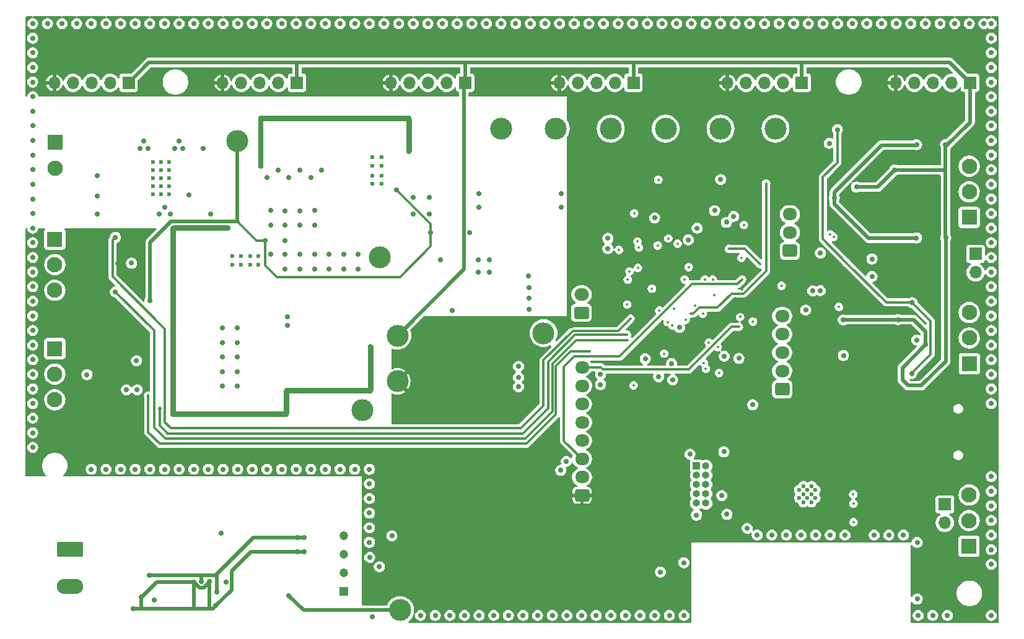
<source format=gbr>
%TF.GenerationSoftware,KiCad,Pcbnew,8.0.7*%
%TF.CreationDate,2025-01-22T12:13:36+01:00*%
%TF.ProjectId,STM32_GateSignalGenerator,53544d33-325f-4476-9174-655369676e61,rev?*%
%TF.SameCoordinates,Original*%
%TF.FileFunction,Copper,L3,Inr*%
%TF.FilePolarity,Positive*%
%FSLAX46Y46*%
G04 Gerber Fmt 4.6, Leading zero omitted, Abs format (unit mm)*
G04 Created by KiCad (PCBNEW 8.0.7) date 2025-01-22 12:13:36*
%MOMM*%
%LPD*%
G01*
G04 APERTURE LIST*
G04 Aperture macros list*
%AMRoundRect*
0 Rectangle with rounded corners*
0 $1 Rounding radius*
0 $2 $3 $4 $5 $6 $7 $8 $9 X,Y pos of 4 corners*
0 Add a 4 corners polygon primitive as box body*
4,1,4,$2,$3,$4,$5,$6,$7,$8,$9,$2,$3,0*
0 Add four circle primitives for the rounded corners*
1,1,$1+$1,$2,$3*
1,1,$1+$1,$4,$5*
1,1,$1+$1,$6,$7*
1,1,$1+$1,$8,$9*
0 Add four rect primitives between the rounded corners*
20,1,$1+$1,$2,$3,$4,$5,0*
20,1,$1+$1,$4,$5,$6,$7,0*
20,1,$1+$1,$6,$7,$8,$9,0*
20,1,$1+$1,$8,$9,$2,$3,0*%
G04 Aperture macros list end*
%TA.AperFunction,ComponentPad*%
%ADD10R,2.100000X2.100000*%
%TD*%
%TA.AperFunction,ComponentPad*%
%ADD11C,2.100000*%
%TD*%
%TA.AperFunction,ComponentPad*%
%ADD12R,1.700000X1.700000*%
%TD*%
%TA.AperFunction,ComponentPad*%
%ADD13O,1.700000X1.700000*%
%TD*%
%TA.AperFunction,ComponentPad*%
%ADD14C,3.000000*%
%TD*%
%TA.AperFunction,ComponentPad*%
%ADD15RoundRect,0.250000X0.725000X-0.600000X0.725000X0.600000X-0.725000X0.600000X-0.725000X-0.600000X0*%
%TD*%
%TA.AperFunction,ComponentPad*%
%ADD16O,1.950000X1.700000*%
%TD*%
%TA.AperFunction,ComponentPad*%
%ADD17C,0.600000*%
%TD*%
%TA.AperFunction,ComponentPad*%
%ADD18RoundRect,0.250000X0.750000X-0.600000X0.750000X0.600000X-0.750000X0.600000X-0.750000X-0.600000X0*%
%TD*%
%TA.AperFunction,ComponentPad*%
%ADD19O,2.000000X1.700000*%
%TD*%
%TA.AperFunction,ComponentPad*%
%ADD20RoundRect,0.249999X-1.550001X0.790001X-1.550001X-0.790001X1.550001X-0.790001X1.550001X0.790001X0*%
%TD*%
%TA.AperFunction,ComponentPad*%
%ADD21O,3.600000X2.080000*%
%TD*%
%TA.AperFunction,ComponentPad*%
%ADD22R,1.200000X1.200000*%
%TD*%
%TA.AperFunction,ComponentPad*%
%ADD23C,1.200000*%
%TD*%
%TA.AperFunction,ComponentPad*%
%ADD24R,1.000000X1.000000*%
%TD*%
%TA.AperFunction,ComponentPad*%
%ADD25O,1.000000X1.000000*%
%TD*%
%TA.AperFunction,HeatsinkPad*%
%ADD26C,0.600000*%
%TD*%
%TA.AperFunction,ViaPad*%
%ADD27C,0.700000*%
%TD*%
%TA.AperFunction,ViaPad*%
%ADD28C,0.350000*%
%TD*%
%TA.AperFunction,Conductor*%
%ADD29C,0.500000*%
%TD*%
%TA.AperFunction,Conductor*%
%ADD30C,0.300000*%
%TD*%
G04 APERTURE END LIST*
D10*
%TO.N,/DigitalInterface/D01_Con*%
%TO.C,J7*%
X85652500Y-109607500D03*
D11*
%TO.N,GNDD*%
X85652500Y-113107500D03*
%TO.N,/DigitalInterface/D02_Con*%
X85652500Y-116607500D03*
%TD*%
D12*
%TO.N,+12V*%
%TO.C,J11*%
X164750000Y-73215000D03*
D13*
%TO.N,/Gate driver connectors/GD_en3*%
X162210000Y-73215000D03*
%TO.N,GNDD*%
X159670000Y-73215000D03*
%TO.N,/Gate driver connectors/GD_out3*%
X157130000Y-73215000D03*
%TO.N,VDD*%
X154590000Y-73215000D03*
%TD*%
D14*
%TO.N,/Gate driver connectors/GD_out2*%
%TO.C,TP5*%
X176642500Y-79497500D03*
%TD*%
D10*
%TO.N,/DigitalInterface/DI1_Con*%
%TO.C,J6*%
X85652500Y-94617500D03*
D11*
%TO.N,GNDD*%
X85652500Y-98117500D03*
%TO.N,/DigitalInterface/DI2_Con*%
X85652500Y-101617500D03*
%TD*%
D14*
%TO.N,+24V*%
%TO.C,TP7*%
X110633064Y-81222500D03*
%TD*%
%TO.N,-12V*%
%TO.C,TP9*%
X130033064Y-97122500D03*
%TD*%
%TO.N,/Gate driver connectors/GD_out5*%
%TO.C,TP2*%
X154142500Y-79497500D03*
%TD*%
D15*
%TO.N,/MCU/ENC_A__TIM4_CH1*%
%TO.C,J17*%
X185072500Y-115147500D03*
D16*
%TO.N,/MCU/ENC_B__TIM4_CH2*%
X185072500Y-112647500D03*
%TO.N,/MCU/ENC_BTN*%
X185072500Y-110147500D03*
%TO.N,/MCU/ENC_VDD*%
X185072500Y-107647500D03*
%TO.N,GNDD*%
X185072500Y-105147500D03*
%TD*%
D14*
%TO.N,/Gate driver connectors/GD_out4*%
%TO.C,TP3*%
X161642500Y-79497500D03*
%TD*%
D17*
%TO.N,-12V*%
%TO.C,U3*%
X129085564Y-83395000D03*
X129085564Y-84595000D03*
X129085564Y-85895000D03*
X129085564Y-86995000D03*
X130285564Y-83395000D03*
X130285564Y-84595000D03*
X130285564Y-85895000D03*
X130285564Y-86995000D03*
%TD*%
D14*
%TO.N,/MCU/ZC_In*%
%TO.C,TP15*%
X132852500Y-145397500D03*
%TD*%
%TO.N,+5V*%
%TO.C,TP10*%
X152455000Y-107490000D03*
%TD*%
D18*
%TO.N,/MCU/START_STOP_BTN*%
%TO.C,J15*%
X157642500Y-104687500D03*
D19*
%TO.N,GNDD*%
X157642500Y-102187500D03*
%TD*%
D15*
%TO.N,VDD*%
%TO.C,J18*%
X157712500Y-129677500D03*
D16*
%TO.N,GNDD*%
X157712500Y-127177500D03*
%TO.N,/MCU/LCD_CS*%
X157712500Y-124677500D03*
%TO.N,/MCU/LCD_RST*%
X157712500Y-122177500D03*
%TO.N,/MCU/LCD_DC*%
X157712500Y-119677500D03*
%TO.N,/MCU/SPI3_MOSI*%
X157712500Y-117177500D03*
%TO.N,/MCU/SPI3_SCK*%
X157712500Y-114677500D03*
%TO.N,/MCU/BOOT0_LCD_BACKLIGHT_PWM_TIM16_CH1*%
X157712500Y-112177500D03*
%TD*%
D12*
%TO.N,+12V*%
%TO.C,J8*%
X95750000Y-73215000D03*
D13*
%TO.N,/Gate driver connectors/GD_en6*%
X93210000Y-73215000D03*
%TO.N,GNDD*%
X90670000Y-73215000D03*
%TO.N,/Gate driver connectors/GD_out6*%
X88130000Y-73215000D03*
%TO.N,VDD*%
X85590000Y-73215000D03*
%TD*%
D14*
%TO.N,/Gate driver connectors/GD_out6*%
%TO.C,TP1*%
X146642500Y-79497500D03*
%TD*%
%TO.N,+12V*%
%TO.C,TP8*%
X132483064Y-107822500D03*
%TD*%
D12*
%TO.N,+12V*%
%TO.C,J9*%
X118750000Y-73215000D03*
D13*
%TO.N,/Gate driver connectors/GD_en5*%
X116210000Y-73215000D03*
%TO.N,GNDD*%
X113670000Y-73215000D03*
%TO.N,/Gate driver connectors/GD_out5*%
X111130000Y-73215000D03*
%TO.N,VDD*%
X108590000Y-73215000D03*
%TD*%
D14*
%TO.N,/Gate driver connectors/GD_out1*%
%TO.C,TP6*%
X184142500Y-79497500D03*
%TD*%
D15*
%TO.N,/MCU/TOUCH_CS*%
%TO.C,J19*%
X186127500Y-96207500D03*
D16*
%TO.N,/MCU/SPI3_MISO*%
X186127500Y-93707500D03*
%TO.N,/MCU/TOUCH_IRQ*%
X186127500Y-91207500D03*
%TD*%
D14*
%TO.N,GNDD*%
%TO.C,TP12*%
X127655000Y-117990000D03*
%TD*%
D10*
%TO.N,GNDD*%
%TO.C,J1*%
X85660000Y-81375000D03*
D11*
%TO.N,/PowerInput/PWR_IN_+24V*%
X85660000Y-84875000D03*
%TD*%
D20*
%TO.N,/ZeroCrossingDetection/ZC_Sig*%
%TO.C,J5*%
X87760000Y-137077500D03*
D21*
%TO.N,/ZeroCrossingDetection/ZC_Ref*%
X87760000Y-142157500D03*
%TD*%
D10*
%TO.N,/AnalogInterface/AI1_Con*%
%TO.C,J3*%
X210642500Y-111647500D03*
D11*
%TO.N,GNDD*%
X210642500Y-108147500D03*
%TO.N,/AnalogInterface/AI2_Con*%
X210642500Y-104647500D03*
%TD*%
D12*
%TO.N,+12V*%
%TO.C,J12*%
X187750000Y-73215000D03*
D13*
%TO.N,/Gate driver connectors/GD_en2*%
X185210000Y-73215000D03*
%TO.N,GNDD*%
X182670000Y-73215000D03*
%TO.N,/Gate driver connectors/GD_out2*%
X180130000Y-73215000D03*
%TO.N,VDD*%
X177590000Y-73215000D03*
%TD*%
D12*
%TO.N,/MCU/rs485_b*%
%TO.C,J20*%
X207295000Y-130915000D03*
D13*
%TO.N,/MCU/rs485_r_term_b*%
X207295000Y-133455000D03*
%TD*%
D12*
%TO.N,+12V*%
%TO.C,J13*%
X210750000Y-73215000D03*
D13*
%TO.N,/Gate driver connectors/GD_en1*%
X208210000Y-73215000D03*
%TO.N,GNDD*%
X205670000Y-73215000D03*
%TO.N,/Gate driver connectors/GD_out1*%
X203130000Y-73215000D03*
%TO.N,VDD*%
X200590000Y-73215000D03*
%TD*%
D14*
%TO.N,/Gate driver connectors/GD_out3*%
%TO.C,TP4*%
X169142500Y-79497500D03*
%TD*%
D22*
%TO.N,/ZeroCrossingDetection/zc_en_fet_d*%
%TO.C,U14*%
X125122500Y-142797500D03*
D23*
%TO.N,+12V*%
X125122500Y-140257500D03*
%TO.N,/ZeroCrossingDetection/ZC_GND*%
X125122500Y-137717500D03*
%TO.N,/ZeroCrossingDetection/ZC_5V*%
X125122500Y-135177500D03*
%TD*%
D12*
%TO.N,/MCU/BOOT0_LCD_BACKLIGHT_PWM_TIM16_CH1*%
%TO.C,J16*%
X211502500Y-96632500D03*
D13*
%TO.N,/MCU/boot0_r*%
X211502500Y-99172500D03*
%TD*%
D24*
%TO.N,unconnected-(J21-Pin_1-Pad1)*%
%TO.C,J21*%
X173355000Y-125675000D03*
D25*
%TO.N,/Wireless connectivity - ESP32/ESP32_JTAG_MTMS*%
X174625000Y-125675000D03*
%TO.N,GNDD*%
X173355000Y-126945000D03*
%TO.N,/Wireless connectivity - ESP32/ESP32_JTAG_MTCK*%
X174625000Y-126945000D03*
%TO.N,GNDD*%
X173355000Y-128215000D03*
%TO.N,/Wireless connectivity - ESP32/ESP32_JTAG_MTDO*%
X174625000Y-128215000D03*
%TO.N,GNDD*%
X173355000Y-129485000D03*
%TO.N,/Wireless connectivity - ESP32/ESP32_JTAG_MTDI*%
X174625000Y-129485000D03*
%TO.N,GNDD*%
X173355000Y-130755000D03*
%TO.N,unconnected-(J21-Pin_10-Pad10)*%
X174625000Y-130755000D03*
%TD*%
D17*
%TO.N,/PowerInput/prot_vgnd*%
%TO.C,U2*%
X99052500Y-84067500D03*
X99052500Y-85167500D03*
X99052500Y-86267500D03*
X99052500Y-87367500D03*
X99052500Y-88467500D03*
X100152500Y-84067500D03*
X100152500Y-85167500D03*
X100152500Y-86267500D03*
X100152500Y-87367500D03*
X100152500Y-88467500D03*
X101252500Y-84067500D03*
X101252500Y-85167500D03*
X101252500Y-86267500D03*
X101252500Y-87367500D03*
X101252500Y-88467500D03*
%TD*%
D14*
%TO.N,VDD*%
%TO.C,TP11*%
X132483064Y-114072500D03*
%TD*%
D12*
%TO.N,+12V*%
%TO.C,J10*%
X141750000Y-73215000D03*
D13*
%TO.N,/Gate driver connectors/GD_en4*%
X139210000Y-73215000D03*
%TO.N,GNDD*%
X136670000Y-73215000D03*
%TO.N,/Gate driver connectors/GD_out4*%
X134130000Y-73215000D03*
%TO.N,VDD*%
X131590000Y-73215000D03*
%TD*%
D10*
%TO.N,GNDD*%
%TO.C,J2*%
X210612500Y-136637500D03*
D11*
%TO.N,/MCU/rs485_a*%
X210612500Y-133137500D03*
%TO.N,/MCU/rs485_b*%
X210612500Y-129637500D03*
%TD*%
D10*
%TO.N,/AnalogInterface/AO1_Con*%
%TO.C,J4*%
X210632500Y-91637500D03*
D11*
%TO.N,GNDD*%
X210632500Y-88137500D03*
%TO.N,/AnalogInterface/AO2_Con*%
X210632500Y-84637500D03*
%TD*%
D17*
%TO.N,GNDD*%
%TO.C,U1*%
X109893064Y-98152500D03*
X111093064Y-98152500D03*
X112393064Y-98152500D03*
X113493064Y-98152500D03*
X109893064Y-96952500D03*
X111093064Y-96952500D03*
X112393064Y-96952500D03*
X113493064Y-96952500D03*
%TD*%
D26*
%TO.N,GNDD*%
%TO.C,U18*%
X187410000Y-128965000D03*
X187410000Y-130065000D03*
X187960000Y-128415000D03*
X187960000Y-129515000D03*
X187960000Y-130615000D03*
X188510000Y-128965000D03*
X188510000Y-130065000D03*
X189060000Y-128415000D03*
X189060000Y-129515000D03*
X189060000Y-130615000D03*
X189610000Y-128965000D03*
X189610000Y-130065000D03*
%TD*%
D27*
%TO.N,GNDD*%
X179155000Y-110940000D03*
X177155000Y-110640000D03*
X181055000Y-117290000D03*
%TO.N,+12V*%
X200892500Y-105642500D03*
X207407500Y-81672500D03*
X204672500Y-109047500D03*
X130020000Y-139455000D03*
X195232500Y-87487500D03*
X193432500Y-105677500D03*
X207427500Y-94422500D03*
X200462500Y-85137500D03*
%TO.N,GNDD*%
X101834292Y-118588952D03*
X114650000Y-126115000D03*
X117238869Y-118588952D03*
X82650000Y-97115000D03*
X197650000Y-135115000D03*
X114671437Y-118588952D03*
X120650000Y-65115000D03*
X110593064Y-114752500D03*
X122218217Y-78099336D03*
X102038627Y-82222500D03*
X121143064Y-96702500D03*
X114650000Y-65115000D03*
X128808390Y-109390831D03*
X160250000Y-114515000D03*
X128650000Y-134115000D03*
X213650000Y-101115000D03*
X105802049Y-93127861D03*
X149650000Y-146115000D03*
X145033064Y-99122500D03*
X177450000Y-92315000D03*
X145650000Y-146115000D03*
X134059533Y-81094070D03*
X169650000Y-146115000D03*
X121143064Y-98702500D03*
D28*
X168940000Y-110285000D03*
D27*
X159650000Y-146115000D03*
X82650000Y-91115000D03*
X108593064Y-106752500D03*
X117643064Y-86202500D03*
X170650000Y-65115000D03*
X175850000Y-90715000D03*
X82650000Y-99115000D03*
X108593064Y-112752500D03*
X117143064Y-98702500D03*
X213650000Y-83115000D03*
X82650000Y-81115000D03*
X117133064Y-94822500D03*
X213650000Y-115115000D03*
X213650000Y-99115000D03*
X120536115Y-78099336D03*
X134059533Y-79595013D03*
X213650000Y-139115000D03*
X120650000Y-126115000D03*
X100650000Y-65115000D03*
X161250000Y-95915000D03*
X129050000Y-146335000D03*
X161250000Y-94515000D03*
X156650000Y-65115000D03*
X101810929Y-95292642D03*
X103951127Y-88542500D03*
X144650000Y-65115000D03*
X140650000Y-65115000D03*
X123143064Y-98702500D03*
D28*
X179843327Y-92672252D03*
D27*
X108593064Y-114752500D03*
X114643064Y-86202500D03*
X197352500Y-99727500D03*
X117133064Y-92722500D03*
X82650000Y-111115000D03*
X117353018Y-115346580D03*
X190282500Y-101667500D03*
X116650000Y-65115000D03*
X82650000Y-71115000D03*
X154833064Y-90272500D03*
X213650000Y-75115000D03*
X161650000Y-146115000D03*
X176650000Y-65115000D03*
X86650000Y-65115000D03*
X128650000Y-128115000D03*
X213650000Y-71115000D03*
X168440000Y-140175000D03*
X92650000Y-65115000D03*
X128650000Y-132115000D03*
X139953064Y-104402500D03*
X136650000Y-65115000D03*
X160250000Y-113115000D03*
X118650000Y-126115000D03*
X103881624Y-93093567D03*
X194650000Y-65115000D03*
X82650000Y-101115000D03*
X213650000Y-131115000D03*
X121137278Y-115346580D03*
X82650000Y-83115000D03*
X102618627Y-81222500D03*
X143533064Y-99122500D03*
X142650000Y-65115000D03*
X145033064Y-97422500D03*
X101810929Y-116419232D03*
X105978627Y-82222500D03*
X213650000Y-105115000D03*
X172650000Y-65115000D03*
X125143064Y-98702500D03*
X123029408Y-115346580D03*
X82650000Y-119115000D03*
X113807026Y-82609241D03*
X189232500Y-101687500D03*
X118854013Y-78099336D03*
X82650000Y-73115000D03*
X122650000Y-65115000D03*
X96820000Y-111255000D03*
X205650000Y-146115000D03*
X134650000Y-65115000D03*
X82650000Y-89115000D03*
X149033064Y-114822500D03*
X137650000Y-146115000D03*
D28*
X172300000Y-98445000D03*
D27*
X124650000Y-126115000D03*
X98650000Y-65115000D03*
X189650000Y-135115000D03*
X165650000Y-146115000D03*
X130650000Y-65115000D03*
X136833064Y-88922500D03*
X96140000Y-97895000D03*
D28*
X163952500Y-100157500D03*
D27*
X213650000Y-109115000D03*
X101810929Y-97405301D03*
X123143064Y-96702500D03*
X113807026Y-79618765D03*
X101810929Y-99517960D03*
X101812898Y-93093383D03*
X126650000Y-126115000D03*
X104650000Y-65115000D03*
X183650000Y-135115000D03*
X117433064Y-106422500D03*
X213650000Y-79115000D03*
X124921538Y-115346580D03*
X213650000Y-73115000D03*
X191650000Y-135115000D03*
X178450000Y-91515000D03*
X82650000Y-95115000D03*
X187650000Y-135115000D03*
X127143064Y-96702500D03*
X191510000Y-81515000D03*
X157650000Y-146115000D03*
X95450000Y-115245000D03*
X166355000Y-110990000D03*
X154833064Y-88422500D03*
X113807707Y-78099336D03*
X119143064Y-98702500D03*
X106650000Y-126115000D03*
X206650000Y-65115000D03*
X128808390Y-113368119D03*
X200650000Y-65115000D03*
X150433064Y-102722500D03*
X132650000Y-65115000D03*
X143633064Y-90292500D03*
X178650000Y-65115000D03*
X116143064Y-85202500D03*
X82650000Y-77115000D03*
X119133064Y-90722500D03*
X213650000Y-107115000D03*
X154650000Y-65115000D03*
X106650000Y-65115000D03*
X82650000Y-113115000D03*
X149033064Y-112022500D03*
X186650000Y-65115000D03*
X213650000Y-67115000D03*
X172477500Y-124052500D03*
X106969150Y-118588952D03*
X98433064Y-82222500D03*
X82650000Y-93115000D03*
X170105000Y-113890000D03*
X128650000Y-136115000D03*
D28*
X179510987Y-97204806D03*
D27*
X112104008Y-118588952D03*
X139650000Y-146115000D03*
X162650000Y-65115000D03*
X207650000Y-146115000D03*
X98650000Y-126115000D03*
X94650000Y-65115000D03*
D28*
X192810000Y-103905000D03*
D27*
X213650000Y-91115000D03*
X126813668Y-115346580D03*
X213650000Y-111115000D03*
X150433064Y-101222500D03*
X102650000Y-65115000D03*
X84650000Y-65115000D03*
X90650000Y-65115000D03*
X112650000Y-126115000D03*
X110650000Y-126115000D03*
D28*
X191620000Y-93955000D03*
D27*
X213650000Y-127115000D03*
X125143064Y-96702500D03*
D28*
X192090000Y-94325000D03*
D27*
X104401721Y-118588952D03*
X88650000Y-65115000D03*
X213650000Y-135115000D03*
X122650000Y-126115000D03*
X158650000Y-65115000D03*
X203530000Y-143875000D03*
X213650000Y-93115000D03*
X173355000Y-132387500D03*
X101810929Y-101630619D03*
X202650000Y-65115000D03*
X213650000Y-89115000D03*
X82650000Y-117115000D03*
X112650000Y-65115000D03*
X172250000Y-94715000D03*
X213650000Y-77115000D03*
X97790000Y-81222500D03*
X82650000Y-69115000D03*
X82650000Y-85115000D03*
X182650000Y-65115000D03*
X128650000Y-126115000D03*
X90650000Y-126115000D03*
X117433064Y-105222500D03*
X115143064Y-90702500D03*
X213650000Y-113115000D03*
X97265000Y-82222500D03*
X92650000Y-126115000D03*
D28*
X170315608Y-104124392D03*
D27*
X132310829Y-78099336D03*
X109536579Y-118588952D03*
X120643064Y-86202500D03*
X167650000Y-91715000D03*
X171050000Y-106715000D03*
X143633064Y-88422500D03*
X127143064Y-98702500D03*
X82650000Y-87115000D03*
X115143064Y-92702500D03*
X196650000Y-65115000D03*
X150433064Y-104222500D03*
X141650000Y-146115000D03*
X188650000Y-65115000D03*
X190650000Y-65115000D03*
X155650000Y-146115000D03*
X185650000Y-135115000D03*
X150650000Y-65115000D03*
X134059533Y-82593127D03*
X210650000Y-65115000D03*
X213650000Y-85115000D03*
X126650000Y-65115000D03*
X110593064Y-110752500D03*
X203650000Y-146115000D03*
X101810929Y-114306573D03*
X82650000Y-75115000D03*
X110593064Y-108752500D03*
X104650000Y-126115000D03*
X82650000Y-109115000D03*
X134613064Y-88922500D03*
X130628727Y-78099336D03*
X197352500Y-97337500D03*
X213650000Y-97115000D03*
X151650000Y-146115000D03*
X116650000Y-126115000D03*
X146650000Y-65115000D03*
X128946625Y-78099336D03*
X198650000Y-65115000D03*
X167650000Y-146115000D03*
X193650000Y-135115000D03*
X213650000Y-87115000D03*
X135650000Y-146115000D03*
X174650000Y-65115000D03*
X169955000Y-111640000D03*
X149033064Y-113522500D03*
X213650000Y-133115000D03*
X125582421Y-78099336D03*
X101810929Y-107968596D03*
X213650000Y-117115000D03*
X107602448Y-93093567D03*
X171650000Y-146115000D03*
X213650000Y-146115000D03*
X138650000Y-65115000D03*
X173450000Y-93115000D03*
X82650000Y-115115000D03*
X136833064Y-91222500D03*
X168650000Y-65115000D03*
X121143064Y-92702500D03*
X82650000Y-123115000D03*
X128808390Y-111379475D03*
X163650000Y-146115000D03*
X117143064Y-96702500D03*
X212650000Y-65115000D03*
X153650000Y-146115000D03*
X124650000Y-65115000D03*
X119245148Y-115346580D03*
X101810929Y-103743278D03*
X82650000Y-107115000D03*
X180650000Y-65115000D03*
X101810929Y-105855937D03*
X199650000Y-135115000D03*
X117309155Y-116994543D03*
X128650000Y-130115000D03*
X122143064Y-85202500D03*
X82650000Y-67115000D03*
X127264523Y-78099336D03*
X177112500Y-123715000D03*
D28*
X171890608Y-105699392D03*
D27*
X121143064Y-90702500D03*
X213650000Y-129115000D03*
X115143064Y-96702500D03*
X213650000Y-103115000D03*
D28*
X174511221Y-100138779D03*
D27*
X90052500Y-113157500D03*
X82650000Y-121115000D03*
X150413064Y-99622500D03*
X110593064Y-106752500D03*
X108593064Y-108752500D03*
X119133064Y-92722500D03*
X134059533Y-78095956D03*
X101810929Y-110081255D03*
X101810929Y-112193914D03*
X181650000Y-135115000D03*
X148650000Y-65115000D03*
X117171911Y-78099336D03*
X96650000Y-65115000D03*
X103183064Y-82224456D03*
X213650000Y-95115000D03*
X204650000Y-65115000D03*
X113807026Y-81114003D03*
X208650000Y-65115000D03*
X94650000Y-126115000D03*
X119143064Y-96702500D03*
X143650000Y-146115000D03*
X82650000Y-103115000D03*
X213650000Y-65115000D03*
X108650000Y-65115000D03*
X115489809Y-78099336D03*
X117133064Y-90722500D03*
X160650000Y-65115000D03*
X213650000Y-81115000D03*
X134633064Y-91222500D03*
X119143064Y-85202500D03*
X102650000Y-126115000D03*
X192650000Y-65115000D03*
X82650000Y-65115000D03*
X118650000Y-65115000D03*
D28*
X179332500Y-105277500D03*
D27*
X96650000Y-126115000D03*
X166650000Y-65115000D03*
X110650000Y-65115000D03*
X152650000Y-65115000D03*
X108593064Y-110752500D03*
X113807026Y-84104481D03*
X128808390Y-115356763D03*
X100650000Y-126115000D03*
D28*
X165362500Y-98557500D03*
D27*
X201650000Y-135115000D03*
X184650000Y-65115000D03*
X82650000Y-79115000D03*
X110593064Y-112752500D03*
X143533064Y-97422500D03*
X213650000Y-137115000D03*
X82650000Y-105115000D03*
X128650000Y-65115000D03*
X168175000Y-113450000D03*
X96920000Y-115245000D03*
X213650000Y-69115000D03*
X128700000Y-138175000D03*
X108650000Y-126115000D03*
X123900319Y-78099336D03*
D28*
X168282500Y-104407500D03*
D27*
X164650000Y-65115000D03*
X147650000Y-146115000D03*
X109292300Y-93099331D03*
%TO.N,VDD*%
X141533064Y-110922500D03*
X141533064Y-108622500D03*
X169760000Y-132245000D03*
X189930000Y-115135000D03*
X142633064Y-109722500D03*
X156200000Y-106495000D03*
X137733064Y-107622500D03*
X137733064Y-112022500D03*
X205452500Y-99192500D03*
X129000000Y-144425000D03*
X137733064Y-109722500D03*
D28*
X178630000Y-102695000D03*
D27*
X94242500Y-97927500D03*
X140233064Y-112022500D03*
X172255000Y-109940000D03*
X140233064Y-109722500D03*
X191772500Y-108167500D03*
D28*
X171940243Y-96785243D03*
X168660433Y-99732713D03*
D27*
X138933064Y-110922500D03*
D28*
X171010227Y-108413541D03*
X179560000Y-101505000D03*
D27*
X213610000Y-124235000D03*
X140233064Y-107622500D03*
X142633064Y-107622500D03*
X172820000Y-134095000D03*
X142633064Y-112022500D03*
X138933064Y-108622500D03*
D28*
X165716279Y-101956267D03*
D27*
%TO.N,+24V*%
X114433064Y-94822500D03*
X98680000Y-102995000D03*
X132393064Y-87902500D03*
X137043064Y-93732500D03*
%TO.N,/MCU/ST_NRST*%
X188290000Y-104325000D03*
D28*
X177812500Y-95937500D03*
X182060000Y-98065000D03*
X184990000Y-101005000D03*
D27*
%TO.N,/DigitalInterface/DI1*%
X93940000Y-94375000D03*
D28*
X164355000Y-105490000D03*
%TO.N,/DigitalInterface/DI2*%
X163972500Y-108437500D03*
D27*
X93920000Y-101835000D03*
D28*
%TO.N,/MCU/BOOT0_LCD_BACKLIGHT_PWM_TIM16_CH1*%
X179155000Y-106617500D03*
%TO.N,/MCU/TIM1_CH1*%
X182880000Y-86995000D03*
X172555000Y-104790000D03*
%TO.N,/AnalogInterface/AO1*%
X169512500Y-94527500D03*
%TO.N,/AnalogInterface/AI1*%
X171730000Y-100145000D03*
%TO.N,/AnalogInterface/AO2*%
X168062500Y-95477500D03*
%TO.N,/AnalogInterface/AI2*%
X170782500Y-95241838D03*
%TO.N,/MCU/TIM1_CH3*%
X170072500Y-106447500D03*
D27*
X176662500Y-86447500D03*
D28*
%TO.N,/DigitalInterface/DO2*%
X158755000Y-109990000D03*
X98405000Y-116030000D03*
%TO.N,/DigitalInterface/DO1*%
X163855000Y-107690000D03*
X100002500Y-117782500D03*
%TO.N,/MCU/TIM1_CH2*%
X168142500Y-86497500D03*
X169402500Y-105967500D03*
D27*
%TO.N,/ZeroCrossingDetection/zc_in_lim*%
X108372500Y-134887500D03*
%TO.N,/ZeroCrossingDetection/zc_comp_out*%
X99215351Y-143977500D03*
X109042500Y-141597500D03*
%TO.N,/ZeroCrossingDetection/ZC_GND*%
X106764490Y-141439489D03*
X96372500Y-145187500D03*
X107672500Y-144787500D03*
X97472500Y-143587500D03*
X104692500Y-141527500D03*
X119772500Y-137377500D03*
X118772500Y-137387500D03*
%TO.N,/ZeroCrossingDetection/ZC_5V*%
X119772500Y-135477500D03*
X105722500Y-141487500D03*
X118772500Y-135487500D03*
X107772500Y-142887500D03*
X98572500Y-140587500D03*
%TO.N,/MCU/ZC_En*%
X155560000Y-125045000D03*
X131720000Y-135215000D03*
%TO.N,/MCU/ZC_In*%
X154800000Y-126255000D03*
X117662851Y-143427500D03*
%TO.N,-12V*%
X203462500Y-108417500D03*
X203437500Y-81682500D03*
X203427500Y-94452500D03*
X193442500Y-110547500D03*
X192192500Y-89017500D03*
%TO.N,/PowerInput/+5V_reg_sw*%
X138400564Y-97422500D03*
X142360564Y-93732500D03*
D28*
%TO.N,VDDA*%
X167267757Y-101394738D03*
D27*
%TO.N,/Wireless connectivity - ESP32/ESP32_JTAG_MTMS*%
X177510000Y-132285000D03*
%TO.N,/Wireless connectivity - ESP32/ESP32_JTAG_MTCK*%
X176810000Y-129715000D03*
%TO.N,/Wireless connectivity - ESP32/ESP32_RST*%
X171640000Y-138905000D03*
X180290000Y-134205000D03*
D28*
%TO.N,/MCU/LCD_CS*%
X179590000Y-100117500D03*
%TO.N,/MCU/SPI3_SCK*%
X174360000Y-111545000D03*
X175055000Y-108790000D03*
%TO.N,/MCU/FREE_PIN_1*%
X181055000Y-105890000D03*
%TO.N,/MCU/SPI3_MISO*%
X175790000Y-102305000D03*
%TO.N,/MCU/FREE_PIN_2*%
X176455000Y-112935000D03*
%TO.N,/MCU/SPI3_MOSI*%
X174640000Y-112375000D03*
X176255000Y-109390000D03*
%TO.N,/MCU/ST_TX*%
X164202500Y-99037500D03*
%TO.N,/MCU/ST_RX*%
X163890000Y-103575000D03*
%TO.N,/MCU/TIM3_CH1*%
X174232500Y-104817500D03*
X173160000Y-103755000D03*
%TO.N,/Gate driver connectors/GD_en6*%
X164855000Y-91090000D03*
%TO.N,/Gate driver connectors/GD_en5*%
X162755000Y-96090000D03*
D27*
%TO.N,/PowerInput/prot_vgnd*%
X91433064Y-88717500D03*
X99933064Y-91222500D03*
X100683064Y-90222500D03*
X91433064Y-91222500D03*
X91433064Y-85972500D03*
X106933064Y-91222500D03*
X101433064Y-91222500D03*
%TO.N,Net-(U18-IO19)*%
X203530000Y-136125000D03*
%TO.N,/AnalogInterface/ai_zero_offset*%
X192622500Y-79627500D03*
X202784150Y-112995000D03*
D28*
X193852500Y-97847500D03*
D27*
X202822500Y-103297500D03*
%TO.N,/AnalogInterface/VREF*%
X190302500Y-96517500D03*
D28*
X175580000Y-100175000D03*
%TO.N,/MCU/RS485_DE*%
X164770000Y-114635000D03*
X194810000Y-130825000D03*
%TO.N,/MCU/RS485_TX*%
X194822500Y-133357500D03*
X165290000Y-94935000D03*
%TO.N,/MCU/RS485_RX*%
X194782500Y-129557500D03*
X165490000Y-95765000D03*
%TD*%
D29*
%TO.N,+12V*%
X98520000Y-70445000D02*
X95750000Y-73215000D01*
X204672500Y-109047500D02*
X204672500Y-107267500D01*
X200462500Y-85137500D02*
X200467500Y-85142500D01*
X187600000Y-70445000D02*
X164710000Y-70445000D01*
X204090000Y-114665000D02*
X202320000Y-114665000D01*
X207407500Y-94402500D02*
X207427500Y-94422500D01*
X207407500Y-81965000D02*
X207407500Y-94402500D01*
X118750000Y-70625000D02*
X118570000Y-70445000D01*
X198112500Y-87487500D02*
X200462500Y-85137500D01*
X195232500Y-87487500D02*
X198112500Y-87487500D01*
X164750000Y-70485000D02*
X164710000Y-70445000D01*
X204672500Y-107267500D02*
X203047500Y-105642500D01*
X141560564Y-73404436D02*
X141750000Y-73215000D01*
X193432500Y-105677500D02*
X193467500Y-105642500D01*
X210750000Y-78622500D02*
X210750000Y-73215000D01*
X200467500Y-85142500D02*
X207407500Y-85142500D01*
X201490000Y-112230000D02*
X204672500Y-109047500D01*
X207457500Y-94392500D02*
X207427500Y-94422500D01*
X164710000Y-70445000D02*
X141560000Y-70445000D01*
X207407500Y-81672500D02*
X207407500Y-81965000D01*
X141560000Y-70445000D02*
X118570000Y-70445000D01*
X207407500Y-81965000D02*
X210750000Y-78622500D01*
X207427500Y-94422500D02*
X207427500Y-111327500D01*
X187750000Y-70595000D02*
X187600000Y-70445000D01*
X118750000Y-73215000D02*
X118750000Y-70625000D01*
X164750000Y-73215000D02*
X164750000Y-70485000D01*
X141750000Y-73215000D02*
X141750000Y-70635000D01*
X118570000Y-70445000D02*
X98520000Y-70445000D01*
X210750000Y-73215000D02*
X207980000Y-70445000D01*
X187750000Y-73215000D02*
X187750000Y-70595000D01*
X207980000Y-70445000D02*
X187600000Y-70445000D01*
X193467500Y-105642500D02*
X200892500Y-105642500D01*
X203047500Y-105642500D02*
X200892500Y-105642500D01*
X202320000Y-114665000D02*
X201490000Y-113835000D01*
X141750000Y-70635000D02*
X141560000Y-70445000D01*
X141560564Y-98745000D02*
X141560564Y-73404436D01*
X207427500Y-111327500D02*
X204090000Y-114665000D01*
X201490000Y-113835000D02*
X201490000Y-112230000D01*
X132483064Y-107822500D02*
X141560564Y-98745000D01*
D30*
%TO.N,+24V*%
X113257500Y-94822500D02*
X110633064Y-92198064D01*
D29*
X110660000Y-92225000D02*
X110633064Y-92198064D01*
D30*
X137043064Y-95612500D02*
X132833064Y-99822500D01*
X116033064Y-99822500D02*
X114433064Y-98222500D01*
X137043064Y-93732500D02*
X137043064Y-95612500D01*
X114433064Y-98222500D02*
X114433064Y-94822500D01*
X114433064Y-94822500D02*
X113257500Y-94822500D01*
D29*
X98680000Y-95094910D02*
X101549910Y-92225000D01*
X98680000Y-102995000D02*
X98680000Y-95094910D01*
X101549910Y-92225000D02*
X110660000Y-92225000D01*
D30*
X137043064Y-92552500D02*
X132393064Y-87902500D01*
X132833064Y-99822500D02*
X116033064Y-99822500D01*
D29*
X110633064Y-92198064D02*
X110633064Y-81222500D01*
D30*
X137043064Y-93732500D02*
X137043064Y-92552500D01*
%TO.N,/MCU/ST_NRST*%
X179932500Y-95937500D02*
X182060000Y-98065000D01*
X177812500Y-95937500D02*
X179932500Y-95937500D01*
%TO.N,/DigitalInterface/DI1*%
X101510000Y-120495000D02*
X149350000Y-120495000D01*
X100720000Y-106915000D02*
X100720000Y-119705000D01*
X100720000Y-119705000D02*
X101510000Y-120495000D01*
X152455000Y-117390000D02*
X152455000Y-111190000D01*
X149350000Y-120495000D02*
X152455000Y-117390000D01*
X156450000Y-107195000D02*
X162650000Y-107195000D01*
X162650000Y-107195000D02*
X164355000Y-105490000D01*
X93940000Y-94375000D02*
X93542500Y-94772500D01*
X93542500Y-94772500D02*
X93542500Y-99737500D01*
X152455000Y-111190000D02*
X156450000Y-107195000D01*
X93542500Y-99737500D02*
X100720000Y-106915000D01*
%TO.N,/DigitalInterface/DI2*%
X93920000Y-101835000D02*
X99210000Y-107125000D01*
X153655000Y-111690000D02*
X153655000Y-118190000D01*
X99210000Y-107125000D02*
X99210000Y-120385000D01*
X163972500Y-108437500D02*
X156907500Y-108437500D01*
X99210000Y-120385000D02*
X100780000Y-121955000D01*
X153655000Y-118190000D02*
X149930000Y-121915000D01*
X149930000Y-121915000D02*
X100780000Y-121915000D01*
X156907500Y-108437500D02*
X153655000Y-111690000D01*
%TO.N,/MCU/BOOT0_LCD_BACKLIGHT_PWM_TIM16_CH1*%
X160564950Y-112440000D02*
X172305000Y-112440000D01*
X172305000Y-112440000D02*
X178127500Y-106617500D01*
X160302450Y-112177500D02*
X160564950Y-112440000D01*
X178127500Y-106617500D02*
X179155000Y-106617500D01*
X157712500Y-112177500D02*
X160302450Y-112177500D01*
%TO.N,/MCU/TIM1_CH1*%
X179800244Y-102085000D02*
X182880000Y-99005244D01*
X178159756Y-102085000D02*
X179800244Y-102085000D01*
X172945244Y-104790000D02*
X173740000Y-103995244D01*
X182880000Y-99005244D02*
X182880000Y-86995000D01*
X172555000Y-104790000D02*
X172945244Y-104790000D01*
X176249512Y-103995244D02*
X178159756Y-102085000D01*
X173740000Y-103995244D02*
X176249512Y-103995244D01*
%TO.N,/DigitalInterface/DO2*%
X98405000Y-121030000D02*
X98405000Y-116030000D01*
X154155000Y-118590000D02*
X150120000Y-122625000D01*
X150120000Y-122625000D02*
X100000000Y-122625000D01*
X158755000Y-109990000D02*
X156155000Y-109990000D01*
X156155000Y-109990000D02*
X154155000Y-111990000D01*
X154155000Y-111990000D02*
X154155000Y-118590000D01*
X100000000Y-122625000D02*
X98405000Y-121030000D01*
D29*
%TO.N,/DigitalInterface/DO1*%
X100002500Y-117888531D02*
X100000000Y-117891031D01*
D30*
X153055000Y-111390000D02*
X156755000Y-107690000D01*
X153055000Y-117790000D02*
X153055000Y-111390000D01*
X101060000Y-121205000D02*
X149640000Y-121205000D01*
X100002500Y-117782500D02*
X100002500Y-120117500D01*
X156755000Y-107690000D02*
X163855000Y-107690000D01*
X149640000Y-121205000D02*
X153055000Y-117790000D01*
D29*
X100002500Y-117782500D02*
X100002500Y-117888531D01*
D30*
X100002500Y-120117500D02*
X101060000Y-121175000D01*
D29*
%TO.N,/ZeroCrossingDetection/ZC_GND*%
X97455000Y-145187500D02*
X96372500Y-145187500D01*
X112457500Y-137387500D02*
X109842500Y-140002500D01*
X109842500Y-140002500D02*
X109842500Y-142617500D01*
X99617500Y-141527500D02*
X104692500Y-141527500D01*
X104692500Y-145150000D02*
X104655000Y-145187500D01*
X119772500Y-137377500D02*
X118782500Y-137377500D01*
X106764490Y-141439489D02*
X106764490Y-145178010D01*
X118782500Y-137377500D02*
X118772500Y-137387500D01*
X107672500Y-144787500D02*
X107272500Y-145187500D01*
X97472500Y-143587500D02*
X97472500Y-145170000D01*
X106764490Y-145178010D02*
X106755000Y-145187500D01*
X104692500Y-141527500D02*
X104692500Y-145150000D01*
X118772500Y-137387500D02*
X112457500Y-137387500D01*
X97472500Y-143587500D02*
X97557500Y-143587500D01*
X109842500Y-142617500D02*
X107672500Y-144787500D01*
X104655000Y-145187500D02*
X97455000Y-145187500D01*
X106764490Y-141576881D02*
X106051371Y-142290000D01*
X105393629Y-142290000D02*
X104692500Y-141588871D01*
X97472500Y-145170000D02*
X97455000Y-145187500D01*
X106755000Y-145187500D02*
X104655000Y-145187500D01*
X97557500Y-143587500D02*
X99617500Y-141527500D01*
X106764490Y-141439489D02*
X106764490Y-141576881D01*
X107272500Y-145187500D02*
X106755000Y-145187500D01*
X106051371Y-142290000D02*
X105393629Y-142290000D01*
X104692500Y-141588871D02*
X104692500Y-141527500D01*
%TO.N,/ZeroCrossingDetection/ZC_5V*%
X105755000Y-140587500D02*
X107657500Y-140587500D01*
X98572500Y-140587500D02*
X105755000Y-140587500D01*
X119772500Y-135477500D02*
X112767500Y-135477500D01*
X107772500Y-140472500D02*
X107772500Y-142887500D01*
X107657500Y-140587500D02*
X107772500Y-140472500D01*
X105722500Y-141487500D02*
X105722500Y-140620000D01*
X112767500Y-135477500D02*
X107772500Y-140472500D01*
X105722500Y-140620000D02*
X105755000Y-140587500D01*
%TO.N,/MCU/ZC_In*%
X119632851Y-145397500D02*
X132852500Y-145397500D01*
X117662851Y-143427500D02*
X119632851Y-145397500D01*
%TO.N,-12V*%
X198637500Y-81752500D02*
X192192500Y-88197500D01*
X196867500Y-94482500D02*
X192192500Y-89807500D01*
X203397500Y-94482500D02*
X196867500Y-94482500D01*
X203427500Y-94452500D02*
X203397500Y-94482500D01*
X192192500Y-89807500D02*
X192192500Y-89017500D01*
X192192500Y-88197500D02*
X192192500Y-89017500D01*
X203437500Y-81682500D02*
X203367500Y-81752500D01*
X203367500Y-81752500D02*
X198637500Y-81752500D01*
D30*
%TO.N,/MCU/LCD_CS*%
X156655000Y-110690000D02*
X155255000Y-112090000D01*
X172755244Y-100755000D02*
X162820244Y-110690000D01*
X155255000Y-112090000D02*
X155255000Y-122220000D01*
X178952500Y-100755000D02*
X172755244Y-100755000D01*
X179590000Y-100117500D02*
X178952500Y-100755000D01*
X162820244Y-110690000D02*
X156655000Y-110690000D01*
X155255000Y-122220000D02*
X157712500Y-124677500D01*
%TO.N,/AnalogInterface/ai_zero_offset*%
X190612500Y-94607500D02*
X193852500Y-97847500D01*
X205372500Y-105847500D02*
X202822500Y-103297500D01*
X199292500Y-103287500D02*
X193852500Y-97847500D01*
X192622500Y-84132500D02*
X190612500Y-86142500D01*
X190612500Y-86142500D02*
X190612500Y-94607500D01*
X202784150Y-112995000D02*
X202784150Y-112975850D01*
X202784150Y-112975850D02*
X205372500Y-110387500D01*
X192622500Y-79627500D02*
X192622500Y-84132500D01*
X205372500Y-110387500D02*
X205372500Y-105847500D01*
X202842500Y-103287500D02*
X199292500Y-103287500D01*
%TD*%
%TA.AperFunction,Conductor*%
%TO.N,GNDD*%
G36*
X133939101Y-77723700D02*
G01*
X134112214Y-77758134D01*
X134134740Y-77767465D01*
X134276282Y-77862041D01*
X134293522Y-77879281D01*
X134388097Y-78020821D01*
X134397429Y-78043351D01*
X134431863Y-78216462D01*
X134433064Y-78228655D01*
X134433064Y-82589273D01*
X134430934Y-82605449D01*
X134387158Y-82768823D01*
X134370982Y-82796841D01*
X134257405Y-82910418D01*
X134229387Y-82926594D01*
X134074240Y-82968165D01*
X134041888Y-82968165D01*
X133886740Y-82926594D01*
X133858722Y-82910418D01*
X133745145Y-82796841D01*
X133728969Y-82768823D01*
X133685194Y-82605449D01*
X133683064Y-82589273D01*
X133683064Y-78972500D01*
X133683064Y-78472500D01*
X133183064Y-78472500D01*
X114683064Y-78472500D01*
X114183064Y-78472500D01*
X114183064Y-78972499D01*
X114183064Y-84589273D01*
X114180934Y-84605449D01*
X114137158Y-84768823D01*
X114120982Y-84796841D01*
X114007405Y-84910418D01*
X113979387Y-84926594D01*
X113824240Y-84968165D01*
X113791888Y-84968165D01*
X113636740Y-84926594D01*
X113608722Y-84910418D01*
X113495145Y-84796841D01*
X113478969Y-84768823D01*
X113435194Y-84605449D01*
X113433064Y-84589273D01*
X113433064Y-78228655D01*
X113434265Y-78216462D01*
X113468699Y-78043347D01*
X113478028Y-78020825D01*
X113572607Y-77879278D01*
X113589842Y-77862043D01*
X113731389Y-77767464D01*
X113753911Y-77758135D01*
X113927026Y-77723700D01*
X113939219Y-77722500D01*
X133926909Y-77722500D01*
X133939101Y-77723700D01*
G37*
%TD.AperFunction*%
%TD*%
%TA.AperFunction,Conductor*%
%TO.N,GNDD*%
G36*
X109316013Y-92724630D02*
G01*
X109479388Y-92768405D01*
X109507405Y-92784581D01*
X109620982Y-92898158D01*
X109637158Y-92926176D01*
X109678729Y-93081324D01*
X109678729Y-93113676D01*
X109637158Y-93268823D01*
X109620982Y-93296841D01*
X109507405Y-93410418D01*
X109479387Y-93426594D01*
X109316013Y-93470370D01*
X109299837Y-93472500D01*
X102183064Y-93472500D01*
X102183064Y-118222500D01*
X116433064Y-118222500D01*
X116933064Y-118222500D01*
X116933064Y-115478655D01*
X116934265Y-115466462D01*
X116942676Y-115424178D01*
X116968699Y-115293347D01*
X116978028Y-115270825D01*
X117072607Y-115129278D01*
X117089842Y-115112043D01*
X117231389Y-115017464D01*
X117253911Y-115008135D01*
X117427026Y-114973700D01*
X117439219Y-114972500D01*
X127933064Y-114972500D01*
X128433064Y-114972500D01*
X128433064Y-109355726D01*
X128435194Y-109339550D01*
X128478970Y-109176173D01*
X128495143Y-109148160D01*
X128608724Y-109034579D01*
X128636737Y-109018406D01*
X128791889Y-108976834D01*
X128824239Y-108976834D01*
X128979388Y-109018405D01*
X129007405Y-109034581D01*
X129120982Y-109148158D01*
X129137158Y-109176176D01*
X129180934Y-109339550D01*
X129183064Y-109355726D01*
X129183064Y-115216344D01*
X129181863Y-115228537D01*
X129147429Y-115401648D01*
X129138097Y-115424178D01*
X129043524Y-115565716D01*
X129026280Y-115582960D01*
X128884742Y-115677533D01*
X128862212Y-115686865D01*
X128689102Y-115721299D01*
X128676909Y-115722500D01*
X117683064Y-115722500D01*
X117683064Y-116222499D01*
X117683064Y-118466344D01*
X117681863Y-118478537D01*
X117647429Y-118651648D01*
X117638097Y-118674178D01*
X117543524Y-118815716D01*
X117526280Y-118832960D01*
X117384742Y-118927533D01*
X117362212Y-118936865D01*
X117189102Y-118971299D01*
X117176909Y-118972500D01*
X101939219Y-118972500D01*
X101927026Y-118971299D01*
X101753915Y-118936865D01*
X101731385Y-118927533D01*
X101589845Y-118832958D01*
X101572605Y-118815718D01*
X101478029Y-118674176D01*
X101468698Y-118651648D01*
X101434265Y-118478537D01*
X101433064Y-118466344D01*
X101433064Y-93228655D01*
X101434265Y-93216462D01*
X101454710Y-93113676D01*
X101468699Y-93043347D01*
X101478028Y-93020825D01*
X101572607Y-92879278D01*
X101589842Y-92862043D01*
X101731389Y-92767464D01*
X101753911Y-92758135D01*
X101927026Y-92723700D01*
X101939219Y-92722500D01*
X109299837Y-92722500D01*
X109316013Y-92724630D01*
G37*
%TD.AperFunction*%
%TD*%
%TA.AperFunction,Conductor*%
%TO.N,VDD*%
G36*
X82642829Y-64136615D02*
G01*
X82709354Y-64115000D01*
X84590646Y-64115000D01*
X84642829Y-64136615D01*
X84709354Y-64115000D01*
X86590646Y-64115000D01*
X86642829Y-64136615D01*
X86709354Y-64115000D01*
X88590646Y-64115000D01*
X88642829Y-64136615D01*
X88709354Y-64115000D01*
X90590646Y-64115000D01*
X90642829Y-64136615D01*
X90709354Y-64115000D01*
X92590646Y-64115000D01*
X92642829Y-64136615D01*
X92709354Y-64115000D01*
X94590646Y-64115000D01*
X94642829Y-64136615D01*
X94709354Y-64115000D01*
X96590646Y-64115000D01*
X96642829Y-64136615D01*
X96709354Y-64115000D01*
X98590646Y-64115000D01*
X98642829Y-64136615D01*
X98709354Y-64115000D01*
X100590646Y-64115000D01*
X100642829Y-64136615D01*
X100709354Y-64115000D01*
X102590646Y-64115000D01*
X102642829Y-64136615D01*
X102709354Y-64115000D01*
X104590646Y-64115000D01*
X104642829Y-64136615D01*
X104709354Y-64115000D01*
X106590646Y-64115000D01*
X106642829Y-64136615D01*
X106709354Y-64115000D01*
X108590646Y-64115000D01*
X108642829Y-64136615D01*
X108709354Y-64115000D01*
X110590646Y-64115000D01*
X110642829Y-64136615D01*
X110709354Y-64115000D01*
X112590646Y-64115000D01*
X112642829Y-64136615D01*
X112709354Y-64115000D01*
X114590646Y-64115000D01*
X114642829Y-64136615D01*
X114709354Y-64115000D01*
X116590646Y-64115000D01*
X116642829Y-64136615D01*
X116709354Y-64115000D01*
X118590646Y-64115000D01*
X118642829Y-64136615D01*
X118709354Y-64115000D01*
X120590646Y-64115000D01*
X120642829Y-64136615D01*
X120709354Y-64115000D01*
X122590646Y-64115000D01*
X122642829Y-64136615D01*
X122709354Y-64115000D01*
X124590646Y-64115000D01*
X124642829Y-64136615D01*
X124709354Y-64115000D01*
X126590646Y-64115000D01*
X126642829Y-64136615D01*
X126709354Y-64115000D01*
X128590646Y-64115000D01*
X128642829Y-64136615D01*
X128709354Y-64115000D01*
X130590646Y-64115000D01*
X130642829Y-64136615D01*
X130709354Y-64115000D01*
X132590646Y-64115000D01*
X132642829Y-64136615D01*
X132709354Y-64115000D01*
X134590646Y-64115000D01*
X134642829Y-64136615D01*
X134709354Y-64115000D01*
X136590646Y-64115000D01*
X136642829Y-64136615D01*
X136709354Y-64115000D01*
X138590646Y-64115000D01*
X138642829Y-64136615D01*
X138709354Y-64115000D01*
X140590646Y-64115000D01*
X140642829Y-64136615D01*
X140709354Y-64115000D01*
X142590646Y-64115000D01*
X142642829Y-64136615D01*
X142709354Y-64115000D01*
X144590646Y-64115000D01*
X144642829Y-64136615D01*
X144709354Y-64115000D01*
X146590646Y-64115000D01*
X146642829Y-64136615D01*
X146709354Y-64115000D01*
X148590646Y-64115000D01*
X148642829Y-64136615D01*
X148709354Y-64115000D01*
X150590646Y-64115000D01*
X150642829Y-64136615D01*
X150709354Y-64115000D01*
X152590646Y-64115000D01*
X152642829Y-64136615D01*
X152709354Y-64115000D01*
X154590646Y-64115000D01*
X154642829Y-64136615D01*
X154709354Y-64115000D01*
X156590646Y-64115000D01*
X156642829Y-64136615D01*
X156709354Y-64115000D01*
X158590646Y-64115000D01*
X158642829Y-64136615D01*
X158709354Y-64115000D01*
X160590646Y-64115000D01*
X160642829Y-64136615D01*
X160709354Y-64115000D01*
X162590646Y-64115000D01*
X162642829Y-64136615D01*
X162709354Y-64115000D01*
X164590646Y-64115000D01*
X164642829Y-64136615D01*
X164709354Y-64115000D01*
X166590646Y-64115000D01*
X166642829Y-64136615D01*
X166709354Y-64115000D01*
X168590646Y-64115000D01*
X168642829Y-64136615D01*
X168709354Y-64115000D01*
X170590646Y-64115000D01*
X170642829Y-64136615D01*
X170709354Y-64115000D01*
X172590646Y-64115000D01*
X172642829Y-64136615D01*
X172709354Y-64115000D01*
X174590646Y-64115000D01*
X174642829Y-64136615D01*
X174709354Y-64115000D01*
X176590646Y-64115000D01*
X176642829Y-64136615D01*
X176709354Y-64115000D01*
X178590646Y-64115000D01*
X178642829Y-64136615D01*
X178709354Y-64115000D01*
X180590646Y-64115000D01*
X180642829Y-64136615D01*
X180709354Y-64115000D01*
X182590646Y-64115000D01*
X182642829Y-64136615D01*
X182709354Y-64115000D01*
X184590646Y-64115000D01*
X184642829Y-64136615D01*
X184709354Y-64115000D01*
X186590646Y-64115000D01*
X186642829Y-64136615D01*
X186709354Y-64115000D01*
X188590646Y-64115000D01*
X188642829Y-64136615D01*
X188709354Y-64115000D01*
X190590646Y-64115000D01*
X190642829Y-64136615D01*
X190709354Y-64115000D01*
X192590646Y-64115000D01*
X192642829Y-64136615D01*
X192709354Y-64115000D01*
X194590646Y-64115000D01*
X194642829Y-64136615D01*
X194709354Y-64115000D01*
X196590646Y-64115000D01*
X196642829Y-64136615D01*
X196709354Y-64115000D01*
X198590646Y-64115000D01*
X198642829Y-64136615D01*
X198709354Y-64115000D01*
X200590646Y-64115000D01*
X200642829Y-64136615D01*
X200709354Y-64115000D01*
X202590646Y-64115000D01*
X202642829Y-64136615D01*
X202709354Y-64115000D01*
X204590646Y-64115000D01*
X204642829Y-64136615D01*
X204709354Y-64115000D01*
X206590646Y-64115000D01*
X206642829Y-64136615D01*
X206709354Y-64115000D01*
X208590646Y-64115000D01*
X208642829Y-64136615D01*
X208709354Y-64115000D01*
X210590646Y-64115000D01*
X210642829Y-64136615D01*
X210709354Y-64115000D01*
X212590646Y-64115000D01*
X212642829Y-64136615D01*
X212709354Y-64115000D01*
X213590646Y-64115000D01*
X213642829Y-64136615D01*
X213709354Y-64115000D01*
X214526000Y-64115000D01*
X214613681Y-64151319D01*
X214650000Y-64239000D01*
X214650000Y-65055646D01*
X214628385Y-65107828D01*
X214650000Y-65174353D01*
X214650000Y-67055646D01*
X214628385Y-67107828D01*
X214650000Y-67174353D01*
X214650000Y-69055646D01*
X214628385Y-69107828D01*
X214650000Y-69174353D01*
X214650000Y-71055646D01*
X214628385Y-71107828D01*
X214650000Y-71174353D01*
X214650000Y-73055646D01*
X214628385Y-73107828D01*
X214650000Y-73174353D01*
X214650000Y-75055646D01*
X214628385Y-75107828D01*
X214650000Y-75174353D01*
X214650000Y-77055646D01*
X214628385Y-77107828D01*
X214650000Y-77174353D01*
X214650000Y-79055646D01*
X214628385Y-79107828D01*
X214650000Y-79174353D01*
X214650000Y-81055646D01*
X214628385Y-81107828D01*
X214650000Y-81174353D01*
X214650000Y-83055646D01*
X214628385Y-83107828D01*
X214650000Y-83174353D01*
X214650000Y-85055646D01*
X214628385Y-85107828D01*
X214650000Y-85174353D01*
X214650000Y-87055646D01*
X214628385Y-87107828D01*
X214650000Y-87174353D01*
X214650000Y-89055646D01*
X214628385Y-89107828D01*
X214650000Y-89174353D01*
X214650000Y-91055646D01*
X214628385Y-91107828D01*
X214650000Y-91174353D01*
X214650000Y-93055646D01*
X214628385Y-93107828D01*
X214650000Y-93174353D01*
X214650000Y-95055646D01*
X214628385Y-95107828D01*
X214650000Y-95174353D01*
X214650000Y-97055646D01*
X214628385Y-97107828D01*
X214650000Y-97174353D01*
X214650000Y-99055646D01*
X214628385Y-99107828D01*
X214650000Y-99174353D01*
X214650000Y-101055646D01*
X214628385Y-101107828D01*
X214650000Y-101174353D01*
X214650000Y-103055646D01*
X214628385Y-103107828D01*
X214650000Y-103174353D01*
X214650000Y-105055646D01*
X214628385Y-105107828D01*
X214650000Y-105174353D01*
X214650000Y-107055646D01*
X214628385Y-107107828D01*
X214650000Y-107174353D01*
X214650000Y-109055646D01*
X214628385Y-109107828D01*
X214650000Y-109174353D01*
X214650000Y-111055646D01*
X214628385Y-111107828D01*
X214650000Y-111174353D01*
X214650000Y-113055646D01*
X214628385Y-113107828D01*
X214650000Y-113174353D01*
X214650000Y-115055646D01*
X214628385Y-115107828D01*
X214650000Y-115174353D01*
X214650000Y-117055646D01*
X214628385Y-117107828D01*
X214650000Y-117174353D01*
X214650000Y-127055646D01*
X214628385Y-127107828D01*
X214650000Y-127174353D01*
X214650000Y-129055646D01*
X214628385Y-129107828D01*
X214650000Y-129174353D01*
X214650000Y-131055646D01*
X214628385Y-131107828D01*
X214650000Y-131174353D01*
X214650000Y-133055646D01*
X214628385Y-133107828D01*
X214650000Y-133174353D01*
X214650000Y-135055646D01*
X214628385Y-135107828D01*
X214650000Y-135174353D01*
X214650000Y-137055646D01*
X214628385Y-137107828D01*
X214650000Y-137174353D01*
X214650000Y-139055646D01*
X214628385Y-139107828D01*
X214650000Y-139174353D01*
X214650000Y-146055646D01*
X214628385Y-146107828D01*
X214650000Y-146174353D01*
X214650000Y-146991000D01*
X214613681Y-147078681D01*
X214526000Y-147115000D01*
X213709354Y-147115000D01*
X213657170Y-147093384D01*
X213590646Y-147115000D01*
X207709354Y-147115000D01*
X207657170Y-147093384D01*
X207590646Y-147115000D01*
X205709354Y-147115000D01*
X205657170Y-147093384D01*
X205590646Y-147115000D01*
X203709354Y-147115000D01*
X203657170Y-147093384D01*
X203590646Y-147115000D01*
X202774000Y-147115000D01*
X202686319Y-147078681D01*
X202650000Y-146991000D01*
X202650000Y-146174353D01*
X202671615Y-146122169D01*
X202668091Y-146111322D01*
X202874241Y-146111322D01*
X202896473Y-146154955D01*
X202927333Y-146349805D01*
X203035263Y-146561630D01*
X203035268Y-146561637D01*
X203203362Y-146729731D01*
X203203365Y-146729733D01*
X203203368Y-146729736D01*
X203415192Y-146837665D01*
X203415194Y-146837666D01*
X203610044Y-146868527D01*
X203646323Y-146890759D01*
X203689956Y-146868527D01*
X203884805Y-146837666D01*
X203884806Y-146837665D01*
X203884808Y-146837665D01*
X204096632Y-146729736D01*
X204264736Y-146561632D01*
X204372665Y-146349808D01*
X204372665Y-146349806D01*
X204372666Y-146349805D01*
X204409855Y-146115002D01*
X204409855Y-146114997D01*
X204890145Y-146114997D01*
X204890145Y-146115002D01*
X204927333Y-146349805D01*
X205035263Y-146561630D01*
X205035268Y-146561637D01*
X205203362Y-146729731D01*
X205203365Y-146729733D01*
X205203368Y-146729736D01*
X205415192Y-146837665D01*
X205415194Y-146837666D01*
X205610044Y-146868527D01*
X205646323Y-146890759D01*
X205689956Y-146868527D01*
X205884805Y-146837666D01*
X205884806Y-146837665D01*
X205884808Y-146837665D01*
X206096632Y-146729736D01*
X206264736Y-146561632D01*
X206372665Y-146349808D01*
X206372665Y-146349806D01*
X206372666Y-146349805D01*
X206409855Y-146115002D01*
X206409855Y-146114997D01*
X206890145Y-146114997D01*
X206890145Y-146115002D01*
X206927333Y-146349805D01*
X207035263Y-146561630D01*
X207035268Y-146561637D01*
X207203362Y-146729731D01*
X207203365Y-146729733D01*
X207203368Y-146729736D01*
X207415192Y-146837665D01*
X207415194Y-146837666D01*
X207610044Y-146868527D01*
X207646323Y-146890759D01*
X207689956Y-146868527D01*
X207884805Y-146837666D01*
X207884806Y-146837665D01*
X207884808Y-146837665D01*
X208096632Y-146729736D01*
X208264736Y-146561632D01*
X208372665Y-146349808D01*
X208372665Y-146349806D01*
X208372666Y-146349805D01*
X208409855Y-146115002D01*
X208409855Y-146114997D01*
X212890145Y-146114997D01*
X212890145Y-146115002D01*
X212927333Y-146349805D01*
X213035263Y-146561630D01*
X213035268Y-146561637D01*
X213203362Y-146729731D01*
X213203365Y-146729733D01*
X213203368Y-146729736D01*
X213415192Y-146837665D01*
X213415194Y-146837666D01*
X213610044Y-146868527D01*
X213646323Y-146890759D01*
X213689956Y-146868527D01*
X213884805Y-146837666D01*
X213884806Y-146837665D01*
X213884808Y-146837665D01*
X214096632Y-146729736D01*
X214264736Y-146561632D01*
X214372665Y-146349808D01*
X214372665Y-146349806D01*
X214372666Y-146349805D01*
X214403527Y-146154955D01*
X214425758Y-146118675D01*
X214403527Y-146075044D01*
X214372666Y-145880194D01*
X214369423Y-145873830D01*
X214264736Y-145668368D01*
X214264733Y-145668365D01*
X214264731Y-145668362D01*
X214096637Y-145500268D01*
X214096633Y-145500265D01*
X214096632Y-145500264D01*
X213943634Y-145422308D01*
X213884805Y-145392333D01*
X213650002Y-145355145D01*
X213649998Y-145355145D01*
X213415194Y-145392333D01*
X213203369Y-145500263D01*
X213203362Y-145500268D01*
X213035268Y-145668362D01*
X213035263Y-145668369D01*
X212927333Y-145880194D01*
X212890145Y-146114997D01*
X208409855Y-146114997D01*
X208372666Y-145880194D01*
X208369423Y-145873830D01*
X208264736Y-145668368D01*
X208264733Y-145668365D01*
X208264731Y-145668362D01*
X208096637Y-145500268D01*
X208096633Y-145500265D01*
X208096632Y-145500264D01*
X207943634Y-145422308D01*
X207884805Y-145392333D01*
X207650002Y-145355145D01*
X207649998Y-145355145D01*
X207415194Y-145392333D01*
X207203369Y-145500263D01*
X207203362Y-145500268D01*
X207035268Y-145668362D01*
X207035263Y-145668369D01*
X206927333Y-145880194D01*
X206890145Y-146114997D01*
X206409855Y-146114997D01*
X206372666Y-145880194D01*
X206369423Y-145873830D01*
X206264736Y-145668368D01*
X206264733Y-145668365D01*
X206264731Y-145668362D01*
X206096637Y-145500268D01*
X206096633Y-145500265D01*
X206096632Y-145500264D01*
X205943634Y-145422308D01*
X205884805Y-145392333D01*
X205650002Y-145355145D01*
X205649998Y-145355145D01*
X205415194Y-145392333D01*
X205203369Y-145500263D01*
X205203362Y-145500268D01*
X205035268Y-145668362D01*
X205035263Y-145668369D01*
X204927333Y-145880194D01*
X204890145Y-146114997D01*
X204409855Y-146114997D01*
X204372666Y-145880194D01*
X204369423Y-145873830D01*
X204264736Y-145668368D01*
X204264733Y-145668365D01*
X204264731Y-145668362D01*
X204096637Y-145500268D01*
X204096633Y-145500265D01*
X204096632Y-145500264D01*
X203943634Y-145422308D01*
X203884805Y-145392333D01*
X203650002Y-145355145D01*
X203649998Y-145355145D01*
X203415194Y-145392333D01*
X203203369Y-145500263D01*
X203203362Y-145500268D01*
X203035268Y-145668362D01*
X203035263Y-145668369D01*
X202927333Y-145880194D01*
X202896473Y-146075044D01*
X202874241Y-146111322D01*
X202668091Y-146111322D01*
X202650000Y-146055646D01*
X202650000Y-144317517D01*
X202686319Y-144229836D01*
X202774000Y-144193517D01*
X202861681Y-144229836D01*
X202884482Y-144261219D01*
X202902770Y-144297111D01*
X202915263Y-144321631D01*
X202915268Y-144321637D01*
X203083362Y-144489731D01*
X203083365Y-144489733D01*
X203083368Y-144489736D01*
X203246321Y-144572764D01*
X203295194Y-144597666D01*
X203529998Y-144634855D01*
X203530000Y-144634855D01*
X203530002Y-144634855D01*
X203764805Y-144597666D01*
X203764806Y-144597665D01*
X203764808Y-144597665D01*
X203976632Y-144489736D01*
X204144736Y-144321632D01*
X204252665Y-144109808D01*
X204252665Y-144109806D01*
X204252666Y-144109805D01*
X204289855Y-143875002D01*
X204289855Y-143874997D01*
X204252666Y-143640194D01*
X204244789Y-143624734D01*
X204144736Y-143428368D01*
X204144733Y-143428365D01*
X204144731Y-143428362D01*
X203976637Y-143260268D01*
X203976633Y-143260265D01*
X203976632Y-143260264D01*
X203844014Y-143192692D01*
X203764805Y-143152333D01*
X203530002Y-143115145D01*
X203529998Y-143115145D01*
X203295194Y-143152333D01*
X203083369Y-143260263D01*
X203083362Y-143260268D01*
X202915268Y-143428362D01*
X202915265Y-143428366D01*
X202915264Y-143428368D01*
X202884483Y-143488778D01*
X202812318Y-143550413D01*
X202717705Y-143542967D01*
X202656069Y-143470800D01*
X202650000Y-143432482D01*
X202650000Y-142942586D01*
X208899500Y-142942586D01*
X208899500Y-143287413D01*
X208966769Y-143625594D01*
X208966771Y-143625602D01*
X209098725Y-143944170D01*
X209098730Y-143944179D01*
X209290297Y-144230878D01*
X209290300Y-144230882D01*
X209534117Y-144474699D01*
X209534121Y-144474702D01*
X209820820Y-144666269D01*
X209820829Y-144666274D01*
X209821824Y-144666686D01*
X210139398Y-144798229D01*
X210477586Y-144865499D01*
X210477589Y-144865500D01*
X210477591Y-144865500D01*
X210822411Y-144865500D01*
X210822412Y-144865499D01*
X211160602Y-144798229D01*
X211479173Y-144666273D01*
X211765879Y-144474702D01*
X212009702Y-144230879D01*
X212201273Y-143944173D01*
X212333229Y-143625602D01*
X212400500Y-143287409D01*
X212400500Y-142942591D01*
X212400500Y-142942588D01*
X212400499Y-142942586D01*
X212385033Y-142864835D01*
X212333229Y-142604398D01*
X212201273Y-142285827D01*
X212201272Y-142285826D01*
X212201269Y-142285820D01*
X212009702Y-141999121D01*
X212009699Y-141999117D01*
X211765882Y-141755300D01*
X211765878Y-141755297D01*
X211479179Y-141563730D01*
X211479170Y-141563725D01*
X211160602Y-141431771D01*
X211160594Y-141431769D01*
X210822412Y-141364500D01*
X210822409Y-141364500D01*
X210477591Y-141364500D01*
X210477588Y-141364500D01*
X210139405Y-141431769D01*
X210139397Y-141431771D01*
X209820829Y-141563725D01*
X209820820Y-141563730D01*
X209534121Y-141755297D01*
X209534117Y-141755300D01*
X209290300Y-141999117D01*
X209290297Y-141999121D01*
X209098730Y-142285820D01*
X209098725Y-142285829D01*
X208966771Y-142604397D01*
X208966769Y-142604405D01*
X208899500Y-142942586D01*
X202650000Y-142942586D01*
X202650000Y-139114997D01*
X212890145Y-139114997D01*
X212890145Y-139115002D01*
X212927333Y-139349805D01*
X213035263Y-139561630D01*
X213035268Y-139561637D01*
X213203362Y-139729731D01*
X213203365Y-139729733D01*
X213203368Y-139729736D01*
X213395527Y-139827645D01*
X213415194Y-139837666D01*
X213649998Y-139874855D01*
X213650000Y-139874855D01*
X213650002Y-139874855D01*
X213884805Y-139837666D01*
X213884806Y-139837665D01*
X213884808Y-139837665D01*
X214096632Y-139729736D01*
X214264736Y-139561632D01*
X214372665Y-139349808D01*
X214372665Y-139349806D01*
X214372666Y-139349805D01*
X214403527Y-139154955D01*
X214425758Y-139118675D01*
X214403527Y-139075044D01*
X214372666Y-138880194D01*
X214352320Y-138840263D01*
X214264736Y-138668368D01*
X214264733Y-138668365D01*
X214264731Y-138668362D01*
X214096637Y-138500268D01*
X214096633Y-138500265D01*
X214096632Y-138500264D01*
X214014394Y-138458362D01*
X213884805Y-138392333D01*
X213650002Y-138355145D01*
X213649998Y-138355145D01*
X213415194Y-138392333D01*
X213203369Y-138500263D01*
X213203362Y-138500268D01*
X213035268Y-138668362D01*
X213035263Y-138668369D01*
X212927333Y-138880194D01*
X212890145Y-139114997D01*
X202650000Y-139114997D01*
X202650000Y-136567517D01*
X202686319Y-136479836D01*
X202774000Y-136443517D01*
X202861681Y-136479836D01*
X202884482Y-136511219D01*
X202902770Y-136547111D01*
X202915263Y-136571631D01*
X202915268Y-136571637D01*
X203083362Y-136739731D01*
X203083365Y-136739733D01*
X203083368Y-136739736D01*
X203275566Y-136837665D01*
X203295194Y-136847666D01*
X203529998Y-136884855D01*
X203530000Y-136884855D01*
X203530002Y-136884855D01*
X203764805Y-136847666D01*
X203764806Y-136847665D01*
X203764808Y-136847665D01*
X203976632Y-136739736D01*
X204144736Y-136571632D01*
X204252665Y-136359808D01*
X204252665Y-136359806D01*
X204252666Y-136359805D01*
X204289855Y-136125002D01*
X204289855Y-136124997D01*
X204252666Y-135890194D01*
X204221859Y-135829731D01*
X204144736Y-135678368D01*
X204144733Y-135678365D01*
X204144731Y-135678362D01*
X204014419Y-135548050D01*
X209162000Y-135548050D01*
X209162000Y-137726941D01*
X209185237Y-137843767D01*
X209273755Y-137976244D01*
X209312709Y-138002272D01*
X209406233Y-138064763D01*
X209406234Y-138064763D01*
X209406235Y-138064764D01*
X209476198Y-138078679D01*
X209523055Y-138088000D01*
X211701944Y-138087999D01*
X211818767Y-138064763D01*
X211951244Y-137976244D01*
X212039763Y-137843767D01*
X212063000Y-137726945D01*
X212063000Y-137114997D01*
X212890145Y-137114997D01*
X212890145Y-137115002D01*
X212927333Y-137349805D01*
X213035263Y-137561630D01*
X213035268Y-137561637D01*
X213203362Y-137729731D01*
X213203365Y-137729733D01*
X213203368Y-137729736D01*
X213388632Y-137824132D01*
X213415194Y-137837666D01*
X213649998Y-137874855D01*
X213650000Y-137874855D01*
X213650002Y-137874855D01*
X213884805Y-137837666D01*
X213884806Y-137837665D01*
X213884808Y-137837665D01*
X214096632Y-137729736D01*
X214264736Y-137561632D01*
X214372665Y-137349808D01*
X214372665Y-137349806D01*
X214372666Y-137349805D01*
X214403527Y-137154955D01*
X214425758Y-137118675D01*
X214403527Y-137075044D01*
X214372666Y-136880194D01*
X214350997Y-136837666D01*
X214264736Y-136668368D01*
X214264733Y-136668365D01*
X214264731Y-136668362D01*
X214096637Y-136500268D01*
X214096633Y-136500265D01*
X214096632Y-136500264D01*
X213985259Y-136443517D01*
X213884805Y-136392333D01*
X213650002Y-136355145D01*
X213649998Y-136355145D01*
X213415194Y-136392333D01*
X213203369Y-136500263D01*
X213203362Y-136500268D01*
X213035268Y-136668362D01*
X213035263Y-136668369D01*
X212927333Y-136880194D01*
X212890145Y-137114997D01*
X212063000Y-137114997D01*
X212062999Y-135548056D01*
X212039763Y-135431233D01*
X211974882Y-135334132D01*
X211951244Y-135298755D01*
X211825895Y-135215000D01*
X211818767Y-135210237D01*
X211818766Y-135210236D01*
X211818765Y-135210236D01*
X211818764Y-135210235D01*
X211701947Y-135187000D01*
X209523058Y-135187000D01*
X209406232Y-135210237D01*
X209273755Y-135298755D01*
X209185236Y-135431234D01*
X209185235Y-135431235D01*
X209162000Y-135548050D01*
X204014419Y-135548050D01*
X203976637Y-135510268D01*
X203976633Y-135510265D01*
X203976632Y-135510264D01*
X203821528Y-135431235D01*
X203764805Y-135402333D01*
X203530002Y-135365145D01*
X203529998Y-135365145D01*
X203295194Y-135402333D01*
X203083369Y-135510263D01*
X203083362Y-135510268D01*
X202915268Y-135678362D01*
X202915263Y-135678369D01*
X202807333Y-135890195D01*
X202788296Y-136010397D01*
X202738709Y-136091318D01*
X202665823Y-136115000D01*
X201709354Y-136115000D01*
X201657170Y-136093384D01*
X201590646Y-136115000D01*
X199709354Y-136115000D01*
X199657170Y-136093384D01*
X199590646Y-136115000D01*
X197709354Y-136115000D01*
X197657170Y-136093384D01*
X197590646Y-136115000D01*
X193709354Y-136115000D01*
X193657170Y-136093384D01*
X193590646Y-136115000D01*
X191709354Y-136115000D01*
X191657170Y-136093384D01*
X191590646Y-136115000D01*
X189709354Y-136115000D01*
X189657170Y-136093384D01*
X189590646Y-136115000D01*
X187709354Y-136115000D01*
X187657170Y-136093384D01*
X187590646Y-136115000D01*
X185709354Y-136115000D01*
X185657170Y-136093384D01*
X185590646Y-136115000D01*
X183709354Y-136115000D01*
X183657170Y-136093384D01*
X183590646Y-136115000D01*
X181709354Y-136115000D01*
X181657170Y-136093384D01*
X181590646Y-136115000D01*
X172650000Y-136115000D01*
X172650000Y-146055646D01*
X172628385Y-146107828D01*
X172650000Y-146174353D01*
X172650000Y-146991000D01*
X172613681Y-147078681D01*
X172526000Y-147115000D01*
X171709354Y-147115000D01*
X171657170Y-147093384D01*
X171590646Y-147115000D01*
X169709354Y-147115000D01*
X169657170Y-147093384D01*
X169590646Y-147115000D01*
X167709354Y-147115000D01*
X167657170Y-147093384D01*
X167590646Y-147115000D01*
X165709354Y-147115000D01*
X165657170Y-147093384D01*
X165590646Y-147115000D01*
X163709354Y-147115000D01*
X163657170Y-147093384D01*
X163590646Y-147115000D01*
X161709354Y-147115000D01*
X161657170Y-147093384D01*
X161590646Y-147115000D01*
X159709354Y-147115000D01*
X159657170Y-147093384D01*
X159590646Y-147115000D01*
X157709354Y-147115000D01*
X157657170Y-147093384D01*
X157590646Y-147115000D01*
X155709354Y-147115000D01*
X155657170Y-147093384D01*
X155590646Y-147115000D01*
X153709354Y-147115000D01*
X153657170Y-147093384D01*
X153590646Y-147115000D01*
X151709354Y-147115000D01*
X151657170Y-147093384D01*
X151590646Y-147115000D01*
X149709354Y-147115000D01*
X149657170Y-147093384D01*
X149590646Y-147115000D01*
X147709354Y-147115000D01*
X147657170Y-147093384D01*
X147590646Y-147115000D01*
X145709354Y-147115000D01*
X145657170Y-147093384D01*
X145590646Y-147115000D01*
X143709354Y-147115000D01*
X143657170Y-147093384D01*
X143590646Y-147115000D01*
X141709354Y-147115000D01*
X141657170Y-147093384D01*
X141590646Y-147115000D01*
X139709354Y-147115000D01*
X139657170Y-147093384D01*
X139590646Y-147115000D01*
X137709354Y-147115000D01*
X137657170Y-147093384D01*
X137590646Y-147115000D01*
X135709354Y-147115000D01*
X135657170Y-147093384D01*
X135590646Y-147115000D01*
X134102053Y-147115000D01*
X134014372Y-147078681D01*
X133978053Y-146991000D01*
X134014372Y-146903319D01*
X134023388Y-146895147D01*
X134202859Y-146747859D01*
X134348981Y-146569808D01*
X134440354Y-146458470D01*
X134616829Y-146128309D01*
X134661403Y-145981366D01*
X134721608Y-145908007D01*
X134816057Y-145898704D01*
X134889420Y-145958911D01*
X134902536Y-146036761D01*
X134896473Y-146075044D01*
X134890146Y-146114997D01*
X134890145Y-146115001D01*
X134890145Y-146115002D01*
X134927333Y-146349805D01*
X135035263Y-146561630D01*
X135035268Y-146561637D01*
X135203362Y-146729731D01*
X135203365Y-146729733D01*
X135203368Y-146729736D01*
X135415192Y-146837665D01*
X135415194Y-146837666D01*
X135610044Y-146868527D01*
X135646323Y-146890759D01*
X135689956Y-146868527D01*
X135884805Y-146837666D01*
X135884806Y-146837665D01*
X135884808Y-146837665D01*
X136096632Y-146729736D01*
X136264736Y-146561632D01*
X136372665Y-146349808D01*
X136372665Y-146349806D01*
X136372666Y-146349805D01*
X136409855Y-146115002D01*
X136409855Y-146114997D01*
X136890145Y-146114997D01*
X136890145Y-146115002D01*
X136927333Y-146349805D01*
X137035263Y-146561630D01*
X137035268Y-146561637D01*
X137203362Y-146729731D01*
X137203365Y-146729733D01*
X137203368Y-146729736D01*
X137415192Y-146837665D01*
X137415194Y-146837666D01*
X137610044Y-146868527D01*
X137646323Y-146890759D01*
X137689956Y-146868527D01*
X137884805Y-146837666D01*
X137884806Y-146837665D01*
X137884808Y-146837665D01*
X138096632Y-146729736D01*
X138264736Y-146561632D01*
X138372665Y-146349808D01*
X138372665Y-146349806D01*
X138372666Y-146349805D01*
X138409855Y-146115002D01*
X138409855Y-146114997D01*
X138890145Y-146114997D01*
X138890145Y-146115002D01*
X138927333Y-146349805D01*
X139035263Y-146561630D01*
X139035268Y-146561637D01*
X139203362Y-146729731D01*
X139203365Y-146729733D01*
X139203368Y-146729736D01*
X139415192Y-146837665D01*
X139415194Y-146837666D01*
X139610044Y-146868527D01*
X139646323Y-146890759D01*
X139689956Y-146868527D01*
X139884805Y-146837666D01*
X139884806Y-146837665D01*
X139884808Y-146837665D01*
X140096632Y-146729736D01*
X140264736Y-146561632D01*
X140372665Y-146349808D01*
X140372665Y-146349806D01*
X140372666Y-146349805D01*
X140409855Y-146115002D01*
X140409855Y-146114997D01*
X140890145Y-146114997D01*
X140890145Y-146115002D01*
X140927333Y-146349805D01*
X141035263Y-146561630D01*
X141035268Y-146561637D01*
X141203362Y-146729731D01*
X141203365Y-146729733D01*
X141203368Y-146729736D01*
X141415192Y-146837665D01*
X141415194Y-146837666D01*
X141610044Y-146868527D01*
X141646323Y-146890759D01*
X141689956Y-146868527D01*
X141884805Y-146837666D01*
X141884806Y-146837665D01*
X141884808Y-146837665D01*
X142096632Y-146729736D01*
X142264736Y-146561632D01*
X142372665Y-146349808D01*
X142372665Y-146349806D01*
X142372666Y-146349805D01*
X142409855Y-146115002D01*
X142409855Y-146114997D01*
X142890145Y-146114997D01*
X142890145Y-146115002D01*
X142927333Y-146349805D01*
X143035263Y-146561630D01*
X143035268Y-146561637D01*
X143203362Y-146729731D01*
X143203365Y-146729733D01*
X143203368Y-146729736D01*
X143415192Y-146837665D01*
X143415194Y-146837666D01*
X143610044Y-146868527D01*
X143646323Y-146890759D01*
X143689956Y-146868527D01*
X143884805Y-146837666D01*
X143884806Y-146837665D01*
X143884808Y-146837665D01*
X144096632Y-146729736D01*
X144264736Y-146561632D01*
X144372665Y-146349808D01*
X144372665Y-146349806D01*
X144372666Y-146349805D01*
X144409855Y-146115002D01*
X144409855Y-146114997D01*
X144890145Y-146114997D01*
X144890145Y-146115002D01*
X144927333Y-146349805D01*
X145035263Y-146561630D01*
X145035268Y-146561637D01*
X145203362Y-146729731D01*
X145203365Y-146729733D01*
X145203368Y-146729736D01*
X145415192Y-146837665D01*
X145415194Y-146837666D01*
X145610044Y-146868527D01*
X145646323Y-146890759D01*
X145689956Y-146868527D01*
X145884805Y-146837666D01*
X145884806Y-146837665D01*
X145884808Y-146837665D01*
X146096632Y-146729736D01*
X146264736Y-146561632D01*
X146372665Y-146349808D01*
X146372665Y-146349806D01*
X146372666Y-146349805D01*
X146409855Y-146115002D01*
X146409855Y-146114997D01*
X146890145Y-146114997D01*
X146890145Y-146115002D01*
X146927333Y-146349805D01*
X147035263Y-146561630D01*
X147035268Y-146561637D01*
X147203362Y-146729731D01*
X147203365Y-146729733D01*
X147203368Y-146729736D01*
X147415192Y-146837665D01*
X147415194Y-146837666D01*
X147610044Y-146868527D01*
X147646323Y-146890759D01*
X147689956Y-146868527D01*
X147884805Y-146837666D01*
X147884806Y-146837665D01*
X147884808Y-146837665D01*
X148096632Y-146729736D01*
X148264736Y-146561632D01*
X148372665Y-146349808D01*
X148372665Y-146349806D01*
X148372666Y-146349805D01*
X148409855Y-146115002D01*
X148409855Y-146114997D01*
X148890145Y-146114997D01*
X148890145Y-146115002D01*
X148927333Y-146349805D01*
X149035263Y-146561630D01*
X149035268Y-146561637D01*
X149203362Y-146729731D01*
X149203365Y-146729733D01*
X149203368Y-146729736D01*
X149415192Y-146837665D01*
X149415194Y-146837666D01*
X149610044Y-146868527D01*
X149646323Y-146890759D01*
X149689956Y-146868527D01*
X149884805Y-146837666D01*
X149884806Y-146837665D01*
X149884808Y-146837665D01*
X150096632Y-146729736D01*
X150264736Y-146561632D01*
X150372665Y-146349808D01*
X150372665Y-146349806D01*
X150372666Y-146349805D01*
X150409855Y-146115002D01*
X150409855Y-146114997D01*
X150890145Y-146114997D01*
X150890145Y-146115002D01*
X150927333Y-146349805D01*
X151035263Y-146561630D01*
X151035268Y-146561637D01*
X151203362Y-146729731D01*
X151203365Y-146729733D01*
X151203368Y-146729736D01*
X151415192Y-146837665D01*
X151415194Y-146837666D01*
X151610044Y-146868527D01*
X151646323Y-146890759D01*
X151689956Y-146868527D01*
X151884805Y-146837666D01*
X151884806Y-146837665D01*
X151884808Y-146837665D01*
X152096632Y-146729736D01*
X152264736Y-146561632D01*
X152372665Y-146349808D01*
X152372665Y-146349806D01*
X152372666Y-146349805D01*
X152409855Y-146115002D01*
X152409855Y-146114997D01*
X152890145Y-146114997D01*
X152890145Y-146115002D01*
X152927333Y-146349805D01*
X153035263Y-146561630D01*
X153035268Y-146561637D01*
X153203362Y-146729731D01*
X153203365Y-146729733D01*
X153203368Y-146729736D01*
X153415192Y-146837665D01*
X153415194Y-146837666D01*
X153610044Y-146868527D01*
X153646323Y-146890759D01*
X153689956Y-146868527D01*
X153884805Y-146837666D01*
X153884806Y-146837665D01*
X153884808Y-146837665D01*
X154096632Y-146729736D01*
X154264736Y-146561632D01*
X154372665Y-146349808D01*
X154372665Y-146349806D01*
X154372666Y-146349805D01*
X154409855Y-146115002D01*
X154409855Y-146114997D01*
X154890145Y-146114997D01*
X154890145Y-146115002D01*
X154927333Y-146349805D01*
X155035263Y-146561630D01*
X155035268Y-146561637D01*
X155203362Y-146729731D01*
X155203365Y-146729733D01*
X155203368Y-146729736D01*
X155415192Y-146837665D01*
X155415194Y-146837666D01*
X155610044Y-146868527D01*
X155646323Y-146890759D01*
X155689956Y-146868527D01*
X155884805Y-146837666D01*
X155884806Y-146837665D01*
X155884808Y-146837665D01*
X156096632Y-146729736D01*
X156264736Y-146561632D01*
X156372665Y-146349808D01*
X156372665Y-146349806D01*
X156372666Y-146349805D01*
X156409855Y-146115002D01*
X156409855Y-146114997D01*
X156890145Y-146114997D01*
X156890145Y-146115002D01*
X156927333Y-146349805D01*
X157035263Y-146561630D01*
X157035268Y-146561637D01*
X157203362Y-146729731D01*
X157203365Y-146729733D01*
X157203368Y-146729736D01*
X157415192Y-146837665D01*
X157415194Y-146837666D01*
X157610044Y-146868527D01*
X157646323Y-146890759D01*
X157689956Y-146868527D01*
X157884805Y-146837666D01*
X157884806Y-146837665D01*
X157884808Y-146837665D01*
X158096632Y-146729736D01*
X158264736Y-146561632D01*
X158372665Y-146349808D01*
X158372665Y-146349806D01*
X158372666Y-146349805D01*
X158409855Y-146115002D01*
X158409855Y-146114997D01*
X158890145Y-146114997D01*
X158890145Y-146115002D01*
X158927333Y-146349805D01*
X159035263Y-146561630D01*
X159035268Y-146561637D01*
X159203362Y-146729731D01*
X159203365Y-146729733D01*
X159203368Y-146729736D01*
X159415192Y-146837665D01*
X159415194Y-146837666D01*
X159610044Y-146868527D01*
X159646323Y-146890759D01*
X159689956Y-146868527D01*
X159884805Y-146837666D01*
X159884806Y-146837665D01*
X159884808Y-146837665D01*
X160096632Y-146729736D01*
X160264736Y-146561632D01*
X160372665Y-146349808D01*
X160372665Y-146349806D01*
X160372666Y-146349805D01*
X160409855Y-146115002D01*
X160409855Y-146114997D01*
X160890145Y-146114997D01*
X160890145Y-146115002D01*
X160927333Y-146349805D01*
X161035263Y-146561630D01*
X161035268Y-146561637D01*
X161203362Y-146729731D01*
X161203365Y-146729733D01*
X161203368Y-146729736D01*
X161415192Y-146837665D01*
X161415194Y-146837666D01*
X161610044Y-146868527D01*
X161646323Y-146890759D01*
X161689956Y-146868527D01*
X161884805Y-146837666D01*
X161884806Y-146837665D01*
X161884808Y-146837665D01*
X162096632Y-146729736D01*
X162264736Y-146561632D01*
X162372665Y-146349808D01*
X162372665Y-146349806D01*
X162372666Y-146349805D01*
X162409855Y-146115002D01*
X162409855Y-146114997D01*
X162890145Y-146114997D01*
X162890145Y-146115002D01*
X162927333Y-146349805D01*
X163035263Y-146561630D01*
X163035268Y-146561637D01*
X163203362Y-146729731D01*
X163203365Y-146729733D01*
X163203368Y-146729736D01*
X163415192Y-146837665D01*
X163415194Y-146837666D01*
X163610044Y-146868527D01*
X163646323Y-146890759D01*
X163689956Y-146868527D01*
X163884805Y-146837666D01*
X163884806Y-146837665D01*
X163884808Y-146837665D01*
X164096632Y-146729736D01*
X164264736Y-146561632D01*
X164372665Y-146349808D01*
X164372665Y-146349806D01*
X164372666Y-146349805D01*
X164409855Y-146115002D01*
X164409855Y-146114997D01*
X164890145Y-146114997D01*
X164890145Y-146115002D01*
X164927333Y-146349805D01*
X165035263Y-146561630D01*
X165035268Y-146561637D01*
X165203362Y-146729731D01*
X165203365Y-146729733D01*
X165203368Y-146729736D01*
X165415192Y-146837665D01*
X165415194Y-146837666D01*
X165610044Y-146868527D01*
X165646323Y-146890759D01*
X165689956Y-146868527D01*
X165884805Y-146837666D01*
X165884806Y-146837665D01*
X165884808Y-146837665D01*
X166096632Y-146729736D01*
X166264736Y-146561632D01*
X166372665Y-146349808D01*
X166372665Y-146349806D01*
X166372666Y-146349805D01*
X166409855Y-146115002D01*
X166409855Y-146114997D01*
X166890145Y-146114997D01*
X166890145Y-146115002D01*
X166927333Y-146349805D01*
X167035263Y-146561630D01*
X167035268Y-146561637D01*
X167203362Y-146729731D01*
X167203365Y-146729733D01*
X167203368Y-146729736D01*
X167415192Y-146837665D01*
X167415194Y-146837666D01*
X167610044Y-146868527D01*
X167646323Y-146890759D01*
X167689956Y-146868527D01*
X167884805Y-146837666D01*
X167884806Y-146837665D01*
X167884808Y-146837665D01*
X168096632Y-146729736D01*
X168264736Y-146561632D01*
X168372665Y-146349808D01*
X168372665Y-146349806D01*
X168372666Y-146349805D01*
X168409855Y-146115002D01*
X168409855Y-146114997D01*
X168890145Y-146114997D01*
X168890145Y-146115002D01*
X168927333Y-146349805D01*
X169035263Y-146561630D01*
X169035268Y-146561637D01*
X169203362Y-146729731D01*
X169203365Y-146729733D01*
X169203368Y-146729736D01*
X169415192Y-146837665D01*
X169415194Y-146837666D01*
X169610044Y-146868527D01*
X169646323Y-146890759D01*
X169689956Y-146868527D01*
X169884805Y-146837666D01*
X169884806Y-146837665D01*
X169884808Y-146837665D01*
X170096632Y-146729736D01*
X170264736Y-146561632D01*
X170372665Y-146349808D01*
X170372665Y-146349806D01*
X170372666Y-146349805D01*
X170409855Y-146115002D01*
X170409855Y-146114997D01*
X170890145Y-146114997D01*
X170890145Y-146115002D01*
X170927333Y-146349805D01*
X171035263Y-146561630D01*
X171035268Y-146561637D01*
X171203362Y-146729731D01*
X171203365Y-146729733D01*
X171203368Y-146729736D01*
X171415192Y-146837665D01*
X171415194Y-146837666D01*
X171610044Y-146868527D01*
X171646323Y-146890759D01*
X171689956Y-146868527D01*
X171884805Y-146837666D01*
X171884806Y-146837665D01*
X171884808Y-146837665D01*
X172096632Y-146729736D01*
X172264736Y-146561632D01*
X172372665Y-146349808D01*
X172372665Y-146349806D01*
X172372666Y-146349805D01*
X172403527Y-146154955D01*
X172425758Y-146118675D01*
X172403527Y-146075044D01*
X172372666Y-145880194D01*
X172369423Y-145873830D01*
X172264736Y-145668368D01*
X172264733Y-145668365D01*
X172264731Y-145668362D01*
X172096637Y-145500268D01*
X172096633Y-145500265D01*
X172096632Y-145500264D01*
X171943634Y-145422308D01*
X171884805Y-145392333D01*
X171650002Y-145355145D01*
X171649998Y-145355145D01*
X171415194Y-145392333D01*
X171203369Y-145500263D01*
X171203362Y-145500268D01*
X171035268Y-145668362D01*
X171035263Y-145668369D01*
X170927333Y-145880194D01*
X170890145Y-146114997D01*
X170409855Y-146114997D01*
X170372666Y-145880194D01*
X170369423Y-145873830D01*
X170264736Y-145668368D01*
X170264733Y-145668365D01*
X170264731Y-145668362D01*
X170096637Y-145500268D01*
X170096633Y-145500265D01*
X170096632Y-145500264D01*
X169943634Y-145422308D01*
X169884805Y-145392333D01*
X169650002Y-145355145D01*
X169649998Y-145355145D01*
X169415194Y-145392333D01*
X169203369Y-145500263D01*
X169203362Y-145500268D01*
X169035268Y-145668362D01*
X169035263Y-145668369D01*
X168927333Y-145880194D01*
X168890145Y-146114997D01*
X168409855Y-146114997D01*
X168372666Y-145880194D01*
X168369423Y-145873830D01*
X168264736Y-145668368D01*
X168264733Y-145668365D01*
X168264731Y-145668362D01*
X168096637Y-145500268D01*
X168096633Y-145500265D01*
X168096632Y-145500264D01*
X167943634Y-145422308D01*
X167884805Y-145392333D01*
X167650002Y-145355145D01*
X167649998Y-145355145D01*
X167415194Y-145392333D01*
X167203369Y-145500263D01*
X167203362Y-145500268D01*
X167035268Y-145668362D01*
X167035263Y-145668369D01*
X166927333Y-145880194D01*
X166890145Y-146114997D01*
X166409855Y-146114997D01*
X166372666Y-145880194D01*
X166369423Y-145873830D01*
X166264736Y-145668368D01*
X166264733Y-145668365D01*
X166264731Y-145668362D01*
X166096637Y-145500268D01*
X166096633Y-145500265D01*
X166096632Y-145500264D01*
X165943634Y-145422308D01*
X165884805Y-145392333D01*
X165650002Y-145355145D01*
X165649998Y-145355145D01*
X165415194Y-145392333D01*
X165203369Y-145500263D01*
X165203362Y-145500268D01*
X165035268Y-145668362D01*
X165035263Y-145668369D01*
X164927333Y-145880194D01*
X164890145Y-146114997D01*
X164409855Y-146114997D01*
X164372666Y-145880194D01*
X164369423Y-145873830D01*
X164264736Y-145668368D01*
X164264733Y-145668365D01*
X164264731Y-145668362D01*
X164096637Y-145500268D01*
X164096633Y-145500265D01*
X164096632Y-145500264D01*
X163943634Y-145422308D01*
X163884805Y-145392333D01*
X163650002Y-145355145D01*
X163649998Y-145355145D01*
X163415194Y-145392333D01*
X163203369Y-145500263D01*
X163203362Y-145500268D01*
X163035268Y-145668362D01*
X163035263Y-145668369D01*
X162927333Y-145880194D01*
X162890145Y-146114997D01*
X162409855Y-146114997D01*
X162372666Y-145880194D01*
X162369423Y-145873830D01*
X162264736Y-145668368D01*
X162264733Y-145668365D01*
X162264731Y-145668362D01*
X162096637Y-145500268D01*
X162096633Y-145500265D01*
X162096632Y-145500264D01*
X161943634Y-145422308D01*
X161884805Y-145392333D01*
X161650002Y-145355145D01*
X161649998Y-145355145D01*
X161415194Y-145392333D01*
X161203369Y-145500263D01*
X161203362Y-145500268D01*
X161035268Y-145668362D01*
X161035263Y-145668369D01*
X160927333Y-145880194D01*
X160890145Y-146114997D01*
X160409855Y-146114997D01*
X160372666Y-145880194D01*
X160369423Y-145873830D01*
X160264736Y-145668368D01*
X160264733Y-145668365D01*
X160264731Y-145668362D01*
X160096637Y-145500268D01*
X160096633Y-145500265D01*
X160096632Y-145500264D01*
X159943634Y-145422308D01*
X159884805Y-145392333D01*
X159650002Y-145355145D01*
X159649998Y-145355145D01*
X159415194Y-145392333D01*
X159203369Y-145500263D01*
X159203362Y-145500268D01*
X159035268Y-145668362D01*
X159035263Y-145668369D01*
X158927333Y-145880194D01*
X158890145Y-146114997D01*
X158409855Y-146114997D01*
X158372666Y-145880194D01*
X158369423Y-145873830D01*
X158264736Y-145668368D01*
X158264733Y-145668365D01*
X158264731Y-145668362D01*
X158096637Y-145500268D01*
X158096633Y-145500265D01*
X158096632Y-145500264D01*
X157943634Y-145422308D01*
X157884805Y-145392333D01*
X157650002Y-145355145D01*
X157649998Y-145355145D01*
X157415194Y-145392333D01*
X157203369Y-145500263D01*
X157203362Y-145500268D01*
X157035268Y-145668362D01*
X157035263Y-145668369D01*
X156927333Y-145880194D01*
X156890145Y-146114997D01*
X156409855Y-146114997D01*
X156372666Y-145880194D01*
X156369423Y-145873830D01*
X156264736Y-145668368D01*
X156264733Y-145668365D01*
X156264731Y-145668362D01*
X156096637Y-145500268D01*
X156096633Y-145500265D01*
X156096632Y-145500264D01*
X155943634Y-145422308D01*
X155884805Y-145392333D01*
X155650002Y-145355145D01*
X155649998Y-145355145D01*
X155415194Y-145392333D01*
X155203369Y-145500263D01*
X155203362Y-145500268D01*
X155035268Y-145668362D01*
X155035263Y-145668369D01*
X154927333Y-145880194D01*
X154890145Y-146114997D01*
X154409855Y-146114997D01*
X154372666Y-145880194D01*
X154369423Y-145873830D01*
X154264736Y-145668368D01*
X154264733Y-145668365D01*
X154264731Y-145668362D01*
X154096637Y-145500268D01*
X154096633Y-145500265D01*
X154096632Y-145500264D01*
X153943634Y-145422308D01*
X153884805Y-145392333D01*
X153650002Y-145355145D01*
X153649998Y-145355145D01*
X153415194Y-145392333D01*
X153203369Y-145500263D01*
X153203362Y-145500268D01*
X153035268Y-145668362D01*
X153035263Y-145668369D01*
X152927333Y-145880194D01*
X152890145Y-146114997D01*
X152409855Y-146114997D01*
X152372666Y-145880194D01*
X152369423Y-145873830D01*
X152264736Y-145668368D01*
X152264733Y-145668365D01*
X152264731Y-145668362D01*
X152096637Y-145500268D01*
X152096633Y-145500265D01*
X152096632Y-145500264D01*
X151943634Y-145422308D01*
X151884805Y-145392333D01*
X151650002Y-145355145D01*
X151649998Y-145355145D01*
X151415194Y-145392333D01*
X151203369Y-145500263D01*
X151203362Y-145500268D01*
X151035268Y-145668362D01*
X151035263Y-145668369D01*
X150927333Y-145880194D01*
X150890145Y-146114997D01*
X150409855Y-146114997D01*
X150372666Y-145880194D01*
X150369423Y-145873830D01*
X150264736Y-145668368D01*
X150264733Y-145668365D01*
X150264731Y-145668362D01*
X150096637Y-145500268D01*
X150096633Y-145500265D01*
X150096632Y-145500264D01*
X149943634Y-145422308D01*
X149884805Y-145392333D01*
X149650002Y-145355145D01*
X149649998Y-145355145D01*
X149415194Y-145392333D01*
X149203369Y-145500263D01*
X149203362Y-145500268D01*
X149035268Y-145668362D01*
X149035263Y-145668369D01*
X148927333Y-145880194D01*
X148890145Y-146114997D01*
X148409855Y-146114997D01*
X148372666Y-145880194D01*
X148369423Y-145873830D01*
X148264736Y-145668368D01*
X148264733Y-145668365D01*
X148264731Y-145668362D01*
X148096637Y-145500268D01*
X148096633Y-145500265D01*
X148096632Y-145500264D01*
X147943634Y-145422308D01*
X147884805Y-145392333D01*
X147650002Y-145355145D01*
X147649998Y-145355145D01*
X147415194Y-145392333D01*
X147203369Y-145500263D01*
X147203362Y-145500268D01*
X147035268Y-145668362D01*
X147035263Y-145668369D01*
X146927333Y-145880194D01*
X146890145Y-146114997D01*
X146409855Y-146114997D01*
X146372666Y-145880194D01*
X146369423Y-145873830D01*
X146264736Y-145668368D01*
X146264733Y-145668365D01*
X146264731Y-145668362D01*
X146096637Y-145500268D01*
X146096633Y-145500265D01*
X146096632Y-145500264D01*
X145943634Y-145422308D01*
X145884805Y-145392333D01*
X145650002Y-145355145D01*
X145649998Y-145355145D01*
X145415194Y-145392333D01*
X145203369Y-145500263D01*
X145203362Y-145500268D01*
X145035268Y-145668362D01*
X145035263Y-145668369D01*
X144927333Y-145880194D01*
X144890145Y-146114997D01*
X144409855Y-146114997D01*
X144372666Y-145880194D01*
X144369423Y-145873830D01*
X144264736Y-145668368D01*
X144264733Y-145668365D01*
X144264731Y-145668362D01*
X144096637Y-145500268D01*
X144096633Y-145500265D01*
X144096632Y-145500264D01*
X143943634Y-145422308D01*
X143884805Y-145392333D01*
X143650002Y-145355145D01*
X143649998Y-145355145D01*
X143415194Y-145392333D01*
X143203369Y-145500263D01*
X143203362Y-145500268D01*
X143035268Y-145668362D01*
X143035263Y-145668369D01*
X142927333Y-145880194D01*
X142890145Y-146114997D01*
X142409855Y-146114997D01*
X142372666Y-145880194D01*
X142369423Y-145873830D01*
X142264736Y-145668368D01*
X142264733Y-145668365D01*
X142264731Y-145668362D01*
X142096637Y-145500268D01*
X142096633Y-145500265D01*
X142096632Y-145500264D01*
X141943634Y-145422308D01*
X141884805Y-145392333D01*
X141650002Y-145355145D01*
X141649998Y-145355145D01*
X141415194Y-145392333D01*
X141203369Y-145500263D01*
X141203362Y-145500268D01*
X141035268Y-145668362D01*
X141035263Y-145668369D01*
X140927333Y-145880194D01*
X140890145Y-146114997D01*
X140409855Y-146114997D01*
X140372666Y-145880194D01*
X140369423Y-145873830D01*
X140264736Y-145668368D01*
X140264733Y-145668365D01*
X140264731Y-145668362D01*
X140096637Y-145500268D01*
X140096633Y-145500265D01*
X140096632Y-145500264D01*
X139943634Y-145422308D01*
X139884805Y-145392333D01*
X139650002Y-145355145D01*
X139649998Y-145355145D01*
X139415194Y-145392333D01*
X139203369Y-145500263D01*
X139203362Y-145500268D01*
X139035268Y-145668362D01*
X139035263Y-145668369D01*
X138927333Y-145880194D01*
X138890145Y-146114997D01*
X138409855Y-146114997D01*
X138372666Y-145880194D01*
X138369423Y-145873830D01*
X138264736Y-145668368D01*
X138264733Y-145668365D01*
X138264731Y-145668362D01*
X138096637Y-145500268D01*
X138096633Y-145500265D01*
X138096632Y-145500264D01*
X137943634Y-145422308D01*
X137884805Y-145392333D01*
X137650002Y-145355145D01*
X137649998Y-145355145D01*
X137415194Y-145392333D01*
X137203369Y-145500263D01*
X137203362Y-145500268D01*
X137035268Y-145668362D01*
X137035263Y-145668369D01*
X136927333Y-145880194D01*
X136890145Y-146114997D01*
X136409855Y-146114997D01*
X136372666Y-145880194D01*
X136369423Y-145873830D01*
X136264736Y-145668368D01*
X136264733Y-145668365D01*
X136264731Y-145668362D01*
X136096637Y-145500268D01*
X136096633Y-145500265D01*
X136096632Y-145500264D01*
X135943634Y-145422308D01*
X135884805Y-145392333D01*
X135650002Y-145355145D01*
X135649998Y-145355145D01*
X135415194Y-145392333D01*
X135203369Y-145500263D01*
X135203362Y-145500268D01*
X135035268Y-145668362D01*
X135035265Y-145668366D01*
X135035264Y-145668368D01*
X134961981Y-145812194D01*
X134889815Y-145873830D01*
X134795202Y-145866384D01*
X134733566Y-145794217D01*
X134728094Y-145743745D01*
X134762196Y-145397500D01*
X134725502Y-145024937D01*
X134616829Y-144666691D01*
X134616827Y-144666688D01*
X134616827Y-144666686D01*
X134440357Y-144336535D01*
X134440355Y-144336533D01*
X134440354Y-144336530D01*
X134338408Y-144212308D01*
X134202859Y-144047140D01*
X133913471Y-143809647D01*
X133913464Y-143809642D01*
X133583313Y-143633172D01*
X133225061Y-143524497D01*
X132852500Y-143487804D01*
X132479938Y-143524497D01*
X132121686Y-143633172D01*
X131791535Y-143809642D01*
X131791528Y-143809647D01*
X131502140Y-144047140D01*
X131264647Y-144336528D01*
X131264642Y-144336535D01*
X131088173Y-144666685D01*
X131086615Y-144670448D01*
X131085642Y-144671420D01*
X131085299Y-144672063D01*
X131085104Y-144671958D01*
X131019510Y-144737559D01*
X130972052Y-144747000D01*
X127774000Y-144747000D01*
X127686319Y-144710681D01*
X127650000Y-144623000D01*
X127650000Y-139454997D01*
X129260145Y-139454997D01*
X129260145Y-139455002D01*
X129297333Y-139689805D01*
X129405263Y-139901630D01*
X129405268Y-139901637D01*
X129573362Y-140069731D01*
X129573365Y-140069733D01*
X129573368Y-140069736D01*
X129779956Y-140174997D01*
X129785194Y-140177666D01*
X130019998Y-140214855D01*
X130020000Y-140214855D01*
X130020002Y-140214855D01*
X130254805Y-140177666D01*
X130254806Y-140177665D01*
X130254808Y-140177665D01*
X130260044Y-140174997D01*
X167680145Y-140174997D01*
X167680145Y-140175002D01*
X167717333Y-140409805D01*
X167825263Y-140621630D01*
X167825268Y-140621637D01*
X167993362Y-140789731D01*
X167993365Y-140789733D01*
X167993368Y-140789736D01*
X168172377Y-140880945D01*
X168205194Y-140897666D01*
X168439998Y-140934855D01*
X168440000Y-140934855D01*
X168440002Y-140934855D01*
X168674805Y-140897666D01*
X168674806Y-140897665D01*
X168674808Y-140897665D01*
X168886632Y-140789736D01*
X169054736Y-140621632D01*
X169162665Y-140409808D01*
X169162665Y-140409806D01*
X169162666Y-140409805D01*
X169199855Y-140175002D01*
X169199855Y-140174997D01*
X169162666Y-139940194D01*
X169124269Y-139864835D01*
X169054736Y-139728368D01*
X169054733Y-139728365D01*
X169054731Y-139728362D01*
X168886637Y-139560268D01*
X168886633Y-139560265D01*
X168886632Y-139560264D01*
X168755790Y-139493597D01*
X168674805Y-139452333D01*
X168440002Y-139415145D01*
X168439998Y-139415145D01*
X168205194Y-139452333D01*
X167993369Y-139560263D01*
X167993362Y-139560268D01*
X167825268Y-139728362D01*
X167825263Y-139728369D01*
X167717333Y-139940194D01*
X167680145Y-140174997D01*
X130260044Y-140174997D01*
X130466632Y-140069736D01*
X130634736Y-139901632D01*
X130742665Y-139689808D01*
X130742665Y-139689806D01*
X130742666Y-139689805D01*
X130779855Y-139455002D01*
X130779855Y-139454997D01*
X130742666Y-139220194D01*
X130709425Y-139154955D01*
X130634736Y-139008368D01*
X130634733Y-139008365D01*
X130634731Y-139008362D01*
X130531366Y-138904997D01*
X170880145Y-138904997D01*
X170880145Y-138905002D01*
X170917333Y-139139805D01*
X171025263Y-139351630D01*
X171025268Y-139351637D01*
X171193362Y-139519731D01*
X171193365Y-139519733D01*
X171193368Y-139519736D01*
X171405192Y-139627665D01*
X171405194Y-139627666D01*
X171639998Y-139664855D01*
X171640000Y-139664855D01*
X171640002Y-139664855D01*
X171874805Y-139627666D01*
X171874806Y-139627665D01*
X171874808Y-139627665D01*
X172086632Y-139519736D01*
X172254736Y-139351632D01*
X172362665Y-139139808D01*
X172362665Y-139139806D01*
X172362666Y-139139805D01*
X172399855Y-138905002D01*
X172399855Y-138904997D01*
X172362666Y-138670194D01*
X172337925Y-138621637D01*
X172254736Y-138458368D01*
X172254733Y-138458365D01*
X172254731Y-138458362D01*
X172086637Y-138290268D01*
X172086633Y-138290265D01*
X172086632Y-138290264D01*
X172000481Y-138246368D01*
X171874805Y-138182333D01*
X171640002Y-138145145D01*
X171639998Y-138145145D01*
X171405194Y-138182333D01*
X171193369Y-138290263D01*
X171193362Y-138290268D01*
X171025268Y-138458362D01*
X171025263Y-138458369D01*
X170917333Y-138670194D01*
X170880145Y-138904997D01*
X130531366Y-138904997D01*
X130466637Y-138840268D01*
X130466633Y-138840265D01*
X130466632Y-138840264D01*
X130367455Y-138789731D01*
X130254805Y-138732333D01*
X130020002Y-138695145D01*
X130019998Y-138695145D01*
X129785194Y-138732333D01*
X129573369Y-138840263D01*
X129573362Y-138840268D01*
X129405268Y-139008362D01*
X129405263Y-139008369D01*
X129297333Y-139220194D01*
X129260145Y-139454997D01*
X127650000Y-139454997D01*
X127650000Y-138174997D01*
X127940145Y-138174997D01*
X127940145Y-138175002D01*
X127977333Y-138409805D01*
X128085263Y-138621630D01*
X128085268Y-138621637D01*
X128253362Y-138789731D01*
X128253365Y-138789733D01*
X128253368Y-138789736D01*
X128430899Y-138880192D01*
X128465194Y-138897666D01*
X128699998Y-138934855D01*
X128700000Y-138934855D01*
X128700002Y-138934855D01*
X128934805Y-138897666D01*
X128934806Y-138897665D01*
X128934808Y-138897665D01*
X129146632Y-138789736D01*
X129314736Y-138621632D01*
X129422665Y-138409808D01*
X129422665Y-138409806D01*
X129422666Y-138409805D01*
X129459855Y-138175002D01*
X129459855Y-138174997D01*
X129422666Y-137940194D01*
X129373533Y-137843764D01*
X129314736Y-137728368D01*
X129314733Y-137728365D01*
X129314731Y-137728362D01*
X129146637Y-137560268D01*
X129146633Y-137560265D01*
X129146632Y-137560264D01*
X129138405Y-137556072D01*
X128934805Y-137452333D01*
X128700002Y-137415145D01*
X128699998Y-137415145D01*
X128465194Y-137452333D01*
X128253369Y-137560263D01*
X128253362Y-137560268D01*
X128085268Y-137728362D01*
X128085263Y-137728369D01*
X127977333Y-137940194D01*
X127940145Y-138174997D01*
X127650000Y-138174997D01*
X127650000Y-136174353D01*
X127671615Y-136122169D01*
X127668091Y-136111322D01*
X127874241Y-136111322D01*
X127896473Y-136154955D01*
X127927333Y-136349805D01*
X128035263Y-136561630D01*
X128035268Y-136561637D01*
X128203362Y-136729731D01*
X128203365Y-136729733D01*
X128203368Y-136729736D01*
X128415192Y-136837665D01*
X128415194Y-136837666D01*
X128649998Y-136874855D01*
X128650000Y-136874855D01*
X128650002Y-136874855D01*
X128884805Y-136837666D01*
X128884806Y-136837665D01*
X128884808Y-136837665D01*
X129096632Y-136729736D01*
X129264736Y-136561632D01*
X129372665Y-136349808D01*
X129372665Y-136349806D01*
X129372666Y-136349805D01*
X129409855Y-136115000D01*
X129409855Y-136114997D01*
X129372666Y-135880194D01*
X129350997Y-135837666D01*
X129264736Y-135668368D01*
X129264733Y-135668365D01*
X129264731Y-135668362D01*
X129096637Y-135500268D01*
X129096633Y-135500265D01*
X129096632Y-135500264D01*
X128997600Y-135449805D01*
X128884805Y-135392333D01*
X128650002Y-135355145D01*
X128649998Y-135355145D01*
X128415194Y-135392333D01*
X128203369Y-135500263D01*
X128203362Y-135500268D01*
X128035268Y-135668362D01*
X128035263Y-135668369D01*
X127927333Y-135880194D01*
X127896473Y-136075044D01*
X127874241Y-136111322D01*
X127668091Y-136111322D01*
X127650000Y-136055646D01*
X127650000Y-135214997D01*
X130960145Y-135214997D01*
X130960145Y-135215002D01*
X130997333Y-135449805D01*
X131105263Y-135661630D01*
X131105268Y-135661637D01*
X131273362Y-135829731D01*
X131273365Y-135829733D01*
X131273368Y-135829736D01*
X131428211Y-135908632D01*
X131485194Y-135937666D01*
X131719998Y-135974855D01*
X131720000Y-135974855D01*
X131720002Y-135974855D01*
X131954805Y-135937666D01*
X131954806Y-135937665D01*
X131954808Y-135937665D01*
X132166632Y-135829736D01*
X132334736Y-135661632D01*
X132442665Y-135449808D01*
X132442665Y-135449806D01*
X132442666Y-135449805D01*
X132479855Y-135215002D01*
X132479855Y-135214997D01*
X132442666Y-134980194D01*
X132388993Y-134874855D01*
X132334736Y-134768368D01*
X132334733Y-134768365D01*
X132334731Y-134768362D01*
X132166637Y-134600268D01*
X132166633Y-134600265D01*
X132166632Y-134600264D01*
X132088751Y-134560582D01*
X131954805Y-134492333D01*
X131720002Y-134455145D01*
X131719998Y-134455145D01*
X131485194Y-134492333D01*
X131273369Y-134600263D01*
X131273362Y-134600268D01*
X131105268Y-134768362D01*
X131105263Y-134768369D01*
X130997333Y-134980194D01*
X130960145Y-135214997D01*
X127650000Y-135214997D01*
X127650000Y-134174353D01*
X127671615Y-134122169D01*
X127668091Y-134111322D01*
X127874241Y-134111322D01*
X127896473Y-134154955D01*
X127927333Y-134349805D01*
X128031072Y-134553405D01*
X128034728Y-134560581D01*
X128035263Y-134561630D01*
X128035268Y-134561637D01*
X128203362Y-134729731D01*
X128203365Y-134729733D01*
X128203368Y-134729736D01*
X128380004Y-134819736D01*
X128415194Y-134837666D01*
X128649998Y-134874855D01*
X128650000Y-134874855D01*
X128650002Y-134874855D01*
X128884805Y-134837666D01*
X128884806Y-134837665D01*
X128884808Y-134837665D01*
X129096632Y-134729736D01*
X129264736Y-134561632D01*
X129372665Y-134349808D01*
X129372665Y-134349806D01*
X129372666Y-134349805D01*
X129395601Y-134204997D01*
X179530145Y-134204997D01*
X179530145Y-134205002D01*
X179567333Y-134439805D01*
X179675263Y-134651630D01*
X179675268Y-134651637D01*
X179843362Y-134819731D01*
X179843365Y-134819733D01*
X179843368Y-134819736D01*
X179986624Y-134892728D01*
X180055194Y-134927666D01*
X180289998Y-134964855D01*
X180290000Y-134964855D01*
X180290002Y-134964855D01*
X180524803Y-134927666D01*
X180524803Y-134927665D01*
X180524808Y-134927665D01*
X180736632Y-134819736D01*
X180736634Y-134819733D01*
X180737652Y-134819215D01*
X180832265Y-134811769D01*
X180904432Y-134873405D01*
X180916420Y-134949097D01*
X180890145Y-135114996D01*
X180890145Y-135115002D01*
X180927333Y-135349805D01*
X181035263Y-135561630D01*
X181035268Y-135561637D01*
X181203362Y-135729731D01*
X181203365Y-135729733D01*
X181203368Y-135729736D01*
X181399621Y-135829731D01*
X181415194Y-135837666D01*
X181610044Y-135868527D01*
X181646323Y-135890759D01*
X181689956Y-135868527D01*
X181884805Y-135837666D01*
X181884806Y-135837665D01*
X181884808Y-135837665D01*
X182096632Y-135729736D01*
X182264736Y-135561632D01*
X182372665Y-135349808D01*
X182372665Y-135349806D01*
X182372666Y-135349805D01*
X182409855Y-135115002D01*
X182409855Y-135114997D01*
X182890145Y-135114997D01*
X182890145Y-135115002D01*
X182927333Y-135349805D01*
X183035263Y-135561630D01*
X183035268Y-135561637D01*
X183203362Y-135729731D01*
X183203365Y-135729733D01*
X183203368Y-135729736D01*
X183399621Y-135829731D01*
X183415194Y-135837666D01*
X183610044Y-135868527D01*
X183646323Y-135890759D01*
X183689956Y-135868527D01*
X183884805Y-135837666D01*
X183884806Y-135837665D01*
X183884808Y-135837665D01*
X184096632Y-135729736D01*
X184264736Y-135561632D01*
X184372665Y-135349808D01*
X184372665Y-135349806D01*
X184372666Y-135349805D01*
X184409855Y-135115002D01*
X184409855Y-135114997D01*
X184890145Y-135114997D01*
X184890145Y-135115002D01*
X184927333Y-135349805D01*
X185035263Y-135561630D01*
X185035268Y-135561637D01*
X185203362Y-135729731D01*
X185203365Y-135729733D01*
X185203368Y-135729736D01*
X185399621Y-135829731D01*
X185415194Y-135837666D01*
X185610044Y-135868527D01*
X185646323Y-135890759D01*
X185689956Y-135868527D01*
X185884805Y-135837666D01*
X185884806Y-135837665D01*
X185884808Y-135837665D01*
X186096632Y-135729736D01*
X186264736Y-135561632D01*
X186372665Y-135349808D01*
X186372665Y-135349806D01*
X186372666Y-135349805D01*
X186409855Y-135115002D01*
X186409855Y-135114997D01*
X186890145Y-135114997D01*
X186890145Y-135115002D01*
X186927333Y-135349805D01*
X187035263Y-135561630D01*
X187035268Y-135561637D01*
X187203362Y-135729731D01*
X187203365Y-135729733D01*
X187203368Y-135729736D01*
X187399621Y-135829731D01*
X187415194Y-135837666D01*
X187610044Y-135868527D01*
X187646323Y-135890759D01*
X187689956Y-135868527D01*
X187884805Y-135837666D01*
X187884806Y-135837665D01*
X187884808Y-135837665D01*
X188096632Y-135729736D01*
X188264736Y-135561632D01*
X188372665Y-135349808D01*
X188372665Y-135349806D01*
X188372666Y-135349805D01*
X188409855Y-135115002D01*
X188409855Y-135114997D01*
X188890145Y-135114997D01*
X188890145Y-135115002D01*
X188927333Y-135349805D01*
X189035263Y-135561630D01*
X189035268Y-135561637D01*
X189203362Y-135729731D01*
X189203365Y-135729733D01*
X189203368Y-135729736D01*
X189399621Y-135829731D01*
X189415194Y-135837666D01*
X189610044Y-135868527D01*
X189646323Y-135890759D01*
X189689956Y-135868527D01*
X189884805Y-135837666D01*
X189884806Y-135837665D01*
X189884808Y-135837665D01*
X190096632Y-135729736D01*
X190264736Y-135561632D01*
X190372665Y-135349808D01*
X190372665Y-135349806D01*
X190372666Y-135349805D01*
X190409855Y-135115002D01*
X190409855Y-135114997D01*
X190890145Y-135114997D01*
X190890145Y-135115002D01*
X190927333Y-135349805D01*
X191035263Y-135561630D01*
X191035268Y-135561637D01*
X191203362Y-135729731D01*
X191203365Y-135729733D01*
X191203368Y-135729736D01*
X191399621Y-135829731D01*
X191415194Y-135837666D01*
X191610044Y-135868527D01*
X191646323Y-135890759D01*
X191689956Y-135868527D01*
X191884805Y-135837666D01*
X191884806Y-135837665D01*
X191884808Y-135837665D01*
X192096632Y-135729736D01*
X192264736Y-135561632D01*
X192372665Y-135349808D01*
X192372665Y-135349806D01*
X192372666Y-135349805D01*
X192409855Y-135115002D01*
X192409855Y-135114997D01*
X192890145Y-135114997D01*
X192890145Y-135115002D01*
X192927333Y-135349805D01*
X193035263Y-135561630D01*
X193035268Y-135561637D01*
X193203362Y-135729731D01*
X193203365Y-135729733D01*
X193203368Y-135729736D01*
X193399621Y-135829731D01*
X193415194Y-135837666D01*
X193610044Y-135868527D01*
X193646323Y-135890759D01*
X193689956Y-135868527D01*
X193884805Y-135837666D01*
X193884806Y-135837665D01*
X193884808Y-135837665D01*
X194096632Y-135729736D01*
X194264736Y-135561632D01*
X194372665Y-135349808D01*
X194372665Y-135349806D01*
X194372666Y-135349805D01*
X194409855Y-135115002D01*
X194409855Y-135114997D01*
X196890145Y-135114997D01*
X196890145Y-135115002D01*
X196927333Y-135349805D01*
X197035263Y-135561630D01*
X197035268Y-135561637D01*
X197203362Y-135729731D01*
X197203365Y-135729733D01*
X197203368Y-135729736D01*
X197399621Y-135829731D01*
X197415194Y-135837666D01*
X197610044Y-135868527D01*
X197646323Y-135890759D01*
X197689956Y-135868527D01*
X197884805Y-135837666D01*
X197884806Y-135837665D01*
X197884808Y-135837665D01*
X198096632Y-135729736D01*
X198264736Y-135561632D01*
X198372665Y-135349808D01*
X198372665Y-135349806D01*
X198372666Y-135349805D01*
X198409855Y-135115002D01*
X198409855Y-135114997D01*
X198890145Y-135114997D01*
X198890145Y-135115002D01*
X198927333Y-135349805D01*
X199035263Y-135561630D01*
X199035268Y-135561637D01*
X199203362Y-135729731D01*
X199203365Y-135729733D01*
X199203368Y-135729736D01*
X199399621Y-135829731D01*
X199415194Y-135837666D01*
X199610044Y-135868527D01*
X199646323Y-135890759D01*
X199689956Y-135868527D01*
X199884805Y-135837666D01*
X199884806Y-135837665D01*
X199884808Y-135837665D01*
X200096632Y-135729736D01*
X200264736Y-135561632D01*
X200372665Y-135349808D01*
X200372665Y-135349806D01*
X200372666Y-135349805D01*
X200409855Y-135115002D01*
X200409855Y-135114997D01*
X200890145Y-135114997D01*
X200890145Y-135115002D01*
X200927333Y-135349805D01*
X201035263Y-135561630D01*
X201035268Y-135561637D01*
X201203362Y-135729731D01*
X201203365Y-135729733D01*
X201203368Y-135729736D01*
X201399621Y-135829731D01*
X201415194Y-135837666D01*
X201610044Y-135868527D01*
X201646323Y-135890759D01*
X201689956Y-135868527D01*
X201884805Y-135837666D01*
X201884806Y-135837665D01*
X201884808Y-135837665D01*
X202096632Y-135729736D01*
X202264736Y-135561632D01*
X202372665Y-135349808D01*
X202372665Y-135349806D01*
X202372666Y-135349805D01*
X202409855Y-135115002D01*
X202409855Y-135114997D01*
X212890145Y-135114997D01*
X212890145Y-135115002D01*
X212927333Y-135349805D01*
X213035263Y-135561630D01*
X213035268Y-135561637D01*
X213203362Y-135729731D01*
X213203365Y-135729733D01*
X213203368Y-135729736D01*
X213399621Y-135829731D01*
X213415194Y-135837666D01*
X213649998Y-135874855D01*
X213650000Y-135874855D01*
X213650002Y-135874855D01*
X213884805Y-135837666D01*
X213884806Y-135837665D01*
X213884808Y-135837665D01*
X214096632Y-135729736D01*
X214264736Y-135561632D01*
X214372665Y-135349808D01*
X214372665Y-135349806D01*
X214372666Y-135349805D01*
X214403527Y-135154955D01*
X214425758Y-135118675D01*
X214403527Y-135075044D01*
X214372666Y-134880194D01*
X214350997Y-134837666D01*
X214264736Y-134668368D01*
X214264733Y-134668365D01*
X214264731Y-134668362D01*
X214096637Y-134500268D01*
X214096633Y-134500265D01*
X214096632Y-134500264D01*
X214079820Y-134491698D01*
X213884805Y-134392333D01*
X213650002Y-134355145D01*
X213649998Y-134355145D01*
X213415194Y-134392333D01*
X213203369Y-134500263D01*
X213203362Y-134500268D01*
X213035268Y-134668362D01*
X213035263Y-134668369D01*
X212927333Y-134880194D01*
X212890145Y-135114997D01*
X202409855Y-135114997D01*
X202372666Y-134880194D01*
X202350997Y-134837666D01*
X202264736Y-134668368D01*
X202264733Y-134668365D01*
X202264731Y-134668362D01*
X202096637Y-134500268D01*
X202096633Y-134500265D01*
X202096632Y-134500264D01*
X202079820Y-134491698D01*
X201884805Y-134392333D01*
X201650002Y-134355145D01*
X201649998Y-134355145D01*
X201415194Y-134392333D01*
X201203369Y-134500263D01*
X201203362Y-134500268D01*
X201035268Y-134668362D01*
X201035263Y-134668369D01*
X200927333Y-134880194D01*
X200890145Y-135114997D01*
X200409855Y-135114997D01*
X200372666Y-134880194D01*
X200350997Y-134837666D01*
X200264736Y-134668368D01*
X200264733Y-134668365D01*
X200264731Y-134668362D01*
X200096637Y-134500268D01*
X200096633Y-134500265D01*
X200096632Y-134500264D01*
X200079820Y-134491698D01*
X199884805Y-134392333D01*
X199650002Y-134355145D01*
X199649998Y-134355145D01*
X199415194Y-134392333D01*
X199203369Y-134500263D01*
X199203362Y-134500268D01*
X199035268Y-134668362D01*
X199035263Y-134668369D01*
X198927333Y-134880194D01*
X198890145Y-135114997D01*
X198409855Y-135114997D01*
X198372666Y-134880194D01*
X198350997Y-134837666D01*
X198264736Y-134668368D01*
X198264733Y-134668365D01*
X198264731Y-134668362D01*
X198096637Y-134500268D01*
X198096633Y-134500265D01*
X198096632Y-134500264D01*
X198079820Y-134491698D01*
X197884805Y-134392333D01*
X197650002Y-134355145D01*
X197649998Y-134355145D01*
X197415194Y-134392333D01*
X197203369Y-134500263D01*
X197203362Y-134500268D01*
X197035268Y-134668362D01*
X197035263Y-134668369D01*
X196927333Y-134880194D01*
X196890145Y-135114997D01*
X194409855Y-135114997D01*
X194372666Y-134880194D01*
X194350997Y-134837666D01*
X194264736Y-134668368D01*
X194264733Y-134668365D01*
X194264731Y-134668362D01*
X194096637Y-134500268D01*
X194096633Y-134500265D01*
X194096632Y-134500264D01*
X194079820Y-134491698D01*
X193884805Y-134392333D01*
X193650002Y-134355145D01*
X193649998Y-134355145D01*
X193415194Y-134392333D01*
X193203369Y-134500263D01*
X193203362Y-134500268D01*
X193035268Y-134668362D01*
X193035263Y-134668369D01*
X192927333Y-134880194D01*
X192890145Y-135114997D01*
X192409855Y-135114997D01*
X192372666Y-134880194D01*
X192350997Y-134837666D01*
X192264736Y-134668368D01*
X192264733Y-134668365D01*
X192264731Y-134668362D01*
X192096637Y-134500268D01*
X192096633Y-134500265D01*
X192096632Y-134500264D01*
X192079820Y-134491698D01*
X191884805Y-134392333D01*
X191650002Y-134355145D01*
X191649998Y-134355145D01*
X191415194Y-134392333D01*
X191203369Y-134500263D01*
X191203362Y-134500268D01*
X191035268Y-134668362D01*
X191035263Y-134668369D01*
X190927333Y-134880194D01*
X190890145Y-135114997D01*
X190409855Y-135114997D01*
X190372666Y-134880194D01*
X190350997Y-134837666D01*
X190264736Y-134668368D01*
X190264733Y-134668365D01*
X190264731Y-134668362D01*
X190096637Y-134500268D01*
X190096633Y-134500265D01*
X190096632Y-134500264D01*
X190079820Y-134491698D01*
X189884805Y-134392333D01*
X189650002Y-134355145D01*
X189649998Y-134355145D01*
X189415194Y-134392333D01*
X189203369Y-134500263D01*
X189203362Y-134500268D01*
X189035268Y-134668362D01*
X189035263Y-134668369D01*
X188927333Y-134880194D01*
X188890145Y-135114997D01*
X188409855Y-135114997D01*
X188372666Y-134880194D01*
X188350997Y-134837666D01*
X188264736Y-134668368D01*
X188264733Y-134668365D01*
X188264731Y-134668362D01*
X188096637Y-134500268D01*
X188096633Y-134500265D01*
X188096632Y-134500264D01*
X188079820Y-134491698D01*
X187884805Y-134392333D01*
X187650002Y-134355145D01*
X187649998Y-134355145D01*
X187415194Y-134392333D01*
X187203369Y-134500263D01*
X187203362Y-134500268D01*
X187035268Y-134668362D01*
X187035263Y-134668369D01*
X186927333Y-134880194D01*
X186890145Y-135114997D01*
X186409855Y-135114997D01*
X186372666Y-134880194D01*
X186350997Y-134837666D01*
X186264736Y-134668368D01*
X186264733Y-134668365D01*
X186264731Y-134668362D01*
X186096637Y-134500268D01*
X186096633Y-134500265D01*
X186096632Y-134500264D01*
X186079820Y-134491698D01*
X185884805Y-134392333D01*
X185650002Y-134355145D01*
X185649998Y-134355145D01*
X185415194Y-134392333D01*
X185203369Y-134500263D01*
X185203362Y-134500268D01*
X185035268Y-134668362D01*
X185035263Y-134668369D01*
X184927333Y-134880194D01*
X184890145Y-135114997D01*
X184409855Y-135114997D01*
X184372666Y-134880194D01*
X184350997Y-134837666D01*
X184264736Y-134668368D01*
X184264733Y-134668365D01*
X184264731Y-134668362D01*
X184096637Y-134500268D01*
X184096633Y-134500265D01*
X184096632Y-134500264D01*
X184079820Y-134491698D01*
X183884805Y-134392333D01*
X183650002Y-134355145D01*
X183649998Y-134355145D01*
X183415194Y-134392333D01*
X183203369Y-134500263D01*
X183203362Y-134500268D01*
X183035268Y-134668362D01*
X183035263Y-134668369D01*
X182927333Y-134880194D01*
X182890145Y-135114997D01*
X182409855Y-135114997D01*
X182372666Y-134880194D01*
X182350997Y-134837666D01*
X182264736Y-134668368D01*
X182264733Y-134668365D01*
X182264731Y-134668362D01*
X182096637Y-134500268D01*
X182096633Y-134500265D01*
X182096632Y-134500264D01*
X182079820Y-134491698D01*
X181884805Y-134392333D01*
X181650002Y-134355145D01*
X181649998Y-134355145D01*
X181415194Y-134392333D01*
X181202346Y-134500784D01*
X181107733Y-134508230D01*
X181035567Y-134446593D01*
X181023579Y-134370901D01*
X181049855Y-134205002D01*
X181049855Y-134204997D01*
X181012666Y-133970194D01*
X180966808Y-133880192D01*
X180904736Y-133758368D01*
X180904733Y-133758365D01*
X180904731Y-133758362D01*
X180736637Y-133590268D01*
X180736633Y-133590265D01*
X180736632Y-133590264D01*
X180680434Y-133561630D01*
X180524805Y-133482333D01*
X180290002Y-133445145D01*
X180289998Y-133445145D01*
X180055194Y-133482333D01*
X179843369Y-133590263D01*
X179843362Y-133590268D01*
X179675268Y-133758362D01*
X179675263Y-133758369D01*
X179567333Y-133970194D01*
X179530145Y-134204997D01*
X129395601Y-134204997D01*
X129409855Y-134115002D01*
X129409855Y-134114997D01*
X129372666Y-133880194D01*
X129350997Y-133837666D01*
X129264736Y-133668368D01*
X129264733Y-133668365D01*
X129264731Y-133668362D01*
X129096637Y-133500268D01*
X129096633Y-133500265D01*
X129096632Y-133500264D01*
X129007794Y-133454999D01*
X128884805Y-133392333D01*
X128664859Y-133357498D01*
X194238122Y-133357498D01*
X194238122Y-133357501D01*
X194273363Y-133557367D01*
X194273366Y-133557374D01*
X194374837Y-133733127D01*
X194374838Y-133733128D01*
X194374840Y-133733131D01*
X194530311Y-133863586D01*
X194721024Y-133933000D01*
X194721026Y-133933000D01*
X194923974Y-133933000D01*
X194923976Y-133933000D01*
X195114689Y-133863586D01*
X195270160Y-133733131D01*
X195371636Y-133557369D01*
X195389686Y-133454999D01*
X206035315Y-133454999D01*
X206035315Y-133455000D01*
X206071918Y-133756462D01*
X206179604Y-134040405D01*
X206344103Y-134278722D01*
X206352113Y-134290327D01*
X206579414Y-134491698D01*
X206579415Y-134491698D01*
X206579417Y-134491700D01*
X206848310Y-134632826D01*
X206848312Y-134632826D01*
X206848313Y-134632827D01*
X207143162Y-134705500D01*
X207446838Y-134705500D01*
X207741686Y-134632827D01*
X207741686Y-134632826D01*
X207741690Y-134632826D01*
X208010583Y-134491700D01*
X208237888Y-134290326D01*
X208410396Y-134040405D01*
X208518081Y-133756462D01*
X208554685Y-133455000D01*
X208553489Y-133445145D01*
X208518081Y-133153537D01*
X208511997Y-133137496D01*
X209152822Y-133137496D01*
X209152822Y-133137503D01*
X209189417Y-133462300D01*
X209189418Y-133462305D01*
X209189418Y-133462307D01*
X209189419Y-133462309D01*
X209222681Y-133557367D01*
X209297375Y-133770830D01*
X209366092Y-133880192D01*
X209471278Y-134047594D01*
X209702406Y-134278722D01*
X209979169Y-134452624D01*
X210287691Y-134560581D01*
X210287697Y-134560581D01*
X210287699Y-134560582D01*
X210612496Y-134597178D01*
X210612500Y-134597178D01*
X210612504Y-134597178D01*
X210937300Y-134560582D01*
X210937299Y-134560582D01*
X210937309Y-134560581D01*
X211245831Y-134452624D01*
X211522594Y-134278722D01*
X211753722Y-134047594D01*
X211927624Y-133770831D01*
X212035581Y-133462309D01*
X212047390Y-133357498D01*
X212072178Y-133137503D01*
X212072178Y-133137496D01*
X212069643Y-133114997D01*
X212890145Y-133114997D01*
X212890145Y-133115002D01*
X212927333Y-133349805D01*
X213035263Y-133561630D01*
X213035268Y-133561637D01*
X213203362Y-133729731D01*
X213203365Y-133729733D01*
X213203368Y-133729736D01*
X213415192Y-133837665D01*
X213415194Y-133837666D01*
X213649998Y-133874855D01*
X213650000Y-133874855D01*
X213650002Y-133874855D01*
X213884805Y-133837666D01*
X213884806Y-133837665D01*
X213884808Y-133837665D01*
X214096632Y-133729736D01*
X214264736Y-133561632D01*
X214372665Y-133349808D01*
X214372665Y-133349806D01*
X214372666Y-133349805D01*
X214403527Y-133154955D01*
X214425758Y-133118675D01*
X214403527Y-133075044D01*
X214372666Y-132880194D01*
X214350997Y-132837666D01*
X214264736Y-132668368D01*
X214264733Y-132668365D01*
X214264731Y-132668362D01*
X214096637Y-132500268D01*
X214096633Y-132500265D01*
X214096632Y-132500264D01*
X213935764Y-132418298D01*
X213884805Y-132392333D01*
X213650002Y-132355145D01*
X213649998Y-132355145D01*
X213415194Y-132392333D01*
X213203369Y-132500263D01*
X213203362Y-132500268D01*
X213035268Y-132668362D01*
X213035263Y-132668369D01*
X212927333Y-132880194D01*
X212890145Y-133114997D01*
X212069643Y-133114997D01*
X212035582Y-132812699D01*
X212035581Y-132812694D01*
X212035581Y-132812691D01*
X211927624Y-132504169D01*
X211753722Y-132227406D01*
X211522594Y-131996278D01*
X211337848Y-131880194D01*
X211245830Y-131822375D01*
X210981082Y-131729736D01*
X210937309Y-131714419D01*
X210937307Y-131714418D01*
X210937305Y-131714418D01*
X210937300Y-131714417D01*
X210612504Y-131677822D01*
X210612496Y-131677822D01*
X210287699Y-131714417D01*
X210287694Y-131714418D01*
X209979169Y-131822375D01*
X209702405Y-131996278D01*
X209471278Y-132227405D01*
X209297375Y-132504169D01*
X209189418Y-132812694D01*
X209189417Y-132812699D01*
X209152822Y-133137496D01*
X208511997Y-133137496D01*
X208452976Y-132981869D01*
X208410396Y-132869595D01*
X208237888Y-132619674D01*
X208172370Y-132561630D01*
X208010584Y-132418300D01*
X207991727Y-132408403D01*
X207974372Y-132399295D01*
X207913613Y-132326390D01*
X207922201Y-132231874D01*
X207995107Y-132171114D01*
X208031997Y-132165499D01*
X208184444Y-132165499D01*
X208301267Y-132142263D01*
X208433744Y-132053744D01*
X208522263Y-131921267D01*
X208545500Y-131804445D01*
X208545500Y-131114997D01*
X212890145Y-131114997D01*
X212890145Y-131115002D01*
X212927333Y-131349805D01*
X213035263Y-131561630D01*
X213035268Y-131561637D01*
X213203362Y-131729731D01*
X213203365Y-131729733D01*
X213203368Y-131729736D01*
X213415192Y-131837665D01*
X213415194Y-131837666D01*
X213649998Y-131874855D01*
X213650000Y-131874855D01*
X213650002Y-131874855D01*
X213884805Y-131837666D01*
X213884806Y-131837665D01*
X213884808Y-131837665D01*
X214096632Y-131729736D01*
X214264736Y-131561632D01*
X214372665Y-131349808D01*
X214372665Y-131349806D01*
X214372666Y-131349805D01*
X214403527Y-131154955D01*
X214425758Y-131118675D01*
X214403527Y-131075044D01*
X214372666Y-130880194D01*
X214350997Y-130837666D01*
X214264736Y-130668368D01*
X214264733Y-130668365D01*
X214264731Y-130668362D01*
X214096637Y-130500268D01*
X214096633Y-130500265D01*
X214096632Y-130500264D01*
X214046764Y-130474855D01*
X213884805Y-130392333D01*
X213650002Y-130355145D01*
X213649998Y-130355145D01*
X213415194Y-130392333D01*
X213203369Y-130500263D01*
X213203362Y-130500268D01*
X213035268Y-130668362D01*
X213035263Y-130668369D01*
X212927333Y-130880194D01*
X212890145Y-131114997D01*
X208545500Y-131114997D01*
X208545499Y-130025556D01*
X208522263Y-129908733D01*
X208474777Y-129837665D01*
X208433744Y-129776255D01*
X208334610Y-129710016D01*
X208301267Y-129687737D01*
X208301266Y-129687736D01*
X208301265Y-129687736D01*
X208301264Y-129687735D01*
X208184447Y-129664500D01*
X206405558Y-129664500D01*
X206288732Y-129687737D01*
X206156255Y-129776255D01*
X206067736Y-129908734D01*
X206067735Y-129908735D01*
X206044500Y-130025550D01*
X206044500Y-131804441D01*
X206067737Y-131921267D01*
X206156255Y-132053744D01*
X206188133Y-132075044D01*
X206288733Y-132142263D01*
X206288734Y-132142263D01*
X206288735Y-132142264D01*
X206352541Y-132154955D01*
X206405555Y-132165500D01*
X206558000Y-132165499D01*
X206645680Y-132201817D01*
X206681999Y-132289498D01*
X206645681Y-132377180D01*
X206615627Y-132399294D01*
X206579418Y-132418298D01*
X206579416Y-132418300D01*
X206352113Y-132619672D01*
X206179605Y-132869593D01*
X206179604Y-132869594D01*
X206071918Y-133153537D01*
X206035315Y-133454999D01*
X195389686Y-133454999D01*
X195406878Y-133357500D01*
X195405521Y-133349805D01*
X195383383Y-133224254D01*
X195371636Y-133157631D01*
X195369272Y-133153537D01*
X195270162Y-132981872D01*
X195270161Y-132981871D01*
X195270160Y-132981869D01*
X195114689Y-132851414D01*
X194923976Y-132782000D01*
X194721024Y-132782000D01*
X194577793Y-132834132D01*
X194530311Y-132851414D01*
X194374839Y-132981870D01*
X194374837Y-132981872D01*
X194273366Y-133157625D01*
X194273363Y-133157632D01*
X194238122Y-133357498D01*
X128664859Y-133357498D01*
X128650002Y-133355145D01*
X128649998Y-133355145D01*
X128415194Y-133392333D01*
X128203369Y-133500263D01*
X128203362Y-133500268D01*
X128035268Y-133668362D01*
X128035263Y-133668369D01*
X127927333Y-133880194D01*
X127896473Y-134075044D01*
X127874241Y-134111322D01*
X127668091Y-134111322D01*
X127650000Y-134055646D01*
X127650000Y-132174353D01*
X127671615Y-132122169D01*
X127668091Y-132111322D01*
X127874241Y-132111322D01*
X127896473Y-132154955D01*
X127927333Y-132349805D01*
X128035263Y-132561630D01*
X128035268Y-132561637D01*
X128203362Y-132729731D01*
X128203365Y-132729733D01*
X128203368Y-132729736D01*
X128366193Y-132812699D01*
X128415194Y-132837666D01*
X128649998Y-132874855D01*
X128650000Y-132874855D01*
X128650002Y-132874855D01*
X128884805Y-132837666D01*
X128884806Y-132837665D01*
X128884808Y-132837665D01*
X129096632Y-132729736D01*
X129264736Y-132561632D01*
X129372665Y-132349808D01*
X129372665Y-132349806D01*
X129372666Y-132349805D01*
X129409855Y-132115002D01*
X129409855Y-132114997D01*
X129372666Y-131880194D01*
X129350997Y-131837666D01*
X129264736Y-131668368D01*
X129264733Y-131668365D01*
X129264731Y-131668362D01*
X129096637Y-131500268D01*
X129096633Y-131500265D01*
X129096632Y-131500264D01*
X129088405Y-131496072D01*
X128884805Y-131392333D01*
X128650002Y-131355145D01*
X128649998Y-131355145D01*
X128415194Y-131392333D01*
X128203369Y-131500263D01*
X128203362Y-131500268D01*
X128035268Y-131668362D01*
X128035263Y-131668369D01*
X127927333Y-131880194D01*
X127896473Y-132075044D01*
X127874241Y-132111322D01*
X127668091Y-132111322D01*
X127650000Y-132055646D01*
X127650000Y-130174353D01*
X127671615Y-130122169D01*
X127668091Y-130111322D01*
X127874241Y-130111322D01*
X127896473Y-130154955D01*
X127927333Y-130349805D01*
X128035263Y-130561630D01*
X128035268Y-130561637D01*
X128203362Y-130729731D01*
X128203365Y-130729733D01*
X128203368Y-130729736D01*
X128390337Y-130825001D01*
X128415194Y-130837666D01*
X128649998Y-130874855D01*
X128650000Y-130874855D01*
X128650002Y-130874855D01*
X128884805Y-130837666D01*
X128884806Y-130837665D01*
X128884808Y-130837665D01*
X129096632Y-130729736D01*
X129264736Y-130561632D01*
X129372665Y-130349808D01*
X129372665Y-130349806D01*
X129372666Y-130349805D01*
X129409855Y-130115002D01*
X129409855Y-130114997D01*
X129372666Y-129880194D01*
X129350997Y-129837666D01*
X129264736Y-129668368D01*
X129264733Y-129668365D01*
X129264731Y-129668362D01*
X129096637Y-129500268D01*
X129096633Y-129500265D01*
X129096632Y-129500264D01*
X128953824Y-129427500D01*
X128884805Y-129392333D01*
X128650002Y-129355145D01*
X128649998Y-129355145D01*
X128415194Y-129392333D01*
X128203369Y-129500263D01*
X128203362Y-129500268D01*
X128035268Y-129668362D01*
X128035263Y-129668369D01*
X127927333Y-129880194D01*
X127896473Y-130075044D01*
X127874241Y-130111322D01*
X127668091Y-130111322D01*
X127650000Y-130055646D01*
X127650000Y-128174353D01*
X127671615Y-128122169D01*
X127668091Y-128111322D01*
X127874241Y-128111322D01*
X127896473Y-128154955D01*
X127927333Y-128349805D01*
X128035263Y-128561630D01*
X128035268Y-128561637D01*
X128203362Y-128729731D01*
X128203365Y-128729733D01*
X128203368Y-128729736D01*
X128415192Y-128837665D01*
X128415194Y-128837666D01*
X128649998Y-128874855D01*
X128650000Y-128874855D01*
X128650002Y-128874855D01*
X128884805Y-128837666D01*
X128884806Y-128837665D01*
X128884808Y-128837665D01*
X129096632Y-128729736D01*
X129264736Y-128561632D01*
X129372665Y-128349808D01*
X129372665Y-128349806D01*
X129372666Y-128349805D01*
X129409855Y-128115002D01*
X129409855Y-128114997D01*
X129372666Y-127880194D01*
X129350997Y-127837666D01*
X129264736Y-127668368D01*
X129264733Y-127668365D01*
X129264731Y-127668362D01*
X129096637Y-127500268D01*
X129096633Y-127500265D01*
X129096632Y-127500264D01*
X129088405Y-127496072D01*
X128884805Y-127392333D01*
X128650002Y-127355145D01*
X128649998Y-127355145D01*
X128415194Y-127392333D01*
X128203369Y-127500263D01*
X128203362Y-127500268D01*
X128035268Y-127668362D01*
X128035263Y-127668369D01*
X127927333Y-127880194D01*
X127896473Y-128075044D01*
X127874241Y-128111322D01*
X127668091Y-128111322D01*
X127650000Y-128055646D01*
X127650000Y-127115000D01*
X126709354Y-127115000D01*
X126657170Y-127093384D01*
X126590646Y-127115000D01*
X124709354Y-127115000D01*
X124657170Y-127093384D01*
X124590646Y-127115000D01*
X122709354Y-127115000D01*
X122657170Y-127093384D01*
X122590646Y-127115000D01*
X120709354Y-127115000D01*
X120657170Y-127093384D01*
X120590646Y-127115000D01*
X118709354Y-127115000D01*
X118657170Y-127093384D01*
X118590646Y-127115000D01*
X116709354Y-127115000D01*
X116657170Y-127093384D01*
X116590646Y-127115000D01*
X114709354Y-127115000D01*
X114657170Y-127093384D01*
X114590646Y-127115000D01*
X112709354Y-127115000D01*
X112657170Y-127093384D01*
X112590646Y-127115000D01*
X110709354Y-127115000D01*
X110657170Y-127093384D01*
X110590646Y-127115000D01*
X108709354Y-127115000D01*
X108657170Y-127093384D01*
X108590646Y-127115000D01*
X106709354Y-127115000D01*
X106657170Y-127093384D01*
X106590646Y-127115000D01*
X104709354Y-127115000D01*
X104657170Y-127093384D01*
X104590646Y-127115000D01*
X102709354Y-127115000D01*
X102657170Y-127093384D01*
X102590646Y-127115000D01*
X100709354Y-127115000D01*
X100657170Y-127093384D01*
X100590646Y-127115000D01*
X98709354Y-127115000D01*
X98657170Y-127093384D01*
X98590646Y-127115000D01*
X96709354Y-127115000D01*
X96657170Y-127093384D01*
X96590646Y-127115000D01*
X94709354Y-127115000D01*
X94657170Y-127093384D01*
X94590646Y-127115000D01*
X92709354Y-127115000D01*
X92657170Y-127093384D01*
X92590646Y-127115000D01*
X90709354Y-127115000D01*
X90657170Y-127093384D01*
X90590646Y-127115000D01*
X86924944Y-127115000D01*
X86837263Y-127078681D01*
X86800944Y-126991000D01*
X86837263Y-126903319D01*
X87009699Y-126730882D01*
X87009702Y-126730879D01*
X87201273Y-126444173D01*
X87333229Y-126125602D01*
X87335338Y-126114997D01*
X89890145Y-126114997D01*
X89890145Y-126115002D01*
X89927333Y-126349805D01*
X90035263Y-126561630D01*
X90035268Y-126561637D01*
X90203362Y-126729731D01*
X90203365Y-126729733D01*
X90203368Y-126729736D01*
X90415192Y-126837665D01*
X90415194Y-126837666D01*
X90610044Y-126868527D01*
X90646323Y-126890759D01*
X90689956Y-126868527D01*
X90884805Y-126837666D01*
X90884806Y-126837665D01*
X90884808Y-126837665D01*
X91096632Y-126729736D01*
X91264736Y-126561632D01*
X91372665Y-126349808D01*
X91372665Y-126349806D01*
X91372666Y-126349805D01*
X91409855Y-126115002D01*
X91409855Y-126114997D01*
X91890145Y-126114997D01*
X91890145Y-126115002D01*
X91927333Y-126349805D01*
X92035263Y-126561630D01*
X92035268Y-126561637D01*
X92203362Y-126729731D01*
X92203365Y-126729733D01*
X92203368Y-126729736D01*
X92415192Y-126837665D01*
X92415194Y-126837666D01*
X92610044Y-126868527D01*
X92646323Y-126890759D01*
X92689956Y-126868527D01*
X92884805Y-126837666D01*
X92884806Y-126837665D01*
X92884808Y-126837665D01*
X93096632Y-126729736D01*
X93264736Y-126561632D01*
X93372665Y-126349808D01*
X93372665Y-126349806D01*
X93372666Y-126349805D01*
X93409855Y-126115002D01*
X93409855Y-126114997D01*
X93890145Y-126114997D01*
X93890145Y-126115002D01*
X93927333Y-126349805D01*
X94035263Y-126561630D01*
X94035268Y-126561637D01*
X94203362Y-126729731D01*
X94203365Y-126729733D01*
X94203368Y-126729736D01*
X94415192Y-126837665D01*
X94415194Y-126837666D01*
X94610044Y-126868527D01*
X94646323Y-126890759D01*
X94689956Y-126868527D01*
X94884805Y-126837666D01*
X94884806Y-126837665D01*
X94884808Y-126837665D01*
X95096632Y-126729736D01*
X95264736Y-126561632D01*
X95372665Y-126349808D01*
X95372665Y-126349806D01*
X95372666Y-126349805D01*
X95409855Y-126115002D01*
X95409855Y-126114997D01*
X95890145Y-126114997D01*
X95890145Y-126115002D01*
X95927333Y-126349805D01*
X96035263Y-126561630D01*
X96035268Y-126561637D01*
X96203362Y-126729731D01*
X96203365Y-126729733D01*
X96203368Y-126729736D01*
X96415192Y-126837665D01*
X96415194Y-126837666D01*
X96610044Y-126868527D01*
X96646323Y-126890759D01*
X96689956Y-126868527D01*
X96884805Y-126837666D01*
X96884806Y-126837665D01*
X96884808Y-126837665D01*
X97096632Y-126729736D01*
X97264736Y-126561632D01*
X97372665Y-126349808D01*
X97372665Y-126349806D01*
X97372666Y-126349805D01*
X97409855Y-126115002D01*
X97409855Y-126114997D01*
X97890145Y-126114997D01*
X97890145Y-126115002D01*
X97927333Y-126349805D01*
X98035263Y-126561630D01*
X98035268Y-126561637D01*
X98203362Y-126729731D01*
X98203365Y-126729733D01*
X98203368Y-126729736D01*
X98415192Y-126837665D01*
X98415194Y-126837666D01*
X98610044Y-126868527D01*
X98646323Y-126890759D01*
X98689956Y-126868527D01*
X98884805Y-126837666D01*
X98884806Y-126837665D01*
X98884808Y-126837665D01*
X99096632Y-126729736D01*
X99264736Y-126561632D01*
X99372665Y-126349808D01*
X99372665Y-126349806D01*
X99372666Y-126349805D01*
X99409855Y-126115002D01*
X99409855Y-126114997D01*
X99890145Y-126114997D01*
X99890145Y-126115002D01*
X99927333Y-126349805D01*
X100035263Y-126561630D01*
X100035268Y-126561637D01*
X100203362Y-126729731D01*
X100203365Y-126729733D01*
X100203368Y-126729736D01*
X100415192Y-126837665D01*
X100415194Y-126837666D01*
X100610044Y-126868527D01*
X100646323Y-126890759D01*
X100689956Y-126868527D01*
X100884805Y-126837666D01*
X100884806Y-126837665D01*
X100884808Y-126837665D01*
X101096632Y-126729736D01*
X101264736Y-126561632D01*
X101372665Y-126349808D01*
X101372665Y-126349806D01*
X101372666Y-126349805D01*
X101409855Y-126115002D01*
X101409855Y-126114997D01*
X101890145Y-126114997D01*
X101890145Y-126115002D01*
X101927333Y-126349805D01*
X102035263Y-126561630D01*
X102035268Y-126561637D01*
X102203362Y-126729731D01*
X102203365Y-126729733D01*
X102203368Y-126729736D01*
X102415192Y-126837665D01*
X102415194Y-126837666D01*
X102610044Y-126868527D01*
X102646323Y-126890759D01*
X102689956Y-126868527D01*
X102884805Y-126837666D01*
X102884806Y-126837665D01*
X102884808Y-126837665D01*
X103096632Y-126729736D01*
X103264736Y-126561632D01*
X103372665Y-126349808D01*
X103372665Y-126349806D01*
X103372666Y-126349805D01*
X103409855Y-126115002D01*
X103409855Y-126114997D01*
X103890145Y-126114997D01*
X103890145Y-126115002D01*
X103927333Y-126349805D01*
X104035263Y-126561630D01*
X104035268Y-126561637D01*
X104203362Y-126729731D01*
X104203365Y-126729733D01*
X104203368Y-126729736D01*
X104415192Y-126837665D01*
X104415194Y-126837666D01*
X104610044Y-126868527D01*
X104646323Y-126890759D01*
X104689956Y-126868527D01*
X104884805Y-126837666D01*
X104884806Y-126837665D01*
X104884808Y-126837665D01*
X105096632Y-126729736D01*
X105264736Y-126561632D01*
X105372665Y-126349808D01*
X105372665Y-126349806D01*
X105372666Y-126349805D01*
X105409855Y-126115002D01*
X105409855Y-126114997D01*
X105890145Y-126114997D01*
X105890145Y-126115002D01*
X105927333Y-126349805D01*
X106035263Y-126561630D01*
X106035268Y-126561637D01*
X106203362Y-126729731D01*
X106203365Y-126729733D01*
X106203368Y-126729736D01*
X106415192Y-126837665D01*
X106415194Y-126837666D01*
X106610044Y-126868527D01*
X106646323Y-126890759D01*
X106689956Y-126868527D01*
X106884805Y-126837666D01*
X106884806Y-126837665D01*
X106884808Y-126837665D01*
X107096632Y-126729736D01*
X107264736Y-126561632D01*
X107372665Y-126349808D01*
X107372665Y-126349806D01*
X107372666Y-126349805D01*
X107409855Y-126115002D01*
X107409855Y-126114997D01*
X107890145Y-126114997D01*
X107890145Y-126115002D01*
X107927333Y-126349805D01*
X108035263Y-126561630D01*
X108035268Y-126561637D01*
X108203362Y-126729731D01*
X108203365Y-126729733D01*
X108203368Y-126729736D01*
X108415192Y-126837665D01*
X108415194Y-126837666D01*
X108610044Y-126868527D01*
X108646323Y-126890759D01*
X108689956Y-126868527D01*
X108884805Y-126837666D01*
X108884806Y-126837665D01*
X108884808Y-126837665D01*
X109096632Y-126729736D01*
X109264736Y-126561632D01*
X109372665Y-126349808D01*
X109372665Y-126349806D01*
X109372666Y-126349805D01*
X109409855Y-126115002D01*
X109409855Y-126114997D01*
X109890145Y-126114997D01*
X109890145Y-126115002D01*
X109927333Y-126349805D01*
X110035263Y-126561630D01*
X110035268Y-126561637D01*
X110203362Y-126729731D01*
X110203365Y-126729733D01*
X110203368Y-126729736D01*
X110415192Y-126837665D01*
X110415194Y-126837666D01*
X110610044Y-126868527D01*
X110646323Y-126890759D01*
X110689956Y-126868527D01*
X110884805Y-126837666D01*
X110884806Y-126837665D01*
X110884808Y-126837665D01*
X111096632Y-126729736D01*
X111264736Y-126561632D01*
X111372665Y-126349808D01*
X111372665Y-126349806D01*
X111372666Y-126349805D01*
X111409855Y-126115002D01*
X111409855Y-126114997D01*
X111890145Y-126114997D01*
X111890145Y-126115002D01*
X111927333Y-126349805D01*
X112035263Y-126561630D01*
X112035268Y-126561637D01*
X112203362Y-126729731D01*
X112203365Y-126729733D01*
X112203368Y-126729736D01*
X112415192Y-126837665D01*
X112415194Y-126837666D01*
X112610044Y-126868527D01*
X112646323Y-126890759D01*
X112689956Y-126868527D01*
X112884805Y-126837666D01*
X112884806Y-126837665D01*
X112884808Y-126837665D01*
X113096632Y-126729736D01*
X113264736Y-126561632D01*
X113372665Y-126349808D01*
X113372665Y-126349806D01*
X113372666Y-126349805D01*
X113409855Y-126115002D01*
X113409855Y-126114997D01*
X113890145Y-126114997D01*
X113890145Y-126115002D01*
X113927333Y-126349805D01*
X114035263Y-126561630D01*
X114035268Y-126561637D01*
X114203362Y-126729731D01*
X114203365Y-126729733D01*
X114203368Y-126729736D01*
X114415192Y-126837665D01*
X114415194Y-126837666D01*
X114610044Y-126868527D01*
X114646323Y-126890759D01*
X114689956Y-126868527D01*
X114884805Y-126837666D01*
X114884806Y-126837665D01*
X114884808Y-126837665D01*
X115096632Y-126729736D01*
X115264736Y-126561632D01*
X115372665Y-126349808D01*
X115372665Y-126349806D01*
X115372666Y-126349805D01*
X115409855Y-126115002D01*
X115409855Y-126114997D01*
X115890145Y-126114997D01*
X115890145Y-126115002D01*
X115927333Y-126349805D01*
X116035263Y-126561630D01*
X116035268Y-126561637D01*
X116203362Y-126729731D01*
X116203365Y-126729733D01*
X116203368Y-126729736D01*
X116415192Y-126837665D01*
X116415194Y-126837666D01*
X116610044Y-126868527D01*
X116646323Y-126890759D01*
X116689956Y-126868527D01*
X116884805Y-126837666D01*
X116884806Y-126837665D01*
X116884808Y-126837665D01*
X117096632Y-126729736D01*
X117264736Y-126561632D01*
X117372665Y-126349808D01*
X117372665Y-126349806D01*
X117372666Y-126349805D01*
X117409855Y-126115002D01*
X117409855Y-126114997D01*
X117890145Y-126114997D01*
X117890145Y-126115002D01*
X117927333Y-126349805D01*
X118035263Y-126561630D01*
X118035268Y-126561637D01*
X118203362Y-126729731D01*
X118203365Y-126729733D01*
X118203368Y-126729736D01*
X118415192Y-126837665D01*
X118415194Y-126837666D01*
X118610044Y-126868527D01*
X118646323Y-126890759D01*
X118689956Y-126868527D01*
X118884805Y-126837666D01*
X118884806Y-126837665D01*
X118884808Y-126837665D01*
X119096632Y-126729736D01*
X119264736Y-126561632D01*
X119372665Y-126349808D01*
X119372665Y-126349806D01*
X119372666Y-126349805D01*
X119409855Y-126115002D01*
X119409855Y-126114997D01*
X119890145Y-126114997D01*
X119890145Y-126115002D01*
X119927333Y-126349805D01*
X120035263Y-126561630D01*
X120035268Y-126561637D01*
X120203362Y-126729731D01*
X120203365Y-126729733D01*
X120203368Y-126729736D01*
X120415192Y-126837665D01*
X120415194Y-126837666D01*
X120610044Y-126868527D01*
X120646323Y-126890759D01*
X120689956Y-126868527D01*
X120884805Y-126837666D01*
X120884806Y-126837665D01*
X120884808Y-126837665D01*
X121096632Y-126729736D01*
X121264736Y-126561632D01*
X121372665Y-126349808D01*
X121372665Y-126349806D01*
X121372666Y-126349805D01*
X121409855Y-126115002D01*
X121409855Y-126114997D01*
X121890145Y-126114997D01*
X121890145Y-126115002D01*
X121927333Y-126349805D01*
X122035263Y-126561630D01*
X122035268Y-126561637D01*
X122203362Y-126729731D01*
X122203365Y-126729733D01*
X122203368Y-126729736D01*
X122415192Y-126837665D01*
X122415194Y-126837666D01*
X122610044Y-126868527D01*
X122646323Y-126890759D01*
X122689956Y-126868527D01*
X122884805Y-126837666D01*
X122884806Y-126837665D01*
X122884808Y-126837665D01*
X123096632Y-126729736D01*
X123264736Y-126561632D01*
X123372665Y-126349808D01*
X123372665Y-126349806D01*
X123372666Y-126349805D01*
X123409855Y-126115002D01*
X123409855Y-126114997D01*
X123890145Y-126114997D01*
X123890145Y-126115002D01*
X123927333Y-126349805D01*
X124035263Y-126561630D01*
X124035268Y-126561637D01*
X124203362Y-126729731D01*
X124203365Y-126729733D01*
X124203368Y-126729736D01*
X124415192Y-126837665D01*
X124415194Y-126837666D01*
X124610044Y-126868527D01*
X124646323Y-126890759D01*
X124689956Y-126868527D01*
X124884805Y-126837666D01*
X124884806Y-126837665D01*
X124884808Y-126837665D01*
X125096632Y-126729736D01*
X125264736Y-126561632D01*
X125372665Y-126349808D01*
X125372665Y-126349806D01*
X125372666Y-126349805D01*
X125409855Y-126115002D01*
X125409855Y-126114997D01*
X125890145Y-126114997D01*
X125890145Y-126115002D01*
X125927333Y-126349805D01*
X126035263Y-126561630D01*
X126035268Y-126561637D01*
X126203362Y-126729731D01*
X126203365Y-126729733D01*
X126203368Y-126729736D01*
X126415192Y-126837665D01*
X126415194Y-126837666D01*
X126610044Y-126868527D01*
X126646323Y-126890759D01*
X126689956Y-126868527D01*
X126884805Y-126837666D01*
X126884806Y-126837665D01*
X126884808Y-126837665D01*
X127096632Y-126729736D01*
X127264736Y-126561632D01*
X127372665Y-126349808D01*
X127372665Y-126349806D01*
X127372666Y-126349805D01*
X127409855Y-126115002D01*
X127409855Y-126114997D01*
X127890145Y-126114997D01*
X127890145Y-126115002D01*
X127927333Y-126349805D01*
X128035263Y-126561630D01*
X128035268Y-126561637D01*
X128203362Y-126729731D01*
X128203365Y-126729733D01*
X128203368Y-126729736D01*
X128415192Y-126837665D01*
X128415194Y-126837666D01*
X128649998Y-126874855D01*
X128650000Y-126874855D01*
X128650002Y-126874855D01*
X128884805Y-126837666D01*
X128884806Y-126837665D01*
X128884808Y-126837665D01*
X129096632Y-126729736D01*
X129264736Y-126561632D01*
X129372665Y-126349808D01*
X129372665Y-126349806D01*
X129372666Y-126349805D01*
X129409855Y-126115002D01*
X129409855Y-126114997D01*
X129372666Y-125880194D01*
X129337765Y-125811696D01*
X129264736Y-125668368D01*
X129264733Y-125668365D01*
X129264731Y-125668362D01*
X129096637Y-125500268D01*
X129096633Y-125500265D01*
X129096632Y-125500264D01*
X129073157Y-125488303D01*
X128884805Y-125392333D01*
X128650002Y-125355145D01*
X128649998Y-125355145D01*
X128415194Y-125392333D01*
X128203369Y-125500263D01*
X128203362Y-125500268D01*
X128035268Y-125668362D01*
X128035263Y-125668369D01*
X127927333Y-125880194D01*
X127890145Y-126114997D01*
X127409855Y-126114997D01*
X127372666Y-125880194D01*
X127337765Y-125811696D01*
X127264736Y-125668368D01*
X127264733Y-125668365D01*
X127264731Y-125668362D01*
X127096637Y-125500268D01*
X127096633Y-125500265D01*
X127096632Y-125500264D01*
X127073157Y-125488303D01*
X126884805Y-125392333D01*
X126650002Y-125355145D01*
X126649998Y-125355145D01*
X126415194Y-125392333D01*
X126203369Y-125500263D01*
X126203362Y-125500268D01*
X126035268Y-125668362D01*
X126035263Y-125668369D01*
X125927333Y-125880194D01*
X125890145Y-126114997D01*
X125409855Y-126114997D01*
X125372666Y-125880194D01*
X125337765Y-125811696D01*
X125264736Y-125668368D01*
X125264733Y-125668365D01*
X125264731Y-125668362D01*
X125096637Y-125500268D01*
X125096633Y-125500265D01*
X125096632Y-125500264D01*
X125073157Y-125488303D01*
X124884805Y-125392333D01*
X124650002Y-125355145D01*
X124649998Y-125355145D01*
X124415194Y-125392333D01*
X124203369Y-125500263D01*
X124203362Y-125500268D01*
X124035268Y-125668362D01*
X124035263Y-125668369D01*
X123927333Y-125880194D01*
X123890145Y-126114997D01*
X123409855Y-126114997D01*
X123372666Y-125880194D01*
X123337765Y-125811696D01*
X123264736Y-125668368D01*
X123264733Y-125668365D01*
X123264731Y-125668362D01*
X123096637Y-125500268D01*
X123096633Y-125500265D01*
X123096632Y-125500264D01*
X123073157Y-125488303D01*
X122884805Y-125392333D01*
X122650002Y-125355145D01*
X122649998Y-125355145D01*
X122415194Y-125392333D01*
X122203369Y-125500263D01*
X122203362Y-125500268D01*
X122035268Y-125668362D01*
X122035263Y-125668369D01*
X121927333Y-125880194D01*
X121890145Y-126114997D01*
X121409855Y-126114997D01*
X121372666Y-125880194D01*
X121337765Y-125811696D01*
X121264736Y-125668368D01*
X121264733Y-125668365D01*
X121264731Y-125668362D01*
X121096637Y-125500268D01*
X121096633Y-125500265D01*
X121096632Y-125500264D01*
X121073157Y-125488303D01*
X120884805Y-125392333D01*
X120650002Y-125355145D01*
X120649998Y-125355145D01*
X120415194Y-125392333D01*
X120203369Y-125500263D01*
X120203362Y-125500268D01*
X120035268Y-125668362D01*
X120035263Y-125668369D01*
X119927333Y-125880194D01*
X119890145Y-126114997D01*
X119409855Y-126114997D01*
X119372666Y-125880194D01*
X119337765Y-125811696D01*
X119264736Y-125668368D01*
X119264733Y-125668365D01*
X119264731Y-125668362D01*
X119096637Y-125500268D01*
X119096633Y-125500265D01*
X119096632Y-125500264D01*
X119073157Y-125488303D01*
X118884805Y-125392333D01*
X118650002Y-125355145D01*
X118649998Y-125355145D01*
X118415194Y-125392333D01*
X118203369Y-125500263D01*
X118203362Y-125500268D01*
X118035268Y-125668362D01*
X118035263Y-125668369D01*
X117927333Y-125880194D01*
X117890145Y-126114997D01*
X117409855Y-126114997D01*
X117372666Y-125880194D01*
X117337765Y-125811696D01*
X117264736Y-125668368D01*
X117264733Y-125668365D01*
X117264731Y-125668362D01*
X117096637Y-125500268D01*
X117096633Y-125500265D01*
X117096632Y-125500264D01*
X117073157Y-125488303D01*
X116884805Y-125392333D01*
X116650002Y-125355145D01*
X116649998Y-125355145D01*
X116415194Y-125392333D01*
X116203369Y-125500263D01*
X116203362Y-125500268D01*
X116035268Y-125668362D01*
X116035263Y-125668369D01*
X115927333Y-125880194D01*
X115890145Y-126114997D01*
X115409855Y-126114997D01*
X115372666Y-125880194D01*
X115337765Y-125811696D01*
X115264736Y-125668368D01*
X115264733Y-125668365D01*
X115264731Y-125668362D01*
X115096637Y-125500268D01*
X115096633Y-125500265D01*
X115096632Y-125500264D01*
X115073157Y-125488303D01*
X114884805Y-125392333D01*
X114650002Y-125355145D01*
X114649998Y-125355145D01*
X114415194Y-125392333D01*
X114203369Y-125500263D01*
X114203362Y-125500268D01*
X114035268Y-125668362D01*
X114035263Y-125668369D01*
X113927333Y-125880194D01*
X113890145Y-126114997D01*
X113409855Y-126114997D01*
X113372666Y-125880194D01*
X113337765Y-125811696D01*
X113264736Y-125668368D01*
X113264733Y-125668365D01*
X113264731Y-125668362D01*
X113096637Y-125500268D01*
X113096633Y-125500265D01*
X113096632Y-125500264D01*
X113073157Y-125488303D01*
X112884805Y-125392333D01*
X112650002Y-125355145D01*
X112649998Y-125355145D01*
X112415194Y-125392333D01*
X112203369Y-125500263D01*
X112203362Y-125500268D01*
X112035268Y-125668362D01*
X112035263Y-125668369D01*
X111927333Y-125880194D01*
X111890145Y-126114997D01*
X111409855Y-126114997D01*
X111372666Y-125880194D01*
X111337765Y-125811696D01*
X111264736Y-125668368D01*
X111264733Y-125668365D01*
X111264731Y-125668362D01*
X111096637Y-125500268D01*
X111096633Y-125500265D01*
X111096632Y-125500264D01*
X111073157Y-125488303D01*
X110884805Y-125392333D01*
X110650002Y-125355145D01*
X110649998Y-125355145D01*
X110415194Y-125392333D01*
X110203369Y-125500263D01*
X110203362Y-125500268D01*
X110035268Y-125668362D01*
X110035263Y-125668369D01*
X109927333Y-125880194D01*
X109890145Y-126114997D01*
X109409855Y-126114997D01*
X109372666Y-125880194D01*
X109337765Y-125811696D01*
X109264736Y-125668368D01*
X109264733Y-125668365D01*
X109264731Y-125668362D01*
X109096637Y-125500268D01*
X109096633Y-125500265D01*
X109096632Y-125500264D01*
X109073157Y-125488303D01*
X108884805Y-125392333D01*
X108650002Y-125355145D01*
X108649998Y-125355145D01*
X108415194Y-125392333D01*
X108203369Y-125500263D01*
X108203362Y-125500268D01*
X108035268Y-125668362D01*
X108035263Y-125668369D01*
X107927333Y-125880194D01*
X107890145Y-126114997D01*
X107409855Y-126114997D01*
X107372666Y-125880194D01*
X107337765Y-125811696D01*
X107264736Y-125668368D01*
X107264733Y-125668365D01*
X107264731Y-125668362D01*
X107096637Y-125500268D01*
X107096633Y-125500265D01*
X107096632Y-125500264D01*
X107073157Y-125488303D01*
X106884805Y-125392333D01*
X106650002Y-125355145D01*
X106649998Y-125355145D01*
X106415194Y-125392333D01*
X106203369Y-125500263D01*
X106203362Y-125500268D01*
X106035268Y-125668362D01*
X106035263Y-125668369D01*
X105927333Y-125880194D01*
X105890145Y-126114997D01*
X105409855Y-126114997D01*
X105372666Y-125880194D01*
X105337765Y-125811696D01*
X105264736Y-125668368D01*
X105264733Y-125668365D01*
X105264731Y-125668362D01*
X105096637Y-125500268D01*
X105096633Y-125500265D01*
X105096632Y-125500264D01*
X105073157Y-125488303D01*
X104884805Y-125392333D01*
X104650002Y-125355145D01*
X104649998Y-125355145D01*
X104415194Y-125392333D01*
X104203369Y-125500263D01*
X104203362Y-125500268D01*
X104035268Y-125668362D01*
X104035263Y-125668369D01*
X103927333Y-125880194D01*
X103890145Y-126114997D01*
X103409855Y-126114997D01*
X103372666Y-125880194D01*
X103337765Y-125811696D01*
X103264736Y-125668368D01*
X103264733Y-125668365D01*
X103264731Y-125668362D01*
X103096637Y-125500268D01*
X103096633Y-125500265D01*
X103096632Y-125500264D01*
X103073157Y-125488303D01*
X102884805Y-125392333D01*
X102650002Y-125355145D01*
X102649998Y-125355145D01*
X102415194Y-125392333D01*
X102203369Y-125500263D01*
X102203362Y-125500268D01*
X102035268Y-125668362D01*
X102035263Y-125668369D01*
X101927333Y-125880194D01*
X101890145Y-126114997D01*
X101409855Y-126114997D01*
X101372666Y-125880194D01*
X101337765Y-125811696D01*
X101264736Y-125668368D01*
X101264733Y-125668365D01*
X101264731Y-125668362D01*
X101096637Y-125500268D01*
X101096633Y-125500265D01*
X101096632Y-125500264D01*
X101073157Y-125488303D01*
X100884805Y-125392333D01*
X100650002Y-125355145D01*
X100649998Y-125355145D01*
X100415194Y-125392333D01*
X100203369Y-125500263D01*
X100203362Y-125500268D01*
X100035268Y-125668362D01*
X100035263Y-125668369D01*
X99927333Y-125880194D01*
X99890145Y-126114997D01*
X99409855Y-126114997D01*
X99372666Y-125880194D01*
X99337765Y-125811696D01*
X99264736Y-125668368D01*
X99264733Y-125668365D01*
X99264731Y-125668362D01*
X99096637Y-125500268D01*
X99096633Y-125500265D01*
X99096632Y-125500264D01*
X99073157Y-125488303D01*
X98884805Y-125392333D01*
X98650002Y-125355145D01*
X98649998Y-125355145D01*
X98415194Y-125392333D01*
X98203369Y-125500263D01*
X98203362Y-125500268D01*
X98035268Y-125668362D01*
X98035263Y-125668369D01*
X97927333Y-125880194D01*
X97890145Y-126114997D01*
X97409855Y-126114997D01*
X97372666Y-125880194D01*
X97337765Y-125811696D01*
X97264736Y-125668368D01*
X97264733Y-125668365D01*
X97264731Y-125668362D01*
X97096637Y-125500268D01*
X97096633Y-125500265D01*
X97096632Y-125500264D01*
X97073157Y-125488303D01*
X96884805Y-125392333D01*
X96650002Y-125355145D01*
X96649998Y-125355145D01*
X96415194Y-125392333D01*
X96203369Y-125500263D01*
X96203362Y-125500268D01*
X96035268Y-125668362D01*
X96035263Y-125668369D01*
X95927333Y-125880194D01*
X95890145Y-126114997D01*
X95409855Y-126114997D01*
X95372666Y-125880194D01*
X95337765Y-125811696D01*
X95264736Y-125668368D01*
X95264733Y-125668365D01*
X95264731Y-125668362D01*
X95096637Y-125500268D01*
X95096633Y-125500265D01*
X95096632Y-125500264D01*
X95073157Y-125488303D01*
X94884805Y-125392333D01*
X94650002Y-125355145D01*
X94649998Y-125355145D01*
X94415194Y-125392333D01*
X94203369Y-125500263D01*
X94203362Y-125500268D01*
X94035268Y-125668362D01*
X94035263Y-125668369D01*
X93927333Y-125880194D01*
X93890145Y-126114997D01*
X93409855Y-126114997D01*
X93372666Y-125880194D01*
X93337765Y-125811696D01*
X93264736Y-125668368D01*
X93264733Y-125668365D01*
X93264731Y-125668362D01*
X93096637Y-125500268D01*
X93096633Y-125500265D01*
X93096632Y-125500264D01*
X93073157Y-125488303D01*
X92884805Y-125392333D01*
X92650002Y-125355145D01*
X92649998Y-125355145D01*
X92415194Y-125392333D01*
X92203369Y-125500263D01*
X92203362Y-125500268D01*
X92035268Y-125668362D01*
X92035263Y-125668369D01*
X91927333Y-125880194D01*
X91890145Y-126114997D01*
X91409855Y-126114997D01*
X91372666Y-125880194D01*
X91337765Y-125811696D01*
X91264736Y-125668368D01*
X91264733Y-125668365D01*
X91264731Y-125668362D01*
X91096637Y-125500268D01*
X91096633Y-125500265D01*
X91096632Y-125500264D01*
X91073157Y-125488303D01*
X90884805Y-125392333D01*
X90650002Y-125355145D01*
X90649998Y-125355145D01*
X90415194Y-125392333D01*
X90203369Y-125500263D01*
X90203362Y-125500268D01*
X90035268Y-125668362D01*
X90035263Y-125668369D01*
X89927333Y-125880194D01*
X89890145Y-126114997D01*
X87335338Y-126114997D01*
X87400500Y-125787409D01*
X87400500Y-125442591D01*
X87400500Y-125442588D01*
X87400499Y-125442586D01*
X87368120Y-125279805D01*
X87333229Y-125104398D01*
X87207420Y-124800668D01*
X87201274Y-124785829D01*
X87201269Y-124785820D01*
X87009702Y-124499121D01*
X87009699Y-124499117D01*
X86765882Y-124255300D01*
X86765878Y-124255297D01*
X86479179Y-124063730D01*
X86479170Y-124063725D01*
X86160602Y-123931771D01*
X86160594Y-123931769D01*
X85822412Y-123864500D01*
X85822409Y-123864500D01*
X85477591Y-123864500D01*
X85477588Y-123864500D01*
X85139405Y-123931769D01*
X85139397Y-123931771D01*
X84820829Y-124063725D01*
X84820820Y-124063730D01*
X84534121Y-124255297D01*
X84534117Y-124255300D01*
X84290300Y-124499117D01*
X84290297Y-124499121D01*
X84098730Y-124785820D01*
X84098725Y-124785829D01*
X83966771Y-125104397D01*
X83966769Y-125104405D01*
X83899500Y-125442586D01*
X83899500Y-125787413D01*
X83966769Y-126125594D01*
X83966771Y-126125602D01*
X84098725Y-126444170D01*
X84098730Y-126444179D01*
X84290297Y-126730878D01*
X84290300Y-126730882D01*
X84462737Y-126903319D01*
X84499056Y-126991000D01*
X84462737Y-127078681D01*
X84375056Y-127115000D01*
X81774000Y-127115000D01*
X81686319Y-127078681D01*
X81650000Y-126991000D01*
X81650000Y-123174353D01*
X81671615Y-123122169D01*
X81668091Y-123111322D01*
X81874241Y-123111322D01*
X81896473Y-123154955D01*
X81927333Y-123349805D01*
X82035263Y-123561630D01*
X82035268Y-123561637D01*
X82203362Y-123729731D01*
X82203365Y-123729733D01*
X82203368Y-123729736D01*
X82415192Y-123837665D01*
X82415194Y-123837666D01*
X82649998Y-123874855D01*
X82650000Y-123874855D01*
X82650002Y-123874855D01*
X82884805Y-123837666D01*
X82884806Y-123837665D01*
X82884808Y-123837665D01*
X83096632Y-123729736D01*
X83264736Y-123561632D01*
X83372665Y-123349808D01*
X83372665Y-123349806D01*
X83372666Y-123349805D01*
X83409855Y-123115002D01*
X83409855Y-123114997D01*
X83372666Y-122880194D01*
X83316435Y-122769834D01*
X83264736Y-122668368D01*
X83264733Y-122668365D01*
X83264731Y-122668362D01*
X83096637Y-122500268D01*
X83096633Y-122500265D01*
X83096632Y-122500264D01*
X83088405Y-122496072D01*
X82884805Y-122392333D01*
X82650002Y-122355145D01*
X82649998Y-122355145D01*
X82415194Y-122392333D01*
X82203369Y-122500263D01*
X82203362Y-122500268D01*
X82035268Y-122668362D01*
X82035263Y-122668369D01*
X81927333Y-122880194D01*
X81896473Y-123075044D01*
X81874241Y-123111322D01*
X81668091Y-123111322D01*
X81650000Y-123055646D01*
X81650000Y-121174353D01*
X81671615Y-121122169D01*
X81668091Y-121111322D01*
X81874241Y-121111322D01*
X81896473Y-121154955D01*
X81927333Y-121349805D01*
X82035263Y-121561630D01*
X82035268Y-121561637D01*
X82203362Y-121729731D01*
X82203365Y-121729733D01*
X82203368Y-121729736D01*
X82415192Y-121837665D01*
X82415194Y-121837666D01*
X82649998Y-121874855D01*
X82650000Y-121874855D01*
X82650002Y-121874855D01*
X82884805Y-121837666D01*
X82884806Y-121837665D01*
X82884808Y-121837665D01*
X83096632Y-121729736D01*
X83264736Y-121561632D01*
X83372665Y-121349808D01*
X83372665Y-121349806D01*
X83372666Y-121349805D01*
X83409855Y-121115002D01*
X83409855Y-121114997D01*
X83372666Y-120880194D01*
X83324509Y-120785680D01*
X83264736Y-120668368D01*
X83264733Y-120668365D01*
X83264731Y-120668362D01*
X83096637Y-120500268D01*
X83096633Y-120500265D01*
X83096632Y-120500264D01*
X83088405Y-120496072D01*
X82884805Y-120392333D01*
X82650002Y-120355145D01*
X82649998Y-120355145D01*
X82415194Y-120392333D01*
X82203369Y-120500263D01*
X82203362Y-120500268D01*
X82035268Y-120668362D01*
X82035263Y-120668369D01*
X81927333Y-120880194D01*
X81896473Y-121075044D01*
X81874241Y-121111322D01*
X81668091Y-121111322D01*
X81650000Y-121055646D01*
X81650000Y-119174353D01*
X81671615Y-119122169D01*
X81668091Y-119111322D01*
X81874241Y-119111322D01*
X81896473Y-119154955D01*
X81927333Y-119349805D01*
X82035263Y-119561630D01*
X82035268Y-119561637D01*
X82203362Y-119729731D01*
X82203365Y-119729733D01*
X82203368Y-119729736D01*
X82342573Y-119800664D01*
X82415194Y-119837666D01*
X82649998Y-119874855D01*
X82650000Y-119874855D01*
X82650002Y-119874855D01*
X82884805Y-119837666D01*
X82884806Y-119837665D01*
X82884808Y-119837665D01*
X83096632Y-119729736D01*
X83264736Y-119561632D01*
X83372665Y-119349808D01*
X83372665Y-119349806D01*
X83372666Y-119349805D01*
X83409855Y-119115002D01*
X83409855Y-119114997D01*
X83372666Y-118880194D01*
X83343912Y-118823760D01*
X83264736Y-118668368D01*
X83264733Y-118668365D01*
X83264731Y-118668362D01*
X83096637Y-118500268D01*
X83096633Y-118500265D01*
X83096632Y-118500264D01*
X82953824Y-118427500D01*
X82884805Y-118392333D01*
X82650002Y-118355145D01*
X82649998Y-118355145D01*
X82415194Y-118392333D01*
X82203369Y-118500263D01*
X82203362Y-118500268D01*
X82035268Y-118668362D01*
X82035263Y-118668369D01*
X81927333Y-118880194D01*
X81896473Y-119075044D01*
X81874241Y-119111322D01*
X81668091Y-119111322D01*
X81650000Y-119055646D01*
X81650000Y-117174353D01*
X81671615Y-117122169D01*
X81668091Y-117111322D01*
X81874241Y-117111322D01*
X81896473Y-117154955D01*
X81927333Y-117349805D01*
X82035263Y-117561630D01*
X82035268Y-117561637D01*
X82203362Y-117729731D01*
X82203365Y-117729733D01*
X82203368Y-117729736D01*
X82293272Y-117775544D01*
X82415194Y-117837666D01*
X82649998Y-117874855D01*
X82650000Y-117874855D01*
X82650002Y-117874855D01*
X82884805Y-117837666D01*
X82884806Y-117837665D01*
X82884808Y-117837665D01*
X83096632Y-117729736D01*
X83264736Y-117561632D01*
X83372665Y-117349808D01*
X83372665Y-117349806D01*
X83372666Y-117349805D01*
X83409855Y-117115002D01*
X83409855Y-117114997D01*
X83372666Y-116880194D01*
X83338297Y-116812741D01*
X83264736Y-116668368D01*
X83264733Y-116668365D01*
X83264731Y-116668362D01*
X83203865Y-116607496D01*
X84192822Y-116607496D01*
X84192822Y-116607503D01*
X84229417Y-116932300D01*
X84229418Y-116932305D01*
X84337375Y-117240830D01*
X84395900Y-117333971D01*
X84511278Y-117517594D01*
X84742406Y-117748722D01*
X85019169Y-117922624D01*
X85327691Y-118030581D01*
X85327697Y-118030581D01*
X85327699Y-118030582D01*
X85652496Y-118067178D01*
X85652500Y-118067178D01*
X85652504Y-118067178D01*
X85977300Y-118030582D01*
X85977299Y-118030582D01*
X85977309Y-118030581D01*
X86285831Y-117922624D01*
X86562594Y-117748722D01*
X86793722Y-117517594D01*
X86967624Y-117240831D01*
X87075581Y-116932309D01*
X87095025Y-116759735D01*
X87112178Y-116607503D01*
X87112178Y-116607496D01*
X87075582Y-116282699D01*
X87075581Y-116282694D01*
X87075581Y-116282691D01*
X86967624Y-115974169D01*
X86793722Y-115697406D01*
X86562594Y-115466278D01*
X86404970Y-115367236D01*
X86285830Y-115292375D01*
X86150431Y-115244997D01*
X94690145Y-115244997D01*
X94690145Y-115245002D01*
X94727333Y-115479805D01*
X94835263Y-115691630D01*
X94835268Y-115691637D01*
X95003362Y-115859731D01*
X95003365Y-115859733D01*
X95003368Y-115859736D01*
X95202731Y-115961316D01*
X95215194Y-115967666D01*
X95449998Y-116004855D01*
X95450000Y-116004855D01*
X95450002Y-116004855D01*
X95684805Y-115967666D01*
X95684806Y-115967665D01*
X95684808Y-115967665D01*
X95896632Y-115859736D01*
X96064736Y-115691632D01*
X96074515Y-115672438D01*
X96146681Y-115610802D01*
X96241294Y-115618248D01*
X96295485Y-115672439D01*
X96305263Y-115691630D01*
X96305268Y-115691637D01*
X96473362Y-115859731D01*
X96473365Y-115859733D01*
X96473368Y-115859736D01*
X96672731Y-115961316D01*
X96685194Y-115967666D01*
X96919998Y-116004855D01*
X96920000Y-116004855D01*
X96920002Y-116004855D01*
X97154805Y-115967666D01*
X97154806Y-115967665D01*
X97154808Y-115967665D01*
X97366632Y-115859736D01*
X97534736Y-115691632D01*
X97642665Y-115479808D01*
X97642665Y-115479806D01*
X97642666Y-115479805D01*
X97679855Y-115245002D01*
X97679855Y-115244997D01*
X97642666Y-115010194D01*
X97617925Y-114961637D01*
X97534736Y-114798368D01*
X97534733Y-114798365D01*
X97534731Y-114798362D01*
X97366637Y-114630268D01*
X97366633Y-114630265D01*
X97366632Y-114630264D01*
X97283083Y-114587694D01*
X97154805Y-114522333D01*
X96920002Y-114485145D01*
X96919998Y-114485145D01*
X96685194Y-114522333D01*
X96473369Y-114630263D01*
X96473362Y-114630268D01*
X96305268Y-114798362D01*
X96305263Y-114798369D01*
X96295484Y-114817562D01*
X96223317Y-114879197D01*
X96128704Y-114871750D01*
X96074516Y-114817562D01*
X96069976Y-114808653D01*
X96064736Y-114798368D01*
X96064733Y-114798365D01*
X96064731Y-114798362D01*
X95896637Y-114630268D01*
X95896633Y-114630265D01*
X95896632Y-114630264D01*
X95813083Y-114587694D01*
X95684805Y-114522333D01*
X95450002Y-114485145D01*
X95449998Y-114485145D01*
X95215194Y-114522333D01*
X95003369Y-114630263D01*
X95003362Y-114630268D01*
X94835268Y-114798362D01*
X94835263Y-114798369D01*
X94727333Y-115010194D01*
X94690145Y-115244997D01*
X86150431Y-115244997D01*
X86064901Y-115215069D01*
X85977309Y-115184419D01*
X85977307Y-115184418D01*
X85977305Y-115184418D01*
X85977300Y-115184417D01*
X85652504Y-115147822D01*
X85652496Y-115147822D01*
X85327699Y-115184417D01*
X85327694Y-115184418D01*
X85019169Y-115292375D01*
X84742405Y-115466278D01*
X84511278Y-115697405D01*
X84337375Y-115974169D01*
X84229418Y-116282694D01*
X84229417Y-116282699D01*
X84192822Y-116607496D01*
X83203865Y-116607496D01*
X83096637Y-116500268D01*
X83096633Y-116500265D01*
X83096632Y-116500264D01*
X82937597Y-116419232D01*
X82884805Y-116392333D01*
X82650002Y-116355145D01*
X82649998Y-116355145D01*
X82415194Y-116392333D01*
X82203369Y-116500263D01*
X82203362Y-116500268D01*
X82035268Y-116668362D01*
X82035263Y-116668369D01*
X81927333Y-116880194D01*
X81896473Y-117075044D01*
X81874241Y-117111322D01*
X81668091Y-117111322D01*
X81650000Y-117055646D01*
X81650000Y-115174353D01*
X81671615Y-115122169D01*
X81668091Y-115111322D01*
X81874241Y-115111322D01*
X81896473Y-115154955D01*
X81927333Y-115349805D01*
X82035263Y-115561630D01*
X82035268Y-115561637D01*
X82203362Y-115729731D01*
X82203365Y-115729733D01*
X82203368Y-115729736D01*
X82347933Y-115803395D01*
X82415194Y-115837666D01*
X82649998Y-115874855D01*
X82650000Y-115874855D01*
X82650002Y-115874855D01*
X82884805Y-115837666D01*
X82884806Y-115837665D01*
X82884808Y-115837665D01*
X83096632Y-115729736D01*
X83264736Y-115561632D01*
X83372665Y-115349808D01*
X83372665Y-115349806D01*
X83372666Y-115349805D01*
X83409855Y-115115002D01*
X83409855Y-115114997D01*
X83372666Y-114880194D01*
X83340967Y-114817981D01*
X83264736Y-114668368D01*
X83264733Y-114668365D01*
X83264731Y-114668362D01*
X83096637Y-114500268D01*
X83096633Y-114500265D01*
X83096632Y-114500264D01*
X83039751Y-114471282D01*
X82884805Y-114392333D01*
X82650002Y-114355145D01*
X82649998Y-114355145D01*
X82415194Y-114392333D01*
X82203369Y-114500263D01*
X82203362Y-114500268D01*
X82035268Y-114668362D01*
X82035263Y-114668369D01*
X81927333Y-114880194D01*
X81896473Y-115075044D01*
X81874241Y-115111322D01*
X81668091Y-115111322D01*
X81650000Y-115055646D01*
X81650000Y-113174353D01*
X81671615Y-113122169D01*
X81668091Y-113111322D01*
X81874241Y-113111322D01*
X81896473Y-113154955D01*
X81927333Y-113349805D01*
X82035263Y-113561630D01*
X82035268Y-113561637D01*
X82203362Y-113729731D01*
X82203365Y-113729733D01*
X82203368Y-113729736D01*
X82370709Y-113815000D01*
X82415194Y-113837666D01*
X82649998Y-113874855D01*
X82650000Y-113874855D01*
X82650002Y-113874855D01*
X82884805Y-113837666D01*
X82884806Y-113837665D01*
X82884808Y-113837665D01*
X83096632Y-113729736D01*
X83264736Y-113561632D01*
X83372665Y-113349808D01*
X83372665Y-113349806D01*
X83372666Y-113349805D01*
X83409855Y-113115002D01*
X83409855Y-113114997D01*
X83408667Y-113107496D01*
X84192822Y-113107496D01*
X84192822Y-113107503D01*
X84229417Y-113432300D01*
X84229418Y-113432305D01*
X84229418Y-113432307D01*
X84229419Y-113432309D01*
X84260977Y-113522497D01*
X84337375Y-113740830D01*
X84450356Y-113920637D01*
X84511278Y-114017594D01*
X84742406Y-114248722D01*
X85019169Y-114422624D01*
X85327691Y-114530581D01*
X85327697Y-114530581D01*
X85327699Y-114530582D01*
X85652496Y-114567178D01*
X85652500Y-114567178D01*
X85652504Y-114567178D01*
X85977300Y-114530582D01*
X85977299Y-114530582D01*
X85977309Y-114530581D01*
X86285831Y-114422624D01*
X86562594Y-114248722D01*
X86793722Y-114017594D01*
X86967624Y-113740831D01*
X87075581Y-113432309D01*
X87080088Y-113392305D01*
X87106545Y-113157497D01*
X89292645Y-113157497D01*
X89292645Y-113157502D01*
X89329833Y-113392305D01*
X89437763Y-113604130D01*
X89437768Y-113604137D01*
X89605862Y-113772231D01*
X89605865Y-113772233D01*
X89605868Y-113772236D01*
X89817692Y-113880165D01*
X89817694Y-113880166D01*
X90052498Y-113917355D01*
X90052500Y-113917355D01*
X90052502Y-113917355D01*
X90287305Y-113880166D01*
X90287306Y-113880165D01*
X90287308Y-113880165D01*
X90499132Y-113772236D01*
X90667236Y-113604132D01*
X90775165Y-113392308D01*
X90775165Y-113392306D01*
X90775166Y-113392305D01*
X90812355Y-113157502D01*
X90812355Y-113157497D01*
X90775166Y-112922694D01*
X90753510Y-112880192D01*
X90667236Y-112710868D01*
X90667233Y-112710865D01*
X90667231Y-112710862D01*
X90499137Y-112542768D01*
X90499133Y-112542765D01*
X90499132Y-112542764D01*
X90425151Y-112505069D01*
X90287305Y-112434833D01*
X90052502Y-112397645D01*
X90052498Y-112397645D01*
X89817694Y-112434833D01*
X89605869Y-112542763D01*
X89605862Y-112542768D01*
X89437768Y-112710862D01*
X89437763Y-112710869D01*
X89329833Y-112922694D01*
X89292645Y-113157497D01*
X87106545Y-113157497D01*
X87112178Y-113107503D01*
X87112178Y-113107496D01*
X87075582Y-112782699D01*
X87075581Y-112782694D01*
X87075581Y-112782691D01*
X86967624Y-112474169D01*
X86793722Y-112197406D01*
X86562594Y-111966278D01*
X86426692Y-111880885D01*
X86285830Y-111792375D01*
X86052727Y-111710809D01*
X85977309Y-111684419D01*
X85977307Y-111684418D01*
X85977305Y-111684418D01*
X85977300Y-111684417D01*
X85652504Y-111647822D01*
X85652496Y-111647822D01*
X85327699Y-111684417D01*
X85327694Y-111684418D01*
X85019169Y-111792375D01*
X84742405Y-111966278D01*
X84511278Y-112197405D01*
X84337375Y-112474169D01*
X84229418Y-112782694D01*
X84229417Y-112782699D01*
X84192822Y-113107496D01*
X83408667Y-113107496D01*
X83372666Y-112880194D01*
X83359199Y-112853764D01*
X83264736Y-112668368D01*
X83264733Y-112668365D01*
X83264731Y-112668362D01*
X83096637Y-112500268D01*
X83096633Y-112500265D01*
X83096632Y-112500264D01*
X83088405Y-112496072D01*
X82884805Y-112392333D01*
X82650002Y-112355145D01*
X82649998Y-112355145D01*
X82415194Y-112392333D01*
X82203369Y-112500263D01*
X82203362Y-112500268D01*
X82035268Y-112668362D01*
X82035263Y-112668369D01*
X81927333Y-112880194D01*
X81896473Y-113075044D01*
X81874241Y-113111322D01*
X81668091Y-113111322D01*
X81650000Y-113055646D01*
X81650000Y-111174353D01*
X81671615Y-111122169D01*
X81668091Y-111111322D01*
X81874241Y-111111322D01*
X81896473Y-111154955D01*
X81927333Y-111349805D01*
X82035263Y-111561630D01*
X82035268Y-111561637D01*
X82203362Y-111729731D01*
X82203365Y-111729733D01*
X82203368Y-111729736D01*
X82366278Y-111812742D01*
X82415194Y-111837666D01*
X82649998Y-111874855D01*
X82650000Y-111874855D01*
X82650002Y-111874855D01*
X82884805Y-111837666D01*
X82884806Y-111837665D01*
X82884808Y-111837665D01*
X83096632Y-111729736D01*
X83264736Y-111561632D01*
X83372665Y-111349808D01*
X83372665Y-111349806D01*
X83372666Y-111349805D01*
X83387682Y-111254997D01*
X96060145Y-111254997D01*
X96060145Y-111255002D01*
X96097333Y-111489805D01*
X96205263Y-111701630D01*
X96205268Y-111701637D01*
X96373362Y-111869731D01*
X96373365Y-111869733D01*
X96373368Y-111869736D01*
X96473248Y-111920627D01*
X96585194Y-111977666D01*
X96819998Y-112014855D01*
X96820000Y-112014855D01*
X96820002Y-112014855D01*
X97054805Y-111977666D01*
X97054806Y-111977665D01*
X97054808Y-111977665D01*
X97266632Y-111869736D01*
X97434736Y-111701632D01*
X97542665Y-111489808D01*
X97542665Y-111489806D01*
X97542666Y-111489805D01*
X97579855Y-111255002D01*
X97579855Y-111254997D01*
X97542666Y-111020194D01*
X97529386Y-110994130D01*
X97434736Y-110808368D01*
X97434733Y-110808365D01*
X97434731Y-110808362D01*
X97266637Y-110640268D01*
X97266633Y-110640265D01*
X97266632Y-110640264D01*
X97105287Y-110558055D01*
X97054805Y-110532333D01*
X96820002Y-110495145D01*
X96819998Y-110495145D01*
X96585194Y-110532333D01*
X96373369Y-110640263D01*
X96373362Y-110640268D01*
X96205268Y-110808362D01*
X96205263Y-110808369D01*
X96097333Y-111020194D01*
X96060145Y-111254997D01*
X83387682Y-111254997D01*
X83409855Y-111115002D01*
X83409855Y-111114997D01*
X83372666Y-110880194D01*
X83338818Y-110813764D01*
X83264736Y-110668368D01*
X83264733Y-110668365D01*
X83264731Y-110668362D01*
X83096637Y-110500268D01*
X83096633Y-110500265D01*
X83096632Y-110500264D01*
X83066427Y-110484874D01*
X82884805Y-110392333D01*
X82650002Y-110355145D01*
X82649998Y-110355145D01*
X82415194Y-110392333D01*
X82203369Y-110500263D01*
X82203362Y-110500268D01*
X82035268Y-110668362D01*
X82035263Y-110668369D01*
X81927333Y-110880194D01*
X81896473Y-111075044D01*
X81874241Y-111111322D01*
X81668091Y-111111322D01*
X81650000Y-111055646D01*
X81650000Y-109174353D01*
X81671615Y-109122169D01*
X81668091Y-109111322D01*
X81874241Y-109111322D01*
X81896473Y-109154955D01*
X81927333Y-109349805D01*
X82035263Y-109561630D01*
X82035268Y-109561637D01*
X82203362Y-109729731D01*
X82203365Y-109729733D01*
X82203368Y-109729736D01*
X82372880Y-109816106D01*
X82415194Y-109837666D01*
X82649998Y-109874855D01*
X82650000Y-109874855D01*
X82650002Y-109874855D01*
X82884805Y-109837666D01*
X82884806Y-109837665D01*
X82884808Y-109837665D01*
X83096632Y-109729736D01*
X83264736Y-109561632D01*
X83372665Y-109349808D01*
X83372665Y-109349806D01*
X83372666Y-109349805D01*
X83409855Y-109115002D01*
X83409855Y-109114997D01*
X83372666Y-108880194D01*
X83347291Y-108830393D01*
X83264736Y-108668368D01*
X83264733Y-108668365D01*
X83264731Y-108668362D01*
X83114419Y-108518050D01*
X84202000Y-108518050D01*
X84202000Y-110696941D01*
X84225237Y-110813767D01*
X84313755Y-110946244D01*
X84375212Y-110987308D01*
X84446233Y-111034763D01*
X84446234Y-111034763D01*
X84446235Y-111034764D01*
X84516198Y-111048679D01*
X84563055Y-111058000D01*
X86741944Y-111057999D01*
X86858767Y-111034763D01*
X86991244Y-110946244D01*
X87079763Y-110813767D01*
X87084275Y-110791086D01*
X87101359Y-110705194D01*
X87103000Y-110696945D01*
X87102999Y-108518056D01*
X87079763Y-108401233D01*
X87016042Y-108305868D01*
X86991244Y-108268755D01*
X86892110Y-108202516D01*
X86858767Y-108180237D01*
X86858766Y-108180236D01*
X86858765Y-108180236D01*
X86858764Y-108180235D01*
X86741947Y-108157000D01*
X84563058Y-108157000D01*
X84446232Y-108180237D01*
X84313755Y-108268755D01*
X84225236Y-108401234D01*
X84225235Y-108401235D01*
X84202000Y-108518050D01*
X83114419Y-108518050D01*
X83096637Y-108500268D01*
X83096633Y-108500265D01*
X83096632Y-108500264D01*
X82987477Y-108444647D01*
X82884805Y-108392333D01*
X82650002Y-108355145D01*
X82649998Y-108355145D01*
X82415194Y-108392333D01*
X82203369Y-108500263D01*
X82203362Y-108500268D01*
X82035268Y-108668362D01*
X82035263Y-108668369D01*
X81927333Y-108880194D01*
X81896473Y-109075044D01*
X81874241Y-109111322D01*
X81668091Y-109111322D01*
X81650000Y-109055646D01*
X81650000Y-107174353D01*
X81671615Y-107122169D01*
X81668091Y-107111322D01*
X81874241Y-107111322D01*
X81896473Y-107154955D01*
X81927333Y-107349805D01*
X82035263Y-107561630D01*
X82035268Y-107561637D01*
X82203362Y-107729731D01*
X82203365Y-107729733D01*
X82203368Y-107729736D01*
X82415192Y-107837665D01*
X82415194Y-107837666D01*
X82649998Y-107874855D01*
X82650000Y-107874855D01*
X82650002Y-107874855D01*
X82884805Y-107837666D01*
X82884806Y-107837665D01*
X82884808Y-107837665D01*
X83096632Y-107729736D01*
X83264736Y-107561632D01*
X83372665Y-107349808D01*
X83372665Y-107349806D01*
X83372666Y-107349805D01*
X83409855Y-107115002D01*
X83409855Y-107114997D01*
X83372666Y-106880194D01*
X83311012Y-106759191D01*
X83264736Y-106668368D01*
X83264733Y-106668365D01*
X83264731Y-106668362D01*
X83096637Y-106500268D01*
X83096633Y-106500265D01*
X83096632Y-106500264D01*
X83038556Y-106470673D01*
X82884805Y-106392333D01*
X82650002Y-106355145D01*
X82649998Y-106355145D01*
X82415194Y-106392333D01*
X82203369Y-106500263D01*
X82203362Y-106500268D01*
X82035268Y-106668362D01*
X82035263Y-106668369D01*
X81927333Y-106880194D01*
X81896473Y-107075044D01*
X81874241Y-107111322D01*
X81668091Y-107111322D01*
X81650000Y-107055646D01*
X81650000Y-105174353D01*
X81671615Y-105122169D01*
X81668091Y-105111322D01*
X81874241Y-105111322D01*
X81896473Y-105154955D01*
X81927333Y-105349805D01*
X82035263Y-105561630D01*
X82035268Y-105561637D01*
X82203362Y-105729731D01*
X82203365Y-105729733D01*
X82203368Y-105729736D01*
X82344171Y-105801478D01*
X82415194Y-105837666D01*
X82649998Y-105874855D01*
X82650000Y-105874855D01*
X82650002Y-105874855D01*
X82884805Y-105837666D01*
X82884806Y-105837665D01*
X82884808Y-105837665D01*
X83096632Y-105729736D01*
X83264736Y-105561632D01*
X83372665Y-105349808D01*
X83372665Y-105349806D01*
X83372666Y-105349805D01*
X83409855Y-105115000D01*
X83409855Y-105114997D01*
X83372666Y-104880194D01*
X83349653Y-104835029D01*
X83264736Y-104668368D01*
X83264733Y-104668365D01*
X83264731Y-104668362D01*
X83096637Y-104500268D01*
X83096633Y-104500265D01*
X83096632Y-104500264D01*
X82997610Y-104449810D01*
X82884805Y-104392333D01*
X82650002Y-104355145D01*
X82649998Y-104355145D01*
X82415194Y-104392333D01*
X82203369Y-104500263D01*
X82203362Y-104500268D01*
X82035268Y-104668362D01*
X82035263Y-104668369D01*
X81927333Y-104880194D01*
X81896473Y-105075044D01*
X81874241Y-105111322D01*
X81668091Y-105111322D01*
X81650000Y-105055646D01*
X81650000Y-103174353D01*
X81671615Y-103122169D01*
X81668091Y-103111322D01*
X81874241Y-103111322D01*
X81896473Y-103154955D01*
X81927333Y-103349805D01*
X82035263Y-103561630D01*
X82035268Y-103561637D01*
X82203362Y-103729731D01*
X82203365Y-103729733D01*
X82203368Y-103729736D01*
X82404074Y-103832000D01*
X82415194Y-103837666D01*
X82649998Y-103874855D01*
X82650000Y-103874855D01*
X82650002Y-103874855D01*
X82884805Y-103837666D01*
X82884806Y-103837665D01*
X82884808Y-103837665D01*
X83096632Y-103729736D01*
X83264736Y-103561632D01*
X83372665Y-103349808D01*
X83372665Y-103349806D01*
X83372666Y-103349805D01*
X83409855Y-103115002D01*
X83409855Y-103114997D01*
X83372666Y-102880194D01*
X83310773Y-102758721D01*
X83264736Y-102668368D01*
X83264733Y-102668365D01*
X83264731Y-102668362D01*
X83096637Y-102500268D01*
X83096633Y-102500265D01*
X83096632Y-102500264D01*
X82992792Y-102447355D01*
X82884805Y-102392333D01*
X82650002Y-102355145D01*
X82649998Y-102355145D01*
X82415194Y-102392333D01*
X82203369Y-102500263D01*
X82203362Y-102500268D01*
X82035268Y-102668362D01*
X82035263Y-102668369D01*
X81927333Y-102880194D01*
X81896473Y-103075044D01*
X81874241Y-103111322D01*
X81668091Y-103111322D01*
X81650000Y-103055646D01*
X81650000Y-101174353D01*
X81671615Y-101122169D01*
X81668091Y-101111322D01*
X81874241Y-101111322D01*
X81896473Y-101154955D01*
X81927333Y-101349805D01*
X82035263Y-101561630D01*
X82035268Y-101561637D01*
X82203362Y-101729731D01*
X82203365Y-101729733D01*
X82203368Y-101729736D01*
X82366425Y-101812817D01*
X82415194Y-101837666D01*
X82649998Y-101874855D01*
X82650000Y-101874855D01*
X82650002Y-101874855D01*
X82884805Y-101837666D01*
X82884806Y-101837665D01*
X82884808Y-101837665D01*
X83096632Y-101729736D01*
X83208872Y-101617496D01*
X84192822Y-101617496D01*
X84192822Y-101617503D01*
X84229417Y-101942300D01*
X84229418Y-101942305D01*
X84229418Y-101942307D01*
X84229419Y-101942309D01*
X84270520Y-102059768D01*
X84337375Y-102250830D01*
X84460860Y-102447355D01*
X84511278Y-102527594D01*
X84742406Y-102758722D01*
X85019169Y-102932624D01*
X85327691Y-103040581D01*
X85327697Y-103040581D01*
X85327699Y-103040582D01*
X85652496Y-103077178D01*
X85652500Y-103077178D01*
X85652504Y-103077178D01*
X85977300Y-103040582D01*
X85977299Y-103040582D01*
X85977309Y-103040581D01*
X86285831Y-102932624D01*
X86562594Y-102758722D01*
X86793722Y-102527594D01*
X86967624Y-102250831D01*
X87075581Y-101942309D01*
X87083181Y-101874855D01*
X87112178Y-101617503D01*
X87112178Y-101617496D01*
X87075582Y-101292699D01*
X87075581Y-101292694D01*
X87075581Y-101292691D01*
X86967624Y-100984169D01*
X86793722Y-100707406D01*
X86562594Y-100476278D01*
X86521037Y-100450166D01*
X86285830Y-100302375D01*
X86019550Y-100209200D01*
X85977309Y-100194419D01*
X85977307Y-100194418D01*
X85977305Y-100194418D01*
X85977300Y-100194417D01*
X85652504Y-100157822D01*
X85652496Y-100157822D01*
X85327699Y-100194417D01*
X85327694Y-100194418D01*
X85019169Y-100302375D01*
X84742405Y-100476278D01*
X84511278Y-100707405D01*
X84337375Y-100984169D01*
X84229418Y-101292694D01*
X84229417Y-101292699D01*
X84192822Y-101617496D01*
X83208872Y-101617496D01*
X83264736Y-101561632D01*
X83372665Y-101349808D01*
X83372665Y-101349806D01*
X83372666Y-101349805D01*
X83409855Y-101115002D01*
X83409855Y-101114997D01*
X83372666Y-100880194D01*
X83354479Y-100844500D01*
X83264736Y-100668368D01*
X83264733Y-100668365D01*
X83264731Y-100668362D01*
X83096637Y-100500268D01*
X83096633Y-100500265D01*
X83096632Y-100500264D01*
X83082625Y-100493127D01*
X82884805Y-100392333D01*
X82650002Y-100355145D01*
X82649998Y-100355145D01*
X82415194Y-100392333D01*
X82203369Y-100500263D01*
X82203362Y-100500268D01*
X82035268Y-100668362D01*
X82035263Y-100668369D01*
X81927333Y-100880194D01*
X81896473Y-101075044D01*
X81874241Y-101111322D01*
X81668091Y-101111322D01*
X81650000Y-101055646D01*
X81650000Y-99174353D01*
X81671615Y-99122169D01*
X81668091Y-99111322D01*
X81874241Y-99111322D01*
X81896473Y-99154955D01*
X81927333Y-99349805D01*
X82035263Y-99561630D01*
X82035268Y-99561637D01*
X82203362Y-99729731D01*
X82203365Y-99729733D01*
X82203368Y-99729736D01*
X82378846Y-99819146D01*
X82415194Y-99837666D01*
X82649998Y-99874855D01*
X82650000Y-99874855D01*
X82650002Y-99874855D01*
X82884805Y-99837666D01*
X82884806Y-99837665D01*
X82884808Y-99837665D01*
X83096632Y-99729736D01*
X83264736Y-99561632D01*
X83372665Y-99349808D01*
X83372665Y-99349806D01*
X83372666Y-99349805D01*
X83409855Y-99115002D01*
X83409855Y-99114997D01*
X83372666Y-98880194D01*
X83363259Y-98861732D01*
X83264736Y-98668368D01*
X83264733Y-98668365D01*
X83264731Y-98668362D01*
X83096637Y-98500268D01*
X83096633Y-98500265D01*
X83096632Y-98500264D01*
X83048136Y-98475554D01*
X82884805Y-98392333D01*
X82650002Y-98355145D01*
X82649998Y-98355145D01*
X82415194Y-98392333D01*
X82203369Y-98500263D01*
X82203362Y-98500268D01*
X82035268Y-98668362D01*
X82035263Y-98668369D01*
X81927333Y-98880194D01*
X81896473Y-99075044D01*
X81874241Y-99111322D01*
X81668091Y-99111322D01*
X81650000Y-99055646D01*
X81650000Y-98117496D01*
X84192822Y-98117496D01*
X84192822Y-98117503D01*
X84229417Y-98442300D01*
X84229418Y-98442305D01*
X84229418Y-98442307D01*
X84229419Y-98442309D01*
X84249700Y-98500268D01*
X84337375Y-98750830D01*
X84491113Y-98995502D01*
X84511278Y-99027594D01*
X84742406Y-99258722D01*
X85019169Y-99432624D01*
X85327691Y-99540581D01*
X85327697Y-99540581D01*
X85327699Y-99540582D01*
X85652496Y-99577178D01*
X85652500Y-99577178D01*
X85652504Y-99577178D01*
X85977300Y-99540582D01*
X85977299Y-99540582D01*
X85977309Y-99540581D01*
X86285831Y-99432624D01*
X86562594Y-99258722D01*
X86793722Y-99027594D01*
X86967624Y-98750831D01*
X87075581Y-98442309D01*
X87077042Y-98429337D01*
X87112178Y-98117503D01*
X87112178Y-98117496D01*
X87075582Y-97792699D01*
X87075581Y-97792694D01*
X87075581Y-97792691D01*
X86967624Y-97484169D01*
X86793722Y-97207406D01*
X86562594Y-96976278D01*
X86543261Y-96964130D01*
X86285830Y-96802375D01*
X86058311Y-96722763D01*
X85977309Y-96694419D01*
X85977307Y-96694418D01*
X85977305Y-96694418D01*
X85977300Y-96694417D01*
X85652504Y-96657822D01*
X85652496Y-96657822D01*
X85327699Y-96694417D01*
X85327694Y-96694418D01*
X85019169Y-96802375D01*
X84742405Y-96976278D01*
X84511278Y-97207405D01*
X84337375Y-97484169D01*
X84229418Y-97792694D01*
X84229417Y-97792699D01*
X84192822Y-98117496D01*
X81650000Y-98117496D01*
X81650000Y-97174353D01*
X81671615Y-97122169D01*
X81668091Y-97111322D01*
X81874241Y-97111322D01*
X81896473Y-97154955D01*
X81927333Y-97349805D01*
X82035263Y-97561630D01*
X82035268Y-97561637D01*
X82203362Y-97729731D01*
X82203365Y-97729733D01*
X82203368Y-97729736D01*
X82284833Y-97771244D01*
X82415194Y-97837666D01*
X82649998Y-97874855D01*
X82650000Y-97874855D01*
X82650002Y-97874855D01*
X82884805Y-97837666D01*
X82884806Y-97837665D01*
X82884808Y-97837665D01*
X83096632Y-97729736D01*
X83264736Y-97561632D01*
X83372665Y-97349808D01*
X83372665Y-97349806D01*
X83372666Y-97349805D01*
X83409855Y-97115002D01*
X83409855Y-97114997D01*
X83372666Y-96880194D01*
X83333016Y-96802376D01*
X83264736Y-96668368D01*
X83264733Y-96668365D01*
X83264731Y-96668362D01*
X83096637Y-96500268D01*
X83096633Y-96500265D01*
X83096632Y-96500264D01*
X83072562Y-96488000D01*
X82884805Y-96392333D01*
X82650002Y-96355145D01*
X82649998Y-96355145D01*
X82415194Y-96392333D01*
X82203369Y-96500263D01*
X82203362Y-96500268D01*
X82035268Y-96668362D01*
X82035263Y-96668369D01*
X81927333Y-96880194D01*
X81896473Y-97075044D01*
X81874241Y-97111322D01*
X81668091Y-97111322D01*
X81650000Y-97055646D01*
X81650000Y-95174353D01*
X81671615Y-95122169D01*
X81668091Y-95111322D01*
X81874241Y-95111322D01*
X81896473Y-95154955D01*
X81927333Y-95349805D01*
X82035263Y-95561630D01*
X82035268Y-95561637D01*
X82203362Y-95729731D01*
X82203365Y-95729733D01*
X82203368Y-95729736D01*
X82397670Y-95828737D01*
X82415194Y-95837666D01*
X82649998Y-95874855D01*
X82650000Y-95874855D01*
X82650002Y-95874855D01*
X82884805Y-95837666D01*
X82884806Y-95837665D01*
X82884808Y-95837665D01*
X83096632Y-95729736D01*
X83264736Y-95561632D01*
X83372665Y-95349808D01*
X83372665Y-95349806D01*
X83372666Y-95349805D01*
X83409855Y-95115002D01*
X83409855Y-95114997D01*
X83372666Y-94880194D01*
X83365539Y-94866207D01*
X83264736Y-94668368D01*
X83264733Y-94668365D01*
X83264731Y-94668362D01*
X83096637Y-94500268D01*
X83096633Y-94500265D01*
X83096632Y-94500264D01*
X83034637Y-94468676D01*
X82884805Y-94392333D01*
X82650002Y-94355145D01*
X82649998Y-94355145D01*
X82415194Y-94392333D01*
X82203369Y-94500263D01*
X82203362Y-94500268D01*
X82035268Y-94668362D01*
X82035263Y-94668369D01*
X81927333Y-94880194D01*
X81896473Y-95075044D01*
X81874241Y-95111322D01*
X81668091Y-95111322D01*
X81650000Y-95055646D01*
X81650000Y-93239000D01*
X81686319Y-93151319D01*
X81774000Y-93115000D01*
X81784239Y-93115000D01*
X81871920Y-93151319D01*
X81906712Y-93219602D01*
X81927333Y-93349805D01*
X82035263Y-93561630D01*
X82035268Y-93561637D01*
X82203362Y-93729731D01*
X82203365Y-93729733D01*
X82203368Y-93729736D01*
X82372766Y-93816048D01*
X82415194Y-93837666D01*
X82649998Y-93874855D01*
X82650000Y-93874855D01*
X82650002Y-93874855D01*
X82884805Y-93837666D01*
X82884806Y-93837665D01*
X82884808Y-93837665D01*
X83096632Y-93729736D01*
X83264736Y-93561632D01*
X83372665Y-93349808D01*
X83372665Y-93349806D01*
X83372666Y-93349805D01*
X83393288Y-93219602D01*
X83442875Y-93138682D01*
X83515761Y-93115000D01*
X84191186Y-93115000D01*
X84278867Y-93151319D01*
X84315186Y-93239000D01*
X84294288Y-93307891D01*
X84225236Y-93411234D01*
X84225235Y-93411235D01*
X84202000Y-93528050D01*
X84202000Y-95706941D01*
X84225237Y-95823767D01*
X84313755Y-95956244D01*
X84379994Y-96000503D01*
X84446233Y-96044763D01*
X84446234Y-96044763D01*
X84446235Y-96044764D01*
X84516198Y-96058679D01*
X84563055Y-96068000D01*
X86741944Y-96067999D01*
X86858767Y-96044763D01*
X86991244Y-95956244D01*
X87079763Y-95823767D01*
X87103000Y-95706945D01*
X87102999Y-93528056D01*
X87079763Y-93411233D01*
X87034003Y-93342749D01*
X87010712Y-93307891D01*
X86992197Y-93214809D01*
X87044923Y-93135898D01*
X87113814Y-93115000D01*
X99440601Y-93115000D01*
X99528282Y-93151319D01*
X99564601Y-93239000D01*
X99528282Y-93326681D01*
X98159471Y-94695492D01*
X98159469Y-94695495D01*
X98116237Y-94770377D01*
X98116236Y-94770378D01*
X98073832Y-94843823D01*
X98073831Y-94843824D01*
X98053599Y-94919333D01*
X98029500Y-95009270D01*
X98029500Y-95009272D01*
X98029500Y-102588790D01*
X98015985Y-102645084D01*
X97957333Y-102760194D01*
X97920145Y-102994997D01*
X97920145Y-102995003D01*
X97924734Y-103023978D01*
X97902579Y-103116261D01*
X97821658Y-103165848D01*
X97729375Y-103143693D01*
X97714580Y-103131056D01*
X94129319Y-99545795D01*
X94093000Y-99458114D01*
X94093000Y-97894997D01*
X95380145Y-97894997D01*
X95380145Y-97895002D01*
X95417333Y-98129805D01*
X95525263Y-98341630D01*
X95525268Y-98341637D01*
X95693362Y-98509731D01*
X95693365Y-98509733D01*
X95693368Y-98509736D01*
X95905192Y-98617665D01*
X95905194Y-98617666D01*
X96139998Y-98654855D01*
X96140000Y-98654855D01*
X96140002Y-98654855D01*
X96374805Y-98617666D01*
X96374806Y-98617665D01*
X96374808Y-98617665D01*
X96586632Y-98509736D01*
X96754736Y-98341632D01*
X96862665Y-98129808D01*
X96862665Y-98129806D01*
X96862666Y-98129805D01*
X96899855Y-97895002D01*
X96899855Y-97894997D01*
X96862666Y-97660194D01*
X96817886Y-97572308D01*
X96754736Y-97448368D01*
X96754733Y-97448365D01*
X96754731Y-97448362D01*
X96586637Y-97280268D01*
X96586633Y-97280265D01*
X96586632Y-97280264D01*
X96507933Y-97240165D01*
X96374805Y-97172333D01*
X96140002Y-97135145D01*
X96139998Y-97135145D01*
X95905194Y-97172333D01*
X95693369Y-97280263D01*
X95693362Y-97280268D01*
X95525268Y-97448362D01*
X95525263Y-97448369D01*
X95417333Y-97660194D01*
X95380145Y-97894997D01*
X94093000Y-97894997D01*
X94093000Y-95214337D01*
X94129319Y-95126656D01*
X94166894Y-95103628D01*
X94166113Y-95102095D01*
X94174807Y-95097665D01*
X94174808Y-95097665D01*
X94386632Y-94989736D01*
X94554736Y-94821632D01*
X94662665Y-94609808D01*
X94662665Y-94609806D01*
X94662666Y-94609805D01*
X94699855Y-94375002D01*
X94699855Y-94374997D01*
X94662666Y-94140194D01*
X94628047Y-94072250D01*
X94554736Y-93928368D01*
X94554733Y-93928365D01*
X94554731Y-93928362D01*
X94386637Y-93760268D01*
X94386633Y-93760265D01*
X94386632Y-93760264D01*
X94332142Y-93732500D01*
X94174805Y-93652333D01*
X93940002Y-93615145D01*
X93939998Y-93615145D01*
X93705194Y-93652333D01*
X93493369Y-93760263D01*
X93493362Y-93760268D01*
X93325268Y-93928362D01*
X93325263Y-93928369D01*
X93217333Y-94140194D01*
X93189960Y-94313022D01*
X93155170Y-94381304D01*
X93075809Y-94460667D01*
X92992000Y-94662996D01*
X92992000Y-99847003D01*
X93075809Y-100049333D01*
X93904704Y-100878228D01*
X93941023Y-100965909D01*
X93904704Y-101053590D01*
X93836421Y-101088382D01*
X93685194Y-101112333D01*
X93473369Y-101220263D01*
X93473362Y-101220268D01*
X93305268Y-101388362D01*
X93305263Y-101388369D01*
X93197333Y-101600194D01*
X93160145Y-101834997D01*
X93160145Y-101835002D01*
X93197333Y-102069805D01*
X93305263Y-102281630D01*
X93305268Y-102281637D01*
X93473362Y-102449731D01*
X93473365Y-102449733D01*
X93473368Y-102449736D01*
X93626174Y-102527594D01*
X93685192Y-102557665D01*
X93685196Y-102557666D01*
X93793588Y-102574833D01*
X93858022Y-102585038D01*
X93926306Y-102619830D01*
X98623181Y-107316705D01*
X98659500Y-107404386D01*
X98659500Y-115333705D01*
X98623181Y-115421386D01*
X98535500Y-115457705D01*
X98513966Y-115455821D01*
X98506476Y-115454500D01*
X98303524Y-115454500D01*
X98112811Y-115523914D01*
X98009262Y-115610802D01*
X97957339Y-115654370D01*
X97957337Y-115654372D01*
X97855866Y-115830125D01*
X97855863Y-115830132D01*
X97820622Y-116029998D01*
X97820622Y-116030001D01*
X97852616Y-116211448D01*
X97854500Y-116232980D01*
X97854500Y-121139503D01*
X97882117Y-121206175D01*
X97938309Y-121341833D01*
X99688167Y-123091691D01*
X99826098Y-123148824D01*
X99890496Y-123175499D01*
X99890497Y-123175499D01*
X99890499Y-123175500D01*
X99890500Y-123175500D01*
X150229500Y-123175500D01*
X150229501Y-123175500D01*
X150431833Y-123091691D01*
X154492819Y-119030705D01*
X154580500Y-118994386D01*
X154668181Y-119030705D01*
X154704500Y-119118386D01*
X154704500Y-122329503D01*
X154788309Y-122531833D01*
X156380408Y-124123932D01*
X156416727Y-124211613D01*
X156407289Y-124259063D01*
X156385056Y-124312740D01*
X156385054Y-124312748D01*
X156348031Y-124498875D01*
X156295304Y-124577785D01*
X156202222Y-124596300D01*
X156138733Y-124562364D01*
X156006637Y-124430268D01*
X156006633Y-124430265D01*
X156006632Y-124430264D01*
X155998405Y-124426072D01*
X155794805Y-124322333D01*
X155560002Y-124285145D01*
X155559998Y-124285145D01*
X155325194Y-124322333D01*
X155113369Y-124430263D01*
X155113362Y-124430268D01*
X154945268Y-124598362D01*
X154945263Y-124598369D01*
X154837333Y-124810194D01*
X154800145Y-125044997D01*
X154800145Y-125045002D01*
X154837333Y-125279805D01*
X154858590Y-125321524D01*
X154866036Y-125416137D01*
X154804399Y-125488303D01*
X154767503Y-125500291D01*
X154565194Y-125532333D01*
X154353369Y-125640263D01*
X154353362Y-125640268D01*
X154185268Y-125808362D01*
X154185263Y-125808369D01*
X154077333Y-126020194D01*
X154040145Y-126254997D01*
X154040145Y-126255002D01*
X154077333Y-126489805D01*
X154185263Y-126701630D01*
X154185268Y-126701637D01*
X154353362Y-126869731D01*
X154353365Y-126869733D01*
X154353368Y-126869736D01*
X154419279Y-126903319D01*
X154565194Y-126977666D01*
X154799998Y-127014855D01*
X154800000Y-127014855D01*
X154800002Y-127014855D01*
X155034805Y-126977666D01*
X155034806Y-126977665D01*
X155034808Y-126977665D01*
X155246632Y-126869736D01*
X155414736Y-126701632D01*
X155522665Y-126489808D01*
X155522665Y-126489806D01*
X155522666Y-126489805D01*
X155559855Y-126255002D01*
X155559855Y-126254997D01*
X155522666Y-126020194D01*
X155501409Y-125978475D01*
X155493963Y-125883863D01*
X155555600Y-125811696D01*
X155592497Y-125799708D01*
X155794804Y-125767666D01*
X155794805Y-125767665D01*
X155794808Y-125767665D01*
X156006632Y-125659736D01*
X156174736Y-125491632D01*
X156274582Y-125295670D01*
X156346747Y-125234035D01*
X156441360Y-125241481D01*
X156488168Y-125283075D01*
X156616172Y-125474648D01*
X156790348Y-125648824D01*
X156790352Y-125648827D01*
X156995159Y-125785675D01*
X156995168Y-125785680D01*
X157060977Y-125812939D01*
X157128085Y-125880047D01*
X157128085Y-125974953D01*
X157060977Y-126042061D01*
X156995168Y-126069319D01*
X156995159Y-126069324D01*
X156790352Y-126206172D01*
X156790348Y-126206175D01*
X156616175Y-126380348D01*
X156616172Y-126380352D01*
X156479324Y-126585159D01*
X156479319Y-126585168D01*
X156385056Y-126812741D01*
X156385054Y-126812749D01*
X156337000Y-127054331D01*
X156337000Y-127300668D01*
X156385054Y-127542250D01*
X156385056Y-127542258D01*
X156479319Y-127769831D01*
X156479324Y-127769840D01*
X156616172Y-127974647D01*
X156616175Y-127974651D01*
X156790348Y-128148824D01*
X156790352Y-128148827D01*
X156995159Y-128285675D01*
X156995172Y-128285682D01*
X157003035Y-128288939D01*
X157070144Y-128356047D01*
X157070144Y-128450952D01*
X157003036Y-128518061D01*
X156955583Y-128527500D01*
X156933325Y-128527500D01*
X156772903Y-128559409D01*
X156772902Y-128559410D01*
X156590972Y-128680972D01*
X156469410Y-128862902D01*
X156469409Y-128862903D01*
X156437500Y-129023325D01*
X156437500Y-129427500D01*
X157301917Y-129427500D01*
X157237500Y-129583017D01*
X157237500Y-129771983D01*
X157301917Y-129927500D01*
X156437500Y-129927500D01*
X156437500Y-130331674D01*
X156469409Y-130492096D01*
X156469410Y-130492097D01*
X156590972Y-130674027D01*
X156772902Y-130795589D01*
X156772903Y-130795590D01*
X156933325Y-130827499D01*
X156933329Y-130827500D01*
X157462500Y-130827500D01*
X157462500Y-130088083D01*
X157618017Y-130152500D01*
X157806983Y-130152500D01*
X157962500Y-130088083D01*
X157962500Y-130827500D01*
X158491671Y-130827500D01*
X158491674Y-130827499D01*
X158652096Y-130795590D01*
X158652097Y-130795589D01*
X158834027Y-130674027D01*
X158955589Y-130492097D01*
X158955590Y-130492096D01*
X158987499Y-130331674D01*
X158987500Y-130331671D01*
X158987500Y-129927500D01*
X158123083Y-129927500D01*
X158187500Y-129771983D01*
X158187500Y-129583017D01*
X158123083Y-129427500D01*
X158987500Y-129427500D01*
X158987500Y-129023329D01*
X158987499Y-129023325D01*
X158955590Y-128862903D01*
X158955589Y-128862902D01*
X158834027Y-128680972D01*
X158652097Y-128559410D01*
X158652096Y-128559409D01*
X158491674Y-128527500D01*
X158469417Y-128527500D01*
X158381736Y-128491181D01*
X158345417Y-128403500D01*
X158381736Y-128315819D01*
X158421965Y-128288939D01*
X158429827Y-128285682D01*
X158429827Y-128285681D01*
X158429834Y-128285679D01*
X158634648Y-128148827D01*
X158808827Y-127974648D01*
X158945679Y-127769834D01*
X159039944Y-127542258D01*
X159088000Y-127300664D01*
X159088000Y-127054336D01*
X159088000Y-127054333D01*
X159087999Y-127054331D01*
X159057961Y-126903319D01*
X159039944Y-126812742D01*
X158945679Y-126585166D01*
X158945678Y-126585165D01*
X158945675Y-126585159D01*
X158808827Y-126380352D01*
X158808824Y-126380348D01*
X158634651Y-126206175D01*
X158634647Y-126206172D01*
X158429840Y-126069324D01*
X158429827Y-126069317D01*
X158364023Y-126042061D01*
X158296914Y-125974953D01*
X158296914Y-125880048D01*
X158364022Y-125812939D01*
X158364023Y-125812939D01*
X158429827Y-125785682D01*
X158429827Y-125785681D01*
X158429834Y-125785679D01*
X158634648Y-125648827D01*
X158808827Y-125474648D01*
X158945679Y-125269834D01*
X159039944Y-125042258D01*
X159088000Y-124800664D01*
X159088000Y-124554336D01*
X159088000Y-124554333D01*
X159087999Y-124554331D01*
X159063321Y-124430268D01*
X159039944Y-124312742D01*
X158945679Y-124085166D01*
X158945678Y-124085165D01*
X158945675Y-124085159D01*
X158923851Y-124052497D01*
X171717645Y-124052497D01*
X171717645Y-124052502D01*
X171754833Y-124287305D01*
X171862763Y-124499130D01*
X171862768Y-124499137D01*
X172030862Y-124667231D01*
X172030865Y-124667233D01*
X172030868Y-124667236D01*
X172242692Y-124775165D01*
X172242693Y-124775165D01*
X172242695Y-124775166D01*
X172242694Y-124775166D01*
X172411091Y-124801837D01*
X172492012Y-124851424D01*
X172514167Y-124943707D01*
X172494798Y-124993198D01*
X172477737Y-125018732D01*
X172477735Y-125018735D01*
X172454500Y-125135550D01*
X172454500Y-126214441D01*
X172462568Y-126255002D01*
X172477737Y-126331267D01*
X172490124Y-126349805D01*
X172538864Y-126422750D01*
X172557378Y-126515832D01*
X172548556Y-126543150D01*
X172482093Y-126688687D01*
X172482091Y-126688692D01*
X172445240Y-126945000D01*
X172482092Y-127201310D01*
X172482092Y-127201311D01*
X172589658Y-127436849D01*
X172589660Y-127436851D01*
X172589661Y-127436853D01*
X172626489Y-127479355D01*
X172643336Y-127498798D01*
X172673306Y-127588847D01*
X172643336Y-127661202D01*
X172589661Y-127723147D01*
X172589658Y-127723150D01*
X172482092Y-127958688D01*
X172482092Y-127958689D01*
X172445240Y-128215000D01*
X172482092Y-128471310D01*
X172482092Y-128471311D01*
X172589658Y-128706849D01*
X172589660Y-128706851D01*
X172589661Y-128706853D01*
X172623439Y-128745835D01*
X172643336Y-128768798D01*
X172673306Y-128858847D01*
X172643336Y-128931202D01*
X172589661Y-128993147D01*
X172589658Y-128993150D01*
X172482092Y-129228688D01*
X172482092Y-129228689D01*
X172445240Y-129485000D01*
X172482092Y-129741310D01*
X172482092Y-129741311D01*
X172589658Y-129976849D01*
X172589660Y-129976851D01*
X172589661Y-129976853D01*
X172626489Y-130019355D01*
X172643336Y-130038798D01*
X172673306Y-130128847D01*
X172643336Y-130201202D01*
X172589661Y-130263147D01*
X172589658Y-130263150D01*
X172482092Y-130498688D01*
X172482092Y-130498689D01*
X172445240Y-130755000D01*
X172482092Y-131011310D01*
X172482092Y-131011311D01*
X172589658Y-131246849D01*
X172589660Y-131246851D01*
X172589661Y-131246853D01*
X172759234Y-131442551D01*
X172930104Y-131552362D01*
X172984231Y-131630320D01*
X172967381Y-131723717D01*
X172919364Y-131767161D01*
X172908368Y-131772763D01*
X172908362Y-131772768D01*
X172740268Y-131940862D01*
X172740263Y-131940869D01*
X172632333Y-132152694D01*
X172595145Y-132387497D01*
X172595145Y-132387502D01*
X172632333Y-132622305D01*
X172740263Y-132834130D01*
X172740268Y-132834137D01*
X172908362Y-133002231D01*
X172908365Y-133002233D01*
X172908368Y-133002236D01*
X173013192Y-133055646D01*
X173120194Y-133110166D01*
X173354998Y-133147355D01*
X173355000Y-133147355D01*
X173355002Y-133147355D01*
X173589805Y-133110166D01*
X173589806Y-133110165D01*
X173589808Y-133110165D01*
X173801632Y-133002236D01*
X173969736Y-132834132D01*
X174077665Y-132622308D01*
X174077665Y-132622306D01*
X174077666Y-132622305D01*
X174114855Y-132387502D01*
X174114855Y-132387497D01*
X174098621Y-132284997D01*
X176750145Y-132284997D01*
X176750145Y-132285002D01*
X176787333Y-132519805D01*
X176895263Y-132731630D01*
X176895268Y-132731637D01*
X177063362Y-132899731D01*
X177063365Y-132899733D01*
X177063368Y-132899736D01*
X177224564Y-132981869D01*
X177275194Y-133007666D01*
X177509998Y-133044855D01*
X177510000Y-133044855D01*
X177510002Y-133044855D01*
X177744805Y-133007666D01*
X177744806Y-133007665D01*
X177744808Y-133007665D01*
X177956632Y-132899736D01*
X178124736Y-132731632D01*
X178232665Y-132519808D01*
X178232665Y-132519806D01*
X178232666Y-132519805D01*
X178269855Y-132285002D01*
X178269855Y-132284997D01*
X178232666Y-132050194D01*
X178232665Y-132050192D01*
X178124736Y-131838368D01*
X178124733Y-131838365D01*
X178124731Y-131838362D01*
X177956637Y-131670268D01*
X177956633Y-131670265D01*
X177956632Y-131670264D01*
X177878237Y-131630320D01*
X177744805Y-131562333D01*
X177510002Y-131525145D01*
X177509998Y-131525145D01*
X177275194Y-131562333D01*
X177063369Y-131670263D01*
X177063362Y-131670268D01*
X176895268Y-131838362D01*
X176895263Y-131838369D01*
X176787333Y-132050194D01*
X176750145Y-132284997D01*
X174098621Y-132284997D01*
X174077666Y-132152694D01*
X174058460Y-132115000D01*
X173969736Y-131940868D01*
X173969733Y-131940865D01*
X173969731Y-131940862D01*
X173801637Y-131772768D01*
X173801632Y-131772764D01*
X173790637Y-131767162D01*
X173729002Y-131694994D01*
X173736450Y-131600381D01*
X173779892Y-131552364D01*
X173922961Y-131460419D01*
X174016359Y-131443570D01*
X174057039Y-131460421D01*
X174247069Y-131582546D01*
X174247072Y-131582547D01*
X174495527Y-131655500D01*
X174495528Y-131655500D01*
X174754472Y-131655500D01*
X175002928Y-131582547D01*
X175034379Y-131562335D01*
X175220761Y-131442554D01*
X175220760Y-131442554D01*
X175220766Y-131442551D01*
X175390339Y-131246853D01*
X175416861Y-131188779D01*
X175497907Y-131011311D01*
X175497908Y-131011309D01*
X175534760Y-130755000D01*
X175497908Y-130498691D01*
X175494897Y-130492097D01*
X175390341Y-130263150D01*
X175390338Y-130263146D01*
X175336663Y-130201202D01*
X175306692Y-130111155D01*
X175336663Y-130038797D01*
X175390339Y-129976853D01*
X175402692Y-129949805D01*
X175497907Y-129741311D01*
X175497908Y-129741309D01*
X175501691Y-129714997D01*
X176050145Y-129714997D01*
X176050145Y-129715002D01*
X176087333Y-129949805D01*
X176195263Y-130161630D01*
X176195268Y-130161637D01*
X176363362Y-130329731D01*
X176363365Y-130329733D01*
X176363368Y-130329736D01*
X176575192Y-130437665D01*
X176575194Y-130437666D01*
X176809998Y-130474855D01*
X176810000Y-130474855D01*
X176810002Y-130474855D01*
X177044805Y-130437666D01*
X177044806Y-130437665D01*
X177044808Y-130437665D01*
X177256632Y-130329736D01*
X177424736Y-130161632D01*
X177532665Y-129949808D01*
X177532665Y-129949806D01*
X177532666Y-129949805D01*
X177569855Y-129715002D01*
X177569855Y-129714997D01*
X177532666Y-129480194D01*
X177505817Y-129427500D01*
X177424736Y-129268368D01*
X177424733Y-129268365D01*
X177424731Y-129268362D01*
X177256637Y-129100268D01*
X177256633Y-129100265D01*
X177256632Y-129100264D01*
X177105630Y-129023325D01*
X177044805Y-128992333D01*
X176872207Y-128964997D01*
X186700768Y-128964997D01*
X186700768Y-128965002D01*
X186735478Y-129184162D01*
X186735480Y-129184165D01*
X186836219Y-129381876D01*
X186836221Y-129381878D01*
X186836223Y-129381881D01*
X186881661Y-129427319D01*
X186917980Y-129515000D01*
X186881661Y-129602681D01*
X186836223Y-129648118D01*
X186836220Y-129648123D01*
X186836219Y-129648124D01*
X186825904Y-129668368D01*
X186735478Y-129845837D01*
X186700768Y-130064997D01*
X186700768Y-130065002D01*
X186735478Y-130284162D01*
X186759687Y-130331674D01*
X186836219Y-130481876D01*
X186836221Y-130481878D01*
X186836223Y-130481881D01*
X186993118Y-130638776D01*
X186993120Y-130638777D01*
X186993124Y-130638781D01*
X187190835Y-130739520D01*
X187190836Y-130739520D01*
X187190838Y-130739521D01*
X187200120Y-130742537D01*
X187198496Y-130747532D01*
X187264453Y-130787922D01*
X187280088Y-130825652D01*
X187282463Y-130824881D01*
X187285478Y-130834162D01*
X187308932Y-130880192D01*
X187386219Y-131031876D01*
X187386221Y-131031878D01*
X187386223Y-131031881D01*
X187543118Y-131188776D01*
X187543120Y-131188777D01*
X187543124Y-131188781D01*
X187740835Y-131289520D01*
X187740837Y-131289521D01*
X187959998Y-131324232D01*
X187960000Y-131324232D01*
X187960002Y-131324232D01*
X188179162Y-131289521D01*
X188179163Y-131289520D01*
X188179165Y-131289520D01*
X188376876Y-131188781D01*
X188422318Y-131143339D01*
X188509999Y-131107019D01*
X188597680Y-131143337D01*
X188597682Y-131143339D01*
X188643119Y-131188777D01*
X188643121Y-131188778D01*
X188643124Y-131188781D01*
X188840835Y-131289520D01*
X188840837Y-131289521D01*
X189059998Y-131324232D01*
X189060000Y-131324232D01*
X189060002Y-131324232D01*
X189279162Y-131289521D01*
X189279163Y-131289520D01*
X189279165Y-131289520D01*
X189476876Y-131188781D01*
X189633781Y-131031876D01*
X189734520Y-130834165D01*
X189734521Y-130834161D01*
X189737537Y-130824880D01*
X189742534Y-130826503D01*
X189782915Y-130760550D01*
X189820653Y-130744918D01*
X189819880Y-130742537D01*
X189829161Y-130739521D01*
X189829162Y-130739520D01*
X189829165Y-130739520D01*
X190026876Y-130638781D01*
X190183781Y-130481876D01*
X190284520Y-130284165D01*
X190284520Y-130284163D01*
X190284521Y-130284162D01*
X190319232Y-130065002D01*
X190319232Y-130064997D01*
X190284521Y-129845837D01*
X190280357Y-129837665D01*
X190183781Y-129648124D01*
X190183778Y-129648121D01*
X190183777Y-129648119D01*
X190138339Y-129602682D01*
X190119622Y-129557498D01*
X194198122Y-129557498D01*
X194198122Y-129557501D01*
X194233363Y-129757367D01*
X194233366Y-129757374D01*
X194334837Y-129933127D01*
X194334838Y-129933128D01*
X194334840Y-129933131D01*
X194490311Y-130063586D01*
X194534675Y-130079733D01*
X194604646Y-130143848D01*
X194608786Y-130238664D01*
X194544670Y-130308636D01*
X194534677Y-130312775D01*
X194517812Y-130318913D01*
X194517811Y-130318914D01*
X194376289Y-130437665D01*
X194362339Y-130449370D01*
X194362337Y-130449372D01*
X194260866Y-130625125D01*
X194260863Y-130625132D01*
X194225622Y-130824998D01*
X194225622Y-130825001D01*
X194260863Y-131024867D01*
X194260866Y-131024874D01*
X194362337Y-131200627D01*
X194362338Y-131200628D01*
X194362340Y-131200631D01*
X194517811Y-131331086D01*
X194708524Y-131400500D01*
X194708526Y-131400500D01*
X194911474Y-131400500D01*
X194911476Y-131400500D01*
X195102189Y-131331086D01*
X195257660Y-131200631D01*
X195359136Y-131024869D01*
X195393937Y-130827500D01*
X195394378Y-130825001D01*
X195394378Y-130824998D01*
X195359136Y-130625132D01*
X195359133Y-130625125D01*
X195257662Y-130449372D01*
X195257661Y-130449371D01*
X195257660Y-130449369D01*
X195102189Y-130318914D01*
X195057822Y-130302766D01*
X194987853Y-130238649D01*
X194983713Y-130143834D01*
X195047831Y-130073863D01*
X195057801Y-130069732D01*
X195074689Y-130063586D01*
X195230160Y-129933131D01*
X195331636Y-129757369D01*
X195352773Y-129637496D01*
X209152822Y-129637496D01*
X209152822Y-129637503D01*
X209189417Y-129962300D01*
X209189418Y-129962305D01*
X209189418Y-129962307D01*
X209189419Y-129962309D01*
X209211548Y-130025550D01*
X209297375Y-130270830D01*
X209441541Y-130500268D01*
X209471278Y-130547594D01*
X209702406Y-130778722D01*
X209979169Y-130952624D01*
X210287691Y-131060581D01*
X210287697Y-131060581D01*
X210287699Y-131060582D01*
X210612496Y-131097178D01*
X210612500Y-131097178D01*
X210612504Y-131097178D01*
X210937300Y-131060582D01*
X210937299Y-131060582D01*
X210937309Y-131060581D01*
X211245831Y-130952624D01*
X211522594Y-130778722D01*
X211753722Y-130547594D01*
X211927624Y-130270831D01*
X212035581Y-129962309D01*
X212048704Y-129845837D01*
X212072178Y-129637503D01*
X212072178Y-129637496D01*
X212035582Y-129312699D01*
X212035581Y-129312694D01*
X212035581Y-129312691D01*
X211966405Y-129114997D01*
X212890145Y-129114997D01*
X212890145Y-129115002D01*
X212927333Y-129349805D01*
X213035263Y-129561630D01*
X213035268Y-129561637D01*
X213203362Y-129729731D01*
X213203365Y-129729733D01*
X213203368Y-129729736D01*
X213415192Y-129837665D01*
X213415194Y-129837666D01*
X213649998Y-129874855D01*
X213650000Y-129874855D01*
X213650002Y-129874855D01*
X213884805Y-129837666D01*
X213884806Y-129837665D01*
X213884808Y-129837665D01*
X214096632Y-129729736D01*
X214264736Y-129561632D01*
X214372665Y-129349808D01*
X214372665Y-129349806D01*
X214372666Y-129349805D01*
X214403527Y-129154955D01*
X214425758Y-129118675D01*
X214403527Y-129075044D01*
X214372666Y-128880194D01*
X214361789Y-128858847D01*
X214264736Y-128668368D01*
X214264733Y-128668365D01*
X214264731Y-128668362D01*
X214096637Y-128500268D01*
X214096633Y-128500265D01*
X214096632Y-128500264D01*
X214088405Y-128496072D01*
X213884805Y-128392333D01*
X213650002Y-128355145D01*
X213649998Y-128355145D01*
X213415194Y-128392333D01*
X213203369Y-128500263D01*
X213203362Y-128500268D01*
X213035268Y-128668362D01*
X213035263Y-128668369D01*
X212927333Y-128880194D01*
X212890145Y-129114997D01*
X211966405Y-129114997D01*
X211927624Y-129004169D01*
X211753722Y-128727406D01*
X211522594Y-128496278D01*
X211450458Y-128450952D01*
X211245830Y-128322375D01*
X211054768Y-128255520D01*
X210937309Y-128214419D01*
X210937307Y-128214418D01*
X210937305Y-128214418D01*
X210937300Y-128214417D01*
X210612504Y-128177822D01*
X210612496Y-128177822D01*
X210287699Y-128214417D01*
X210287694Y-128214418D01*
X209979169Y-128322375D01*
X209702405Y-128496278D01*
X209471278Y-128727405D01*
X209297375Y-129004169D01*
X209189418Y-129312694D01*
X209189417Y-129312699D01*
X209152822Y-129637496D01*
X195352773Y-129637496D01*
X195366149Y-129561637D01*
X195366878Y-129557501D01*
X195366878Y-129557498D01*
X195331636Y-129357632D01*
X195331633Y-129357625D01*
X195230162Y-129181872D01*
X195230161Y-129181871D01*
X195230160Y-129181869D01*
X195074689Y-129051414D01*
X194883976Y-128982000D01*
X194681024Y-128982000D01*
X194567485Y-129023325D01*
X194490311Y-129051414D01*
X194334839Y-129181870D01*
X194334837Y-129181872D01*
X194233366Y-129357625D01*
X194233363Y-129357632D01*
X194198122Y-129557498D01*
X190119622Y-129557498D01*
X190102019Y-129515001D01*
X190138337Y-129427320D01*
X190183777Y-129381880D01*
X190183781Y-129381876D01*
X190284520Y-129184165D01*
X190284520Y-129184163D01*
X190284521Y-129184162D01*
X190319232Y-128965002D01*
X190319232Y-128964997D01*
X190284521Y-128745837D01*
X190276317Y-128729736D01*
X190183781Y-128548124D01*
X190183777Y-128548120D01*
X190183776Y-128548118D01*
X190026881Y-128391223D01*
X190026878Y-128391221D01*
X190026876Y-128391219D01*
X189891762Y-128322375D01*
X189829162Y-128290478D01*
X189819881Y-128287463D01*
X189821501Y-128282475D01*
X189755525Y-128242049D01*
X189739914Y-128204347D01*
X189737537Y-128205120D01*
X189734521Y-128195838D01*
X189734520Y-128195836D01*
X189734520Y-128195835D01*
X189633781Y-127998124D01*
X189633777Y-127998120D01*
X189633776Y-127998118D01*
X189476881Y-127841223D01*
X189476878Y-127841221D01*
X189476876Y-127841219D01*
X189336775Y-127769834D01*
X189279162Y-127740478D01*
X189060002Y-127705768D01*
X189059998Y-127705768D01*
X188840837Y-127740478D01*
X188709027Y-127807639D01*
X188643124Y-127841219D01*
X188643123Y-127841220D01*
X188643118Y-127841223D01*
X188597681Y-127886661D01*
X188510000Y-127922980D01*
X188422319Y-127886661D01*
X188376881Y-127841223D01*
X188376878Y-127841221D01*
X188376876Y-127841219D01*
X188236775Y-127769834D01*
X188179162Y-127740478D01*
X187960002Y-127705768D01*
X187959998Y-127705768D01*
X187740837Y-127740478D01*
X187609027Y-127807639D01*
X187543124Y-127841219D01*
X187543123Y-127841220D01*
X187543118Y-127841223D01*
X187386223Y-127998118D01*
X187386220Y-127998123D01*
X187285478Y-128195837D01*
X187282463Y-128205119D01*
X187277476Y-128203498D01*
X187237042Y-128269479D01*
X187199348Y-128285092D01*
X187200119Y-128287463D01*
X187190837Y-128290478D01*
X187074403Y-128349805D01*
X186993124Y-128391219D01*
X186993123Y-128391220D01*
X186993118Y-128391223D01*
X186836223Y-128548118D01*
X186836220Y-128548123D01*
X186836219Y-128548124D01*
X186829334Y-128561637D01*
X186735478Y-128745837D01*
X186700768Y-128964997D01*
X176872207Y-128964997D01*
X176810002Y-128955145D01*
X176809998Y-128955145D01*
X176575194Y-128992333D01*
X176363369Y-129100263D01*
X176363362Y-129100268D01*
X176195268Y-129268362D01*
X176195263Y-129268369D01*
X176087333Y-129480194D01*
X176050145Y-129714997D01*
X175501691Y-129714997D01*
X175534760Y-129485000D01*
X175497908Y-129228691D01*
X175477574Y-129184165D01*
X175390341Y-128993150D01*
X175390338Y-128993146D01*
X175365949Y-128965000D01*
X175336663Y-128931202D01*
X175306692Y-128841155D01*
X175336663Y-128768797D01*
X175390339Y-128706853D01*
X175402159Y-128680972D01*
X175462831Y-128548118D01*
X175497908Y-128471309D01*
X175534760Y-128215000D01*
X175497908Y-127958691D01*
X175497907Y-127958688D01*
X175390341Y-127723150D01*
X175390338Y-127723146D01*
X175342873Y-127668369D01*
X175336663Y-127661202D01*
X175306692Y-127571155D01*
X175336663Y-127498797D01*
X175390339Y-127436853D01*
X175497908Y-127201309D01*
X175510318Y-127114997D01*
X212890145Y-127114997D01*
X212890145Y-127115000D01*
X212927333Y-127349805D01*
X213035263Y-127561630D01*
X213035268Y-127561637D01*
X213203362Y-127729731D01*
X213203365Y-127729733D01*
X213203368Y-127729736D01*
X213415192Y-127837665D01*
X213415194Y-127837666D01*
X213649998Y-127874855D01*
X213650000Y-127874855D01*
X213650002Y-127874855D01*
X213884805Y-127837666D01*
X213884806Y-127837665D01*
X213884808Y-127837665D01*
X214096632Y-127729736D01*
X214264736Y-127561632D01*
X214372665Y-127349808D01*
X214372665Y-127349806D01*
X214372666Y-127349805D01*
X214403527Y-127154955D01*
X214425758Y-127118675D01*
X214403527Y-127075044D01*
X214372666Y-126880194D01*
X214350997Y-126837666D01*
X214264736Y-126668368D01*
X214264733Y-126668365D01*
X214264731Y-126668362D01*
X214096637Y-126500268D01*
X214096633Y-126500265D01*
X214096632Y-126500264D01*
X214004157Y-126453146D01*
X213884805Y-126392333D01*
X213650002Y-126355145D01*
X213649998Y-126355145D01*
X213415194Y-126392333D01*
X213203369Y-126500263D01*
X213203362Y-126500268D01*
X213035268Y-126668362D01*
X213035263Y-126668369D01*
X212927333Y-126880194D01*
X212890145Y-127114997D01*
X175510318Y-127114997D01*
X175534760Y-126945000D01*
X175497908Y-126688691D01*
X175497907Y-126688688D01*
X175390341Y-126453150D01*
X175390338Y-126453146D01*
X175382560Y-126444170D01*
X175336663Y-126391202D01*
X175306692Y-126301155D01*
X175336663Y-126228797D01*
X175390339Y-126166853D01*
X175414019Y-126115002D01*
X175477929Y-125975056D01*
X175497908Y-125931309D01*
X175534760Y-125675000D01*
X175497908Y-125418691D01*
X175468888Y-125355145D01*
X175390341Y-125183150D01*
X175390339Y-125183148D01*
X175390339Y-125183147D01*
X175220766Y-124987449D01*
X175220763Y-124987447D01*
X175220761Y-124987445D01*
X175002930Y-124847453D01*
X175002927Y-124847452D01*
X174754473Y-124774500D01*
X174754472Y-124774500D01*
X174495528Y-124774500D01*
X174495527Y-124774500D01*
X174247074Y-124847451D01*
X174247065Y-124847455D01*
X174233158Y-124856393D01*
X174139760Y-124873240D01*
X174097233Y-124855177D01*
X174011268Y-124797737D01*
X174011264Y-124797735D01*
X173894449Y-124774500D01*
X173116230Y-124774500D01*
X173028549Y-124738181D01*
X172992230Y-124650500D01*
X173028549Y-124562819D01*
X173092236Y-124499132D01*
X173200165Y-124287308D01*
X173200165Y-124287306D01*
X173200166Y-124287305D01*
X173237355Y-124052502D01*
X173237355Y-124052497D01*
X173200166Y-123817694D01*
X173147841Y-123715000D01*
X173147839Y-123714997D01*
X176352645Y-123714997D01*
X176352645Y-123715002D01*
X176389833Y-123949805D01*
X176497763Y-124161630D01*
X176497768Y-124161637D01*
X176665862Y-124329731D01*
X176665865Y-124329733D01*
X176665868Y-124329736D01*
X176877692Y-124437665D01*
X176877694Y-124437666D01*
X177112498Y-124474855D01*
X177112500Y-124474855D01*
X177112502Y-124474855D01*
X177347305Y-124437666D01*
X177347306Y-124437665D01*
X177347308Y-124437665D01*
X177559132Y-124329736D01*
X177727236Y-124161632D01*
X177745624Y-124125544D01*
X208462000Y-124125544D01*
X208462000Y-124299456D01*
X208507012Y-124467443D01*
X208593969Y-124618056D01*
X208716944Y-124741031D01*
X208867557Y-124827988D01*
X209035544Y-124873000D01*
X209035546Y-124873000D01*
X209209453Y-124873000D01*
X209209456Y-124873000D01*
X209377443Y-124827988D01*
X209528056Y-124741031D01*
X209651031Y-124618056D01*
X209737988Y-124467443D01*
X209783000Y-124299456D01*
X209783000Y-124125544D01*
X209737988Y-123957557D01*
X209651031Y-123806944D01*
X209528056Y-123683969D01*
X209377443Y-123597012D01*
X209209456Y-123552000D01*
X209035544Y-123552000D01*
X208867557Y-123597012D01*
X208867555Y-123597012D01*
X208867555Y-123597013D01*
X208716944Y-123683969D01*
X208716941Y-123683971D01*
X208593971Y-123806941D01*
X208593969Y-123806944D01*
X208507012Y-123957557D01*
X208462000Y-124125544D01*
X177745624Y-124125544D01*
X177835165Y-123949808D01*
X177835165Y-123949806D01*
X177835166Y-123949805D01*
X177872355Y-123715002D01*
X177872355Y-123714997D01*
X177835166Y-123480194D01*
X177768730Y-123349805D01*
X177727236Y-123268368D01*
X177727233Y-123268365D01*
X177727231Y-123268362D01*
X177559137Y-123100268D01*
X177559133Y-123100265D01*
X177559132Y-123100264D01*
X177542306Y-123091691D01*
X177347305Y-122992333D01*
X177112502Y-122955145D01*
X177112498Y-122955145D01*
X176877694Y-122992333D01*
X176665869Y-123100263D01*
X176665862Y-123100268D01*
X176497768Y-123268362D01*
X176497763Y-123268369D01*
X176389833Y-123480194D01*
X176352645Y-123714997D01*
X173147839Y-123714997D01*
X173092236Y-123605868D01*
X173092233Y-123605865D01*
X173092231Y-123605862D01*
X172924137Y-123437768D01*
X172924133Y-123437765D01*
X172924132Y-123437764D01*
X172903988Y-123427500D01*
X172712305Y-123329833D01*
X172477502Y-123292645D01*
X172477498Y-123292645D01*
X172242694Y-123329833D01*
X172030869Y-123437763D01*
X172030862Y-123437768D01*
X171862768Y-123605862D01*
X171862763Y-123605869D01*
X171754833Y-123817694D01*
X171717645Y-124052497D01*
X158923851Y-124052497D01*
X158808827Y-123880352D01*
X158808824Y-123880348D01*
X158634651Y-123706175D01*
X158634647Y-123706172D01*
X158429840Y-123569324D01*
X158429827Y-123569317D01*
X158364023Y-123542061D01*
X158296914Y-123474953D01*
X158296914Y-123380048D01*
X158364022Y-123312939D01*
X158364023Y-123312939D01*
X158429827Y-123285682D01*
X158429827Y-123285681D01*
X158429834Y-123285679D01*
X158634648Y-123148827D01*
X158808827Y-122974648D01*
X158945679Y-122769834D01*
X159039944Y-122542258D01*
X159088000Y-122300664D01*
X159088000Y-122054336D01*
X159088000Y-122054333D01*
X159087999Y-122054331D01*
X159052299Y-121874855D01*
X159039944Y-121812742D01*
X158945679Y-121585166D01*
X158945678Y-121585165D01*
X158945675Y-121585159D01*
X158808827Y-121380352D01*
X158808824Y-121380348D01*
X158634651Y-121206175D01*
X158634647Y-121206172D01*
X158429840Y-121069324D01*
X158429827Y-121069317D01*
X158364023Y-121042061D01*
X158296914Y-120974953D01*
X158296914Y-120880048D01*
X158364022Y-120812939D01*
X158364023Y-120812939D01*
X158429827Y-120785682D01*
X158429827Y-120785681D01*
X158429834Y-120785679D01*
X158634648Y-120648827D01*
X158808827Y-120474648D01*
X158945679Y-120269834D01*
X159039944Y-120042258D01*
X159088000Y-119800664D01*
X159088000Y-119554336D01*
X159088000Y-119554333D01*
X159087999Y-119554331D01*
X159047316Y-119349805D01*
X159039944Y-119312742D01*
X158959439Y-119118386D01*
X158945680Y-119085168D01*
X158945675Y-119085159D01*
X158808827Y-118880352D01*
X158808824Y-118880348D01*
X158634651Y-118706175D01*
X158634647Y-118706172D01*
X158429840Y-118569324D01*
X158429827Y-118569317D01*
X158364023Y-118542061D01*
X158296914Y-118474953D01*
X158296914Y-118380048D01*
X158364022Y-118312939D01*
X158364023Y-118312939D01*
X158429827Y-118285682D01*
X158429827Y-118285681D01*
X158429834Y
... [255434 chars truncated]
</source>
